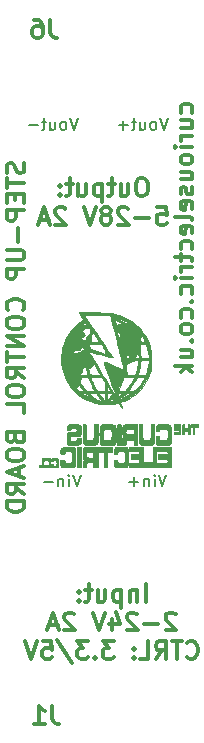
<source format=gbr>
%TF.GenerationSoftware,KiCad,Pcbnew,(6.0.6)*%
%TF.CreationDate,2023-06-07T09:40:16+01:00*%
%TF.ProjectId,DC_DC_Controller,44435f44-435f-4436-9f6e-74726f6c6c65,rev?*%
%TF.SameCoordinates,Original*%
%TF.FileFunction,Legend,Bot*%
%TF.FilePolarity,Positive*%
%FSLAX46Y46*%
G04 Gerber Fmt 4.6, Leading zero omitted, Abs format (unit mm)*
G04 Created by KiCad (PCBNEW (6.0.6)) date 2023-06-07 09:40:16*
%MOMM*%
%LPD*%
G01*
G04 APERTURE LIST*
%ADD10C,0.300000*%
%ADD11C,0.304800*%
%ADD12C,0.150000*%
%ADD13C,0.010000*%
G04 APERTURE END LIST*
D10*
X146403142Y-85326000D02*
X146474571Y-85540285D01*
X146474571Y-85897428D01*
X146403142Y-86040285D01*
X146331714Y-86111714D01*
X146188857Y-86183142D01*
X146046000Y-86183142D01*
X145903142Y-86111714D01*
X145831714Y-86040285D01*
X145760285Y-85897428D01*
X145688857Y-85611714D01*
X145617428Y-85468857D01*
X145546000Y-85397428D01*
X145403142Y-85326000D01*
X145260285Y-85326000D01*
X145117428Y-85397428D01*
X145046000Y-85468857D01*
X144974571Y-85611714D01*
X144974571Y-85968857D01*
X145046000Y-86183142D01*
X144974571Y-86611714D02*
X144974571Y-87468857D01*
X146474571Y-87040285D02*
X144974571Y-87040285D01*
X145688857Y-87968857D02*
X145688857Y-88468857D01*
X146474571Y-88683142D02*
X146474571Y-87968857D01*
X144974571Y-87968857D01*
X144974571Y-88683142D01*
X146474571Y-89326000D02*
X144974571Y-89326000D01*
X144974571Y-89897428D01*
X145046000Y-90040285D01*
X145117428Y-90111714D01*
X145260285Y-90183142D01*
X145474571Y-90183142D01*
X145617428Y-90111714D01*
X145688857Y-90040285D01*
X145760285Y-89897428D01*
X145760285Y-89326000D01*
X145903142Y-90826000D02*
X145903142Y-91968857D01*
X144974571Y-92683142D02*
X146188857Y-92683142D01*
X146331714Y-92754571D01*
X146403142Y-92826000D01*
X146474571Y-92968857D01*
X146474571Y-93254571D01*
X146403142Y-93397428D01*
X146331714Y-93468857D01*
X146188857Y-93540285D01*
X144974571Y-93540285D01*
X146474571Y-94254571D02*
X144974571Y-94254571D01*
X144974571Y-94826000D01*
X145046000Y-94968857D01*
X145117428Y-95040285D01*
X145260285Y-95111714D01*
X145474571Y-95111714D01*
X145617428Y-95040285D01*
X145688857Y-94968857D01*
X145760285Y-94826000D01*
X145760285Y-94254571D01*
X146331714Y-97754571D02*
X146403142Y-97683142D01*
X146474571Y-97468857D01*
X146474571Y-97326000D01*
X146403142Y-97111714D01*
X146260285Y-96968857D01*
X146117428Y-96897428D01*
X145831714Y-96826000D01*
X145617428Y-96826000D01*
X145331714Y-96897428D01*
X145188857Y-96968857D01*
X145046000Y-97111714D01*
X144974571Y-97326000D01*
X144974571Y-97468857D01*
X145046000Y-97683142D01*
X145117428Y-97754571D01*
X144974571Y-98683142D02*
X144974571Y-98968857D01*
X145046000Y-99111714D01*
X145188857Y-99254571D01*
X145474571Y-99326000D01*
X145974571Y-99326000D01*
X146260285Y-99254571D01*
X146403142Y-99111714D01*
X146474571Y-98968857D01*
X146474571Y-98683142D01*
X146403142Y-98540285D01*
X146260285Y-98397428D01*
X145974571Y-98326000D01*
X145474571Y-98326000D01*
X145188857Y-98397428D01*
X145046000Y-98540285D01*
X144974571Y-98683142D01*
X146474571Y-99968857D02*
X144974571Y-99968857D01*
X146474571Y-100826000D01*
X144974571Y-100826000D01*
X144974571Y-101326000D02*
X144974571Y-102183142D01*
X146474571Y-101754571D02*
X144974571Y-101754571D01*
X146474571Y-103540285D02*
X145760285Y-103040285D01*
X146474571Y-102683142D02*
X144974571Y-102683142D01*
X144974571Y-103254571D01*
X145046000Y-103397428D01*
X145117428Y-103468857D01*
X145260285Y-103540285D01*
X145474571Y-103540285D01*
X145617428Y-103468857D01*
X145688857Y-103397428D01*
X145760285Y-103254571D01*
X145760285Y-102683142D01*
X144974571Y-104468857D02*
X144974571Y-104754571D01*
X145046000Y-104897428D01*
X145188857Y-105040285D01*
X145474571Y-105111714D01*
X145974571Y-105111714D01*
X146260285Y-105040285D01*
X146403142Y-104897428D01*
X146474571Y-104754571D01*
X146474571Y-104468857D01*
X146403142Y-104326000D01*
X146260285Y-104183142D01*
X145974571Y-104111714D01*
X145474571Y-104111714D01*
X145188857Y-104183142D01*
X145046000Y-104326000D01*
X144974571Y-104468857D01*
X146474571Y-106468857D02*
X146474571Y-105754571D01*
X144974571Y-105754571D01*
X145688857Y-108611714D02*
X145760285Y-108826000D01*
X145831714Y-108897428D01*
X145974571Y-108968857D01*
X146188857Y-108968857D01*
X146331714Y-108897428D01*
X146403142Y-108826000D01*
X146474571Y-108683142D01*
X146474571Y-108111714D01*
X144974571Y-108111714D01*
X144974571Y-108611714D01*
X145046000Y-108754571D01*
X145117428Y-108826000D01*
X145260285Y-108897428D01*
X145403142Y-108897428D01*
X145546000Y-108826000D01*
X145617428Y-108754571D01*
X145688857Y-108611714D01*
X145688857Y-108111714D01*
X144974571Y-109897428D02*
X144974571Y-110183142D01*
X145046000Y-110326000D01*
X145188857Y-110468857D01*
X145474571Y-110540285D01*
X145974571Y-110540285D01*
X146260285Y-110468857D01*
X146403142Y-110326000D01*
X146474571Y-110183142D01*
X146474571Y-109897428D01*
X146403142Y-109754571D01*
X146260285Y-109611714D01*
X145974571Y-109540285D01*
X145474571Y-109540285D01*
X145188857Y-109611714D01*
X145046000Y-109754571D01*
X144974571Y-109897428D01*
X146046000Y-111111714D02*
X146046000Y-111826000D01*
X146474571Y-110968857D02*
X144974571Y-111468857D01*
X146474571Y-111968857D01*
X146474571Y-113326000D02*
X145760285Y-112826000D01*
X146474571Y-112468857D02*
X144974571Y-112468857D01*
X144974571Y-113040285D01*
X145046000Y-113183142D01*
X145117428Y-113254571D01*
X145260285Y-113326000D01*
X145474571Y-113326000D01*
X145617428Y-113254571D01*
X145688857Y-113183142D01*
X145760285Y-113040285D01*
X145760285Y-112468857D01*
X146474571Y-113968857D02*
X144974571Y-113968857D01*
X144974571Y-114326000D01*
X145046000Y-114540285D01*
X145188857Y-114683142D01*
X145331714Y-114754571D01*
X145617428Y-114826000D01*
X145831714Y-114826000D01*
X146117428Y-114754571D01*
X146260285Y-114683142D01*
X146403142Y-114540285D01*
X146474571Y-114326000D01*
X146474571Y-113968857D01*
X156554857Y-86617071D02*
X156269142Y-86617071D01*
X156126285Y-86688500D01*
X155983428Y-86831357D01*
X155912000Y-87117071D01*
X155912000Y-87617071D01*
X155983428Y-87902785D01*
X156126285Y-88045642D01*
X156269142Y-88117071D01*
X156554857Y-88117071D01*
X156697714Y-88045642D01*
X156840571Y-87902785D01*
X156912000Y-87617071D01*
X156912000Y-87117071D01*
X156840571Y-86831357D01*
X156697714Y-86688500D01*
X156554857Y-86617071D01*
X154626285Y-87117071D02*
X154626285Y-88117071D01*
X155269142Y-87117071D02*
X155269142Y-87902785D01*
X155197714Y-88045642D01*
X155054857Y-88117071D01*
X154840571Y-88117071D01*
X154697714Y-88045642D01*
X154626285Y-87974214D01*
X154126285Y-87117071D02*
X153554857Y-87117071D01*
X153912000Y-86617071D02*
X153912000Y-87902785D01*
X153840571Y-88045642D01*
X153697714Y-88117071D01*
X153554857Y-88117071D01*
X153054857Y-87117071D02*
X153054857Y-88617071D01*
X153054857Y-87188500D02*
X152912000Y-87117071D01*
X152626285Y-87117071D01*
X152483428Y-87188500D01*
X152412000Y-87259928D01*
X152340571Y-87402785D01*
X152340571Y-87831357D01*
X152412000Y-87974214D01*
X152483428Y-88045642D01*
X152626285Y-88117071D01*
X152912000Y-88117071D01*
X153054857Y-88045642D01*
X151054857Y-87117071D02*
X151054857Y-88117071D01*
X151697714Y-87117071D02*
X151697714Y-87902785D01*
X151626285Y-88045642D01*
X151483428Y-88117071D01*
X151269142Y-88117071D01*
X151126285Y-88045642D01*
X151054857Y-87974214D01*
X150554857Y-87117071D02*
X149983428Y-87117071D01*
X150340571Y-86617071D02*
X150340571Y-87902785D01*
X150269142Y-88045642D01*
X150126285Y-88117071D01*
X149983428Y-88117071D01*
X149483428Y-87974214D02*
X149412000Y-88045642D01*
X149483428Y-88117071D01*
X149554857Y-88045642D01*
X149483428Y-87974214D01*
X149483428Y-88117071D01*
X149483428Y-87188500D02*
X149412000Y-87259928D01*
X149483428Y-87331357D01*
X149554857Y-87259928D01*
X149483428Y-87188500D01*
X149483428Y-87331357D01*
X157733428Y-89032071D02*
X158447714Y-89032071D01*
X158519142Y-89746357D01*
X158447714Y-89674928D01*
X158304857Y-89603500D01*
X157947714Y-89603500D01*
X157804857Y-89674928D01*
X157733428Y-89746357D01*
X157662000Y-89889214D01*
X157662000Y-90246357D01*
X157733428Y-90389214D01*
X157804857Y-90460642D01*
X157947714Y-90532071D01*
X158304857Y-90532071D01*
X158447714Y-90460642D01*
X158519142Y-90389214D01*
X157019142Y-89960642D02*
X155876285Y-89960642D01*
X155233428Y-89174928D02*
X155162000Y-89103500D01*
X155019142Y-89032071D01*
X154662000Y-89032071D01*
X154519142Y-89103500D01*
X154447714Y-89174928D01*
X154376285Y-89317785D01*
X154376285Y-89460642D01*
X154447714Y-89674928D01*
X155304857Y-90532071D01*
X154376285Y-90532071D01*
X153519142Y-89674928D02*
X153662000Y-89603500D01*
X153733428Y-89532071D01*
X153804857Y-89389214D01*
X153804857Y-89317785D01*
X153733428Y-89174928D01*
X153662000Y-89103500D01*
X153519142Y-89032071D01*
X153233428Y-89032071D01*
X153090571Y-89103500D01*
X153019142Y-89174928D01*
X152947714Y-89317785D01*
X152947714Y-89389214D01*
X153019142Y-89532071D01*
X153090571Y-89603500D01*
X153233428Y-89674928D01*
X153519142Y-89674928D01*
X153662000Y-89746357D01*
X153733428Y-89817785D01*
X153804857Y-89960642D01*
X153804857Y-90246357D01*
X153733428Y-90389214D01*
X153662000Y-90460642D01*
X153519142Y-90532071D01*
X153233428Y-90532071D01*
X153090571Y-90460642D01*
X153019142Y-90389214D01*
X152947714Y-90246357D01*
X152947714Y-89960642D01*
X153019142Y-89817785D01*
X153090571Y-89746357D01*
X153233428Y-89674928D01*
X152519142Y-89032071D02*
X152019142Y-90532071D01*
X151519142Y-89032071D01*
X149947714Y-89174928D02*
X149876285Y-89103500D01*
X149733428Y-89032071D01*
X149376285Y-89032071D01*
X149233428Y-89103500D01*
X149162000Y-89174928D01*
X149090571Y-89317785D01*
X149090571Y-89460642D01*
X149162000Y-89674928D01*
X150019142Y-90532071D01*
X149090571Y-90532071D01*
X148519142Y-90103500D02*
X147804857Y-90103500D01*
X148662000Y-90532071D02*
X148162000Y-89032071D01*
X147662000Y-90532071D01*
X156745428Y-122469571D02*
X156745428Y-120969571D01*
X156031142Y-121469571D02*
X156031142Y-122469571D01*
X156031142Y-121612428D02*
X155959714Y-121541000D01*
X155816857Y-121469571D01*
X155602571Y-121469571D01*
X155459714Y-121541000D01*
X155388285Y-121683857D01*
X155388285Y-122469571D01*
X154674000Y-121469571D02*
X154674000Y-122969571D01*
X154674000Y-121541000D02*
X154531142Y-121469571D01*
X154245428Y-121469571D01*
X154102571Y-121541000D01*
X154031142Y-121612428D01*
X153959714Y-121755285D01*
X153959714Y-122183857D01*
X154031142Y-122326714D01*
X154102571Y-122398142D01*
X154245428Y-122469571D01*
X154531142Y-122469571D01*
X154674000Y-122398142D01*
X152674000Y-121469571D02*
X152674000Y-122469571D01*
X153316857Y-121469571D02*
X153316857Y-122255285D01*
X153245428Y-122398142D01*
X153102571Y-122469571D01*
X152888285Y-122469571D01*
X152745428Y-122398142D01*
X152674000Y-122326714D01*
X152174000Y-121469571D02*
X151602571Y-121469571D01*
X151959714Y-120969571D02*
X151959714Y-122255285D01*
X151888285Y-122398142D01*
X151745428Y-122469571D01*
X151602571Y-122469571D01*
X151102571Y-122326714D02*
X151031142Y-122398142D01*
X151102571Y-122469571D01*
X151174000Y-122398142D01*
X151102571Y-122326714D01*
X151102571Y-122469571D01*
X151102571Y-121541000D02*
X151031142Y-121612428D01*
X151102571Y-121683857D01*
X151174000Y-121612428D01*
X151102571Y-121541000D01*
X151102571Y-121683857D01*
X159281142Y-123527428D02*
X159209714Y-123456000D01*
X159066857Y-123384571D01*
X158709714Y-123384571D01*
X158566857Y-123456000D01*
X158495428Y-123527428D01*
X158424000Y-123670285D01*
X158424000Y-123813142D01*
X158495428Y-124027428D01*
X159352571Y-124884571D01*
X158424000Y-124884571D01*
X157781142Y-124313142D02*
X156638285Y-124313142D01*
X155995428Y-123527428D02*
X155924000Y-123456000D01*
X155781142Y-123384571D01*
X155424000Y-123384571D01*
X155281142Y-123456000D01*
X155209714Y-123527428D01*
X155138285Y-123670285D01*
X155138285Y-123813142D01*
X155209714Y-124027428D01*
X156066857Y-124884571D01*
X155138285Y-124884571D01*
X153852571Y-123884571D02*
X153852571Y-124884571D01*
X154209714Y-123313142D02*
X154566857Y-124384571D01*
X153638285Y-124384571D01*
X153281142Y-123384571D02*
X152781142Y-124884571D01*
X152281142Y-123384571D01*
X150709714Y-123527428D02*
X150638285Y-123456000D01*
X150495428Y-123384571D01*
X150138285Y-123384571D01*
X149995428Y-123456000D01*
X149924000Y-123527428D01*
X149852571Y-123670285D01*
X149852571Y-123813142D01*
X149924000Y-124027428D01*
X150781142Y-124884571D01*
X149852571Y-124884571D01*
X149281142Y-124456000D02*
X148566857Y-124456000D01*
X149424000Y-124884571D02*
X148924000Y-123384571D01*
X148424000Y-124884571D01*
X160245428Y-127156714D02*
X160316857Y-127228142D01*
X160531142Y-127299571D01*
X160674000Y-127299571D01*
X160888285Y-127228142D01*
X161031142Y-127085285D01*
X161102571Y-126942428D01*
X161174000Y-126656714D01*
X161174000Y-126442428D01*
X161102571Y-126156714D01*
X161031142Y-126013857D01*
X160888285Y-125871000D01*
X160674000Y-125799571D01*
X160531142Y-125799571D01*
X160316857Y-125871000D01*
X160245428Y-125942428D01*
X159816857Y-125799571D02*
X158959714Y-125799571D01*
X159388285Y-127299571D02*
X159388285Y-125799571D01*
X157602571Y-127299571D02*
X158102571Y-126585285D01*
X158459714Y-127299571D02*
X158459714Y-125799571D01*
X157888285Y-125799571D01*
X157745428Y-125871000D01*
X157674000Y-125942428D01*
X157602571Y-126085285D01*
X157602571Y-126299571D01*
X157674000Y-126442428D01*
X157745428Y-126513857D01*
X157888285Y-126585285D01*
X158459714Y-126585285D01*
X156245428Y-127299571D02*
X156959714Y-127299571D01*
X156959714Y-125799571D01*
X155745428Y-127156714D02*
X155674000Y-127228142D01*
X155745428Y-127299571D01*
X155816857Y-127228142D01*
X155745428Y-127156714D01*
X155745428Y-127299571D01*
X155745428Y-126371000D02*
X155674000Y-126442428D01*
X155745428Y-126513857D01*
X155816857Y-126442428D01*
X155745428Y-126371000D01*
X155745428Y-126513857D01*
X154031142Y-125799571D02*
X153102571Y-125799571D01*
X153602571Y-126371000D01*
X153388285Y-126371000D01*
X153245428Y-126442428D01*
X153174000Y-126513857D01*
X153102571Y-126656714D01*
X153102571Y-127013857D01*
X153174000Y-127156714D01*
X153245428Y-127228142D01*
X153388285Y-127299571D01*
X153816857Y-127299571D01*
X153959714Y-127228142D01*
X154031142Y-127156714D01*
X152459714Y-127156714D02*
X152388285Y-127228142D01*
X152459714Y-127299571D01*
X152531142Y-127228142D01*
X152459714Y-127156714D01*
X152459714Y-127299571D01*
X151888285Y-125799571D02*
X150959714Y-125799571D01*
X151459714Y-126371000D01*
X151245428Y-126371000D01*
X151102571Y-126442428D01*
X151031142Y-126513857D01*
X150959714Y-126656714D01*
X150959714Y-127013857D01*
X151031142Y-127156714D01*
X151102571Y-127228142D01*
X151245428Y-127299571D01*
X151674000Y-127299571D01*
X151816857Y-127228142D01*
X151888285Y-127156714D01*
X149245428Y-125728142D02*
X150531142Y-127656714D01*
X148031142Y-125799571D02*
X148745428Y-125799571D01*
X148816857Y-126513857D01*
X148745428Y-126442428D01*
X148602571Y-126371000D01*
X148245428Y-126371000D01*
X148102571Y-126442428D01*
X148031142Y-126513857D01*
X147959714Y-126656714D01*
X147959714Y-127013857D01*
X148031142Y-127156714D01*
X148102571Y-127228142D01*
X148245428Y-127299571D01*
X148602571Y-127299571D01*
X148745428Y-127228142D01*
X148816857Y-127156714D01*
X147531142Y-125799571D02*
X147031142Y-127299571D01*
X146531142Y-125799571D01*
X160627142Y-81051142D02*
X160698571Y-80908285D01*
X160698571Y-80622571D01*
X160627142Y-80479714D01*
X160555714Y-80408285D01*
X160412857Y-80336857D01*
X159984285Y-80336857D01*
X159841428Y-80408285D01*
X159770000Y-80479714D01*
X159698571Y-80622571D01*
X159698571Y-80908285D01*
X159770000Y-81051142D01*
X159698571Y-82336857D02*
X160698571Y-82336857D01*
X159698571Y-81694000D02*
X160484285Y-81694000D01*
X160627142Y-81765428D01*
X160698571Y-81908285D01*
X160698571Y-82122571D01*
X160627142Y-82265428D01*
X160555714Y-82336857D01*
X160698571Y-83051142D02*
X159698571Y-83051142D01*
X159984285Y-83051142D02*
X159841428Y-83122571D01*
X159770000Y-83194000D01*
X159698571Y-83336857D01*
X159698571Y-83479714D01*
X160698571Y-83979714D02*
X159698571Y-83979714D01*
X159198571Y-83979714D02*
X159270000Y-83908285D01*
X159341428Y-83979714D01*
X159270000Y-84051142D01*
X159198571Y-83979714D01*
X159341428Y-83979714D01*
X160698571Y-84908285D02*
X160627142Y-84765428D01*
X160555714Y-84694000D01*
X160412857Y-84622571D01*
X159984285Y-84622571D01*
X159841428Y-84694000D01*
X159770000Y-84765428D01*
X159698571Y-84908285D01*
X159698571Y-85122571D01*
X159770000Y-85265428D01*
X159841428Y-85336857D01*
X159984285Y-85408285D01*
X160412857Y-85408285D01*
X160555714Y-85336857D01*
X160627142Y-85265428D01*
X160698571Y-85122571D01*
X160698571Y-84908285D01*
X159698571Y-86694000D02*
X160698571Y-86694000D01*
X159698571Y-86051142D02*
X160484285Y-86051142D01*
X160627142Y-86122571D01*
X160698571Y-86265428D01*
X160698571Y-86479714D01*
X160627142Y-86622571D01*
X160555714Y-86694000D01*
X160627142Y-87336857D02*
X160698571Y-87479714D01*
X160698571Y-87765428D01*
X160627142Y-87908285D01*
X160484285Y-87979714D01*
X160412857Y-87979714D01*
X160270000Y-87908285D01*
X160198571Y-87765428D01*
X160198571Y-87551142D01*
X160127142Y-87408285D01*
X159984285Y-87336857D01*
X159912857Y-87336857D01*
X159770000Y-87408285D01*
X159698571Y-87551142D01*
X159698571Y-87765428D01*
X159770000Y-87908285D01*
X160627142Y-89194000D02*
X160698571Y-89051142D01*
X160698571Y-88765428D01*
X160627142Y-88622571D01*
X160484285Y-88551142D01*
X159912857Y-88551142D01*
X159770000Y-88622571D01*
X159698571Y-88765428D01*
X159698571Y-89051142D01*
X159770000Y-89194000D01*
X159912857Y-89265428D01*
X160055714Y-89265428D01*
X160198571Y-88551142D01*
X160698571Y-90122571D02*
X160627142Y-89979714D01*
X160484285Y-89908285D01*
X159198571Y-89908285D01*
X160627142Y-91265428D02*
X160698571Y-91122571D01*
X160698571Y-90836857D01*
X160627142Y-90694000D01*
X160484285Y-90622571D01*
X159912857Y-90622571D01*
X159770000Y-90694000D01*
X159698571Y-90836857D01*
X159698571Y-91122571D01*
X159770000Y-91265428D01*
X159912857Y-91336857D01*
X160055714Y-91336857D01*
X160198571Y-90622571D01*
X160627142Y-92622571D02*
X160698571Y-92479714D01*
X160698571Y-92194000D01*
X160627142Y-92051142D01*
X160555714Y-91979714D01*
X160412857Y-91908285D01*
X159984285Y-91908285D01*
X159841428Y-91979714D01*
X159770000Y-92051142D01*
X159698571Y-92194000D01*
X159698571Y-92479714D01*
X159770000Y-92622571D01*
X159698571Y-93051142D02*
X159698571Y-93622571D01*
X159198571Y-93265428D02*
X160484285Y-93265428D01*
X160627142Y-93336857D01*
X160698571Y-93479714D01*
X160698571Y-93622571D01*
X160698571Y-94122571D02*
X159698571Y-94122571D01*
X159984285Y-94122571D02*
X159841428Y-94194000D01*
X159770000Y-94265428D01*
X159698571Y-94408285D01*
X159698571Y-94551142D01*
X160698571Y-95051142D02*
X159698571Y-95051142D01*
X159198571Y-95051142D02*
X159270000Y-94979714D01*
X159341428Y-95051142D01*
X159270000Y-95122571D01*
X159198571Y-95051142D01*
X159341428Y-95051142D01*
X160627142Y-96408285D02*
X160698571Y-96265428D01*
X160698571Y-95979714D01*
X160627142Y-95836857D01*
X160555714Y-95765428D01*
X160412857Y-95694000D01*
X159984285Y-95694000D01*
X159841428Y-95765428D01*
X159770000Y-95836857D01*
X159698571Y-95979714D01*
X159698571Y-96265428D01*
X159770000Y-96408285D01*
X160555714Y-97051142D02*
X160627142Y-97122571D01*
X160698571Y-97051142D01*
X160627142Y-96979714D01*
X160555714Y-97051142D01*
X160698571Y-97051142D01*
X160627142Y-98408285D02*
X160698571Y-98265428D01*
X160698571Y-97979714D01*
X160627142Y-97836857D01*
X160555714Y-97765428D01*
X160412857Y-97694000D01*
X159984285Y-97694000D01*
X159841428Y-97765428D01*
X159770000Y-97836857D01*
X159698571Y-97979714D01*
X159698571Y-98265428D01*
X159770000Y-98408285D01*
X160698571Y-99265428D02*
X160627142Y-99122571D01*
X160555714Y-99051142D01*
X160412857Y-98979714D01*
X159984285Y-98979714D01*
X159841428Y-99051142D01*
X159770000Y-99122571D01*
X159698571Y-99265428D01*
X159698571Y-99479714D01*
X159770000Y-99622571D01*
X159841428Y-99694000D01*
X159984285Y-99765428D01*
X160412857Y-99765428D01*
X160555714Y-99694000D01*
X160627142Y-99622571D01*
X160698571Y-99479714D01*
X160698571Y-99265428D01*
X160555714Y-100408285D02*
X160627142Y-100479714D01*
X160698571Y-100408285D01*
X160627142Y-100336857D01*
X160555714Y-100408285D01*
X160698571Y-100408285D01*
X159698571Y-101765428D02*
X160698571Y-101765428D01*
X159698571Y-101122571D02*
X160484285Y-101122571D01*
X160627142Y-101194000D01*
X160698571Y-101336857D01*
X160698571Y-101551142D01*
X160627142Y-101694000D01*
X160555714Y-101765428D01*
X160698571Y-102479714D02*
X159198571Y-102479714D01*
X160127142Y-102622571D02*
X160698571Y-103051142D01*
X159698571Y-103051142D02*
X160270000Y-102479714D01*
D11*
%TO.C,J1*%
X148844000Y-131245428D02*
X148844000Y-132334000D01*
X148916571Y-132551714D01*
X149061714Y-132696857D01*
X149279428Y-132769428D01*
X149424571Y-132769428D01*
X147320000Y-132769428D02*
X148190857Y-132769428D01*
X147755428Y-132769428D02*
X147755428Y-131245428D01*
X147900571Y-131463142D01*
X148045714Y-131608285D01*
X148190857Y-131680857D01*
%TO.C,J6*%
X148678000Y-73165428D02*
X148678000Y-74254000D01*
X148750571Y-74471714D01*
X148895714Y-74616857D01*
X149113428Y-74689428D01*
X149258571Y-74689428D01*
X147299142Y-73165428D02*
X147589428Y-73165428D01*
X147734571Y-73238000D01*
X147807142Y-73310571D01*
X147952285Y-73528285D01*
X148024857Y-73818571D01*
X148024857Y-74399142D01*
X147952285Y-74544285D01*
X147879714Y-74616857D01*
X147734571Y-74689428D01*
X147444285Y-74689428D01*
X147299142Y-74616857D01*
X147226571Y-74544285D01*
X147154000Y-74399142D01*
X147154000Y-74036285D01*
X147226571Y-73891142D01*
X147299142Y-73818571D01*
X147444285Y-73746000D01*
X147734571Y-73746000D01*
X147879714Y-73818571D01*
X147952285Y-73891142D01*
X148024857Y-74036285D01*
D12*
%TO.C,DCDC1*%
X151247857Y-111702380D02*
X150914523Y-112702380D01*
X150581190Y-111702380D01*
X150247857Y-112702380D02*
X150247857Y-112035714D01*
X150247857Y-111702380D02*
X150295476Y-111750000D01*
X150247857Y-111797619D01*
X150200238Y-111750000D01*
X150247857Y-111702380D01*
X150247857Y-111797619D01*
X149771666Y-112035714D02*
X149771666Y-112702380D01*
X149771666Y-112130952D02*
X149724047Y-112083333D01*
X149628809Y-112035714D01*
X149485952Y-112035714D01*
X149390714Y-112083333D01*
X149343095Y-112178571D01*
X149343095Y-112702380D01*
X148866904Y-112321428D02*
X148105000Y-112321428D01*
X150986857Y-81494380D02*
X150653523Y-82494380D01*
X150320190Y-81494380D01*
X149844000Y-82494380D02*
X149939238Y-82446761D01*
X149986857Y-82399142D01*
X150034476Y-82303904D01*
X150034476Y-82018190D01*
X149986857Y-81922952D01*
X149939238Y-81875333D01*
X149844000Y-81827714D01*
X149701142Y-81827714D01*
X149605904Y-81875333D01*
X149558285Y-81922952D01*
X149510666Y-82018190D01*
X149510666Y-82303904D01*
X149558285Y-82399142D01*
X149605904Y-82446761D01*
X149701142Y-82494380D01*
X149844000Y-82494380D01*
X148653523Y-81827714D02*
X148653523Y-82494380D01*
X149082095Y-81827714D02*
X149082095Y-82351523D01*
X149034476Y-82446761D01*
X148939238Y-82494380D01*
X148796380Y-82494380D01*
X148701142Y-82446761D01*
X148653523Y-82399142D01*
X148320190Y-81827714D02*
X147939238Y-81827714D01*
X148177333Y-81494380D02*
X148177333Y-82351523D01*
X148129714Y-82446761D01*
X148034476Y-82494380D01*
X147939238Y-82494380D01*
X147605904Y-82113428D02*
X146844000Y-82113428D01*
X158606857Y-81494380D02*
X158273523Y-82494380D01*
X157940190Y-81494380D01*
X157464000Y-82494380D02*
X157559238Y-82446761D01*
X157606857Y-82399142D01*
X157654476Y-82303904D01*
X157654476Y-82018190D01*
X157606857Y-81922952D01*
X157559238Y-81875333D01*
X157464000Y-81827714D01*
X157321142Y-81827714D01*
X157225904Y-81875333D01*
X157178285Y-81922952D01*
X157130666Y-82018190D01*
X157130666Y-82303904D01*
X157178285Y-82399142D01*
X157225904Y-82446761D01*
X157321142Y-82494380D01*
X157464000Y-82494380D01*
X156273523Y-81827714D02*
X156273523Y-82494380D01*
X156702095Y-81827714D02*
X156702095Y-82351523D01*
X156654476Y-82446761D01*
X156559238Y-82494380D01*
X156416380Y-82494380D01*
X156321142Y-82446761D01*
X156273523Y-82399142D01*
X155940190Y-81827714D02*
X155559238Y-81827714D01*
X155797333Y-81494380D02*
X155797333Y-82351523D01*
X155749714Y-82446761D01*
X155654476Y-82494380D01*
X155559238Y-82494380D01*
X155225904Y-82113428D02*
X154464000Y-82113428D01*
X154844952Y-82494380D02*
X154844952Y-81732476D01*
X158497857Y-111702380D02*
X158164523Y-112702380D01*
X157831190Y-111702380D01*
X157497857Y-112702380D02*
X157497857Y-112035714D01*
X157497857Y-111702380D02*
X157545476Y-111750000D01*
X157497857Y-111797619D01*
X157450238Y-111750000D01*
X157497857Y-111702380D01*
X157497857Y-111797619D01*
X157021666Y-112035714D02*
X157021666Y-112702380D01*
X157021666Y-112130952D02*
X156974047Y-112083333D01*
X156878809Y-112035714D01*
X156735952Y-112035714D01*
X156640714Y-112083333D01*
X156593095Y-112178571D01*
X156593095Y-112702380D01*
X156116904Y-112321428D02*
X155355000Y-112321428D01*
X155735952Y-112702380D02*
X155735952Y-111940476D01*
%TO.C,J3*%
G36*
X150446547Y-104356356D02*
G01*
X150423083Y-104323292D01*
X150796051Y-104323292D01*
X150827535Y-104379608D01*
X150905757Y-104459178D01*
X151006366Y-104539263D01*
X151071218Y-104580263D01*
X151159761Y-104610744D01*
X151268841Y-104626069D01*
X151367803Y-104624986D01*
X151425989Y-104606240D01*
X151431051Y-104594977D01*
X151406252Y-104540090D01*
X151343610Y-104445235D01*
X151260757Y-104333408D01*
X151175325Y-104227604D01*
X151104946Y-104150816D01*
X151071218Y-104125706D01*
X151030325Y-104153912D01*
X151005375Y-104214417D01*
X150962947Y-104289225D01*
X150888958Y-104298921D01*
X150816355Y-104302783D01*
X150796051Y-104323292D01*
X150423083Y-104323292D01*
X150134018Y-103915977D01*
X150054726Y-103760102D01*
X151154003Y-103760102D01*
X151156834Y-103820642D01*
X151195784Y-103905293D01*
X151259376Y-104007779D01*
X151358038Y-104145126D01*
X151473759Y-104294521D01*
X151588524Y-104433152D01*
X151684322Y-104538206D01*
X151724908Y-104575402D01*
X151797824Y-104601936D01*
X151919463Y-104619544D01*
X152062173Y-104627472D01*
X152198298Y-104624971D01*
X152300186Y-104611287D01*
X152338283Y-104592080D01*
X152330975Y-104540388D01*
X152292871Y-104430556D01*
X152230656Y-104280362D01*
X152175131Y-104158163D01*
X152088448Y-103971825D01*
X152008361Y-103796120D01*
X151946461Y-103656642D01*
X151923727Y-103603082D01*
X151858704Y-103444332D01*
X152097801Y-103444332D01*
X152123947Y-103575063D01*
X152153557Y-103667081D01*
X152211404Y-103806518D01*
X152288284Y-103974791D01*
X152374991Y-104153322D01*
X152462321Y-104323527D01*
X152541069Y-104466828D01*
X152602029Y-104564642D01*
X152630050Y-104596674D01*
X152701542Y-104614922D01*
X152826503Y-104625582D01*
X152974043Y-104628276D01*
X153113273Y-104622625D01*
X153213303Y-104608252D01*
X153226755Y-104603969D01*
X153260052Y-104575191D01*
X153280539Y-104509430D01*
X153290875Y-104390817D01*
X153291688Y-104337425D01*
X153463051Y-104337425D01*
X153467756Y-104472084D01*
X153479876Y-104569845D01*
X153491273Y-104601443D01*
X153552425Y-104624947D01*
X153642548Y-104628656D01*
X153724061Y-104614780D01*
X153759384Y-104585662D01*
X153737205Y-104529641D01*
X153679497Y-104428016D01*
X153611218Y-104321644D01*
X153463051Y-104101629D01*
X153463051Y-104337425D01*
X153291688Y-104337425D01*
X153293718Y-104204301D01*
X153288944Y-104026161D01*
X153275989Y-103889252D01*
X153256897Y-103812188D01*
X153249601Y-103803063D01*
X153207235Y-103749179D01*
X153155096Y-103647764D01*
X153139171Y-103610065D01*
X153072858Y-103444332D01*
X152097801Y-103444332D01*
X151858704Y-103444332D01*
X151560211Y-103444332D01*
X151404295Y-103446298D01*
X151314785Y-103455940D01*
X151273442Y-103478874D01*
X151262032Y-103520715D01*
X151261718Y-103536248D01*
X151233836Y-103641739D01*
X151195140Y-103701733D01*
X151154003Y-103760102D01*
X150054726Y-103760102D01*
X149888549Y-103433427D01*
X149802261Y-103175824D01*
X151205964Y-103175824D01*
X151236573Y-103240358D01*
X151255680Y-103248977D01*
X151323324Y-103255200D01*
X151438655Y-103254562D01*
X151572440Y-103248611D01*
X151695445Y-103238899D01*
X151778439Y-103226974D01*
X151796175Y-103220319D01*
X151795981Y-103173356D01*
X151778160Y-103071397D01*
X151749036Y-102940654D01*
X151714935Y-102807337D01*
X151704633Y-102772840D01*
X151900065Y-102772840D01*
X151914018Y-102909383D01*
X151956389Y-103063332D01*
X152000304Y-103158534D01*
X152062413Y-103207868D01*
X152173608Y-103233653D01*
X152196585Y-103236890D01*
X152400552Y-103257603D01*
X152591773Y-103264728D01*
X152745876Y-103258135D01*
X152832916Y-103240273D01*
X152855318Y-103217065D01*
X152849911Y-103168936D01*
X152811590Y-103084436D01*
X152735246Y-102952114D01*
X152626511Y-102777463D01*
X152351742Y-102343428D01*
X152187608Y-102491713D01*
X152082358Y-102576458D01*
X151993693Y-102630131D01*
X151960096Y-102639999D01*
X151915482Y-102676488D01*
X151900065Y-102772840D01*
X151704633Y-102772840D01*
X151682179Y-102697660D01*
X151657093Y-102637833D01*
X151655054Y-102635401D01*
X151589743Y-102615650D01*
X151486949Y-102622469D01*
X151486403Y-102622578D01*
X151396524Y-102652400D01*
X151373181Y-102702415D01*
X151378360Y-102731962D01*
X151369604Y-102824370D01*
X151317014Y-102928770D01*
X151233542Y-103067973D01*
X151205964Y-103175824D01*
X149802261Y-103175824D01*
X149727188Y-102951704D01*
X149993165Y-102951704D01*
X150022217Y-103049286D01*
X150047668Y-103103873D01*
X150062112Y-103078672D01*
X150068520Y-103048252D01*
X150059751Y-102958913D01*
X150038021Y-102923369D01*
X149998771Y-102904861D01*
X149993165Y-102951704D01*
X149727188Y-102951704D01*
X149714618Y-102914180D01*
X149616701Y-102363708D01*
X149613360Y-102330007D01*
X149594054Y-101729439D01*
X149640060Y-101285332D01*
X150372718Y-101285332D01*
X150388207Y-101320177D01*
X150396208Y-101316015D01*
X150598930Y-101316015D01*
X150614388Y-101361208D01*
X150701578Y-101378740D01*
X150865409Y-101371444D01*
X150875861Y-101370463D01*
X151065052Y-101338887D01*
X151192469Y-101282903D01*
X151230747Y-101252209D01*
X151368572Y-101174095D01*
X151468412Y-101158332D01*
X151606149Y-101158332D01*
X151519851Y-101037137D01*
X151470357Y-100948940D01*
X151460897Y-100889742D01*
X151464052Y-100884866D01*
X151450172Y-100878716D01*
X151378342Y-100901241D01*
X151346384Y-100913699D01*
X151227099Y-100987717D01*
X151184690Y-101065970D01*
X151166741Y-101120297D01*
X151118827Y-101147966D01*
X151018860Y-101157592D01*
X150947834Y-101158332D01*
X150791245Y-101168726D01*
X150692046Y-101204545D01*
X150650298Y-101240331D01*
X150598930Y-101316015D01*
X150396208Y-101316015D01*
X150400940Y-101313554D01*
X150406006Y-101263314D01*
X150400940Y-101257110D01*
X150375773Y-101262921D01*
X150372718Y-101285332D01*
X149640060Y-101285332D01*
X149652915Y-101161248D01*
X149775317Y-100682482D01*
X151896718Y-100682482D01*
X151929737Y-100762021D01*
X151981384Y-100809841D01*
X152048957Y-100892783D01*
X152066051Y-100966784D01*
X152071594Y-101009380D01*
X152096349Y-101045895D01*
X152152502Y-101082443D01*
X152252239Y-101125142D01*
X152407747Y-101180107D01*
X152631212Y-101253456D01*
X152648134Y-101258926D01*
X152857470Y-101326140D01*
X153037921Y-101383281D01*
X153174265Y-101425590D01*
X153251281Y-101448308D01*
X153261968Y-101450833D01*
X153280797Y-101415385D01*
X153282996Y-101397185D01*
X153463051Y-101397185D01*
X153475607Y-101480928D01*
X153491273Y-101511110D01*
X153547544Y-101538206D01*
X153586740Y-101520148D01*
X153588704Y-101507582D01*
X153564600Y-101452457D01*
X153525204Y-101393657D01*
X153478717Y-101336999D01*
X153464182Y-101349306D01*
X153463051Y-101397185D01*
X153282996Y-101397185D01*
X153292179Y-101321191D01*
X153293718Y-101262358D01*
X153283555Y-101137919D01*
X153244637Y-101026309D01*
X153164319Y-100896165D01*
X153123049Y-100839024D01*
X152952380Y-100607999D01*
X152424549Y-100607999D01*
X152204149Y-100609055D01*
X152054856Y-100613498D01*
X151963123Y-100623240D01*
X151915405Y-100640192D01*
X151898154Y-100666265D01*
X151896718Y-100682482D01*
X149775317Y-100682482D01*
X149789825Y-100625738D01*
X149986505Y-100165690D01*
X151280279Y-100165690D01*
X151312966Y-100184606D01*
X151317167Y-100184665D01*
X151387474Y-100213731D01*
X151452082Y-100269182D01*
X151532931Y-100321189D01*
X151603711Y-100290583D01*
X151619163Y-100260869D01*
X152085659Y-100260869D01*
X152089475Y-100287643D01*
X152117807Y-100438665D01*
X152833816Y-100438665D01*
X152737791Y-100301082D01*
X152569541Y-100064261D01*
X152441124Y-99893688D01*
X152347812Y-99783619D01*
X152284875Y-99728311D01*
X152258618Y-99718999D01*
X152206575Y-99757116D01*
X152155921Y-99855027D01*
X152113993Y-99988066D01*
X152088127Y-100131568D01*
X152085659Y-100260869D01*
X151619163Y-100260869D01*
X151661686Y-100179100D01*
X151677139Y-100126425D01*
X151731474Y-100016776D01*
X151804437Y-99980576D01*
X151892976Y-99930265D01*
X151969694Y-99824429D01*
X152016812Y-99692000D01*
X152023718Y-99623734D01*
X152041992Y-99526099D01*
X152069526Y-99478456D01*
X152090898Y-99414907D01*
X152059343Y-99342990D01*
X151992276Y-99279204D01*
X151881207Y-99254682D01*
X151831339Y-99253332D01*
X151703095Y-99267406D01*
X151600651Y-99322084D01*
X151521626Y-99395403D01*
X151383925Y-99537474D01*
X151492155Y-99666097D01*
X151561880Y-99763045D01*
X151598679Y-99841681D01*
X151600384Y-99854226D01*
X151563557Y-99947113D01*
X151474999Y-100007071D01*
X151424074Y-100015332D01*
X151346198Y-100049267D01*
X151304051Y-100099999D01*
X151280279Y-100165690D01*
X149986505Y-100165690D01*
X150004664Y-100123216D01*
X150020702Y-100097500D01*
X151007718Y-100097500D01*
X151038448Y-100140609D01*
X151050051Y-100142332D01*
X151091284Y-100127888D01*
X151092384Y-100123664D01*
X151062720Y-100087521D01*
X151050051Y-100078832D01*
X151011041Y-100082188D01*
X151007718Y-100097500D01*
X150020702Y-100097500D01*
X150297315Y-99653985D01*
X150581812Y-99319330D01*
X151261718Y-99319330D01*
X151282240Y-99363148D01*
X151304051Y-99359165D01*
X151344769Y-99305044D01*
X151346384Y-99293167D01*
X151314095Y-99254472D01*
X151304051Y-99253332D01*
X151266899Y-99287790D01*
X151261718Y-99319330D01*
X150581812Y-99319330D01*
X150667658Y-99218350D01*
X150829422Y-99064866D01*
X151261718Y-99064866D01*
X151296677Y-99085642D01*
X151382236Y-99082039D01*
X151489412Y-99058580D01*
X151589225Y-99019788D01*
X151604436Y-99011371D01*
X151694228Y-98953015D01*
X151721731Y-98908451D01*
X151699427Y-98851745D01*
X151689193Y-98835252D01*
X151653615Y-98810564D01*
X151590933Y-98827943D01*
X151483923Y-98893038D01*
X151457008Y-98911369D01*
X151350384Y-98987853D01*
X151279451Y-99044721D01*
X151261718Y-99064866D01*
X150829422Y-99064866D01*
X150912439Y-98986099D01*
X151055271Y-98868149D01*
X151202346Y-98759168D01*
X151303696Y-98693696D01*
X151404483Y-98629750D01*
X151465137Y-98578943D01*
X151473058Y-98564748D01*
X151449920Y-98517250D01*
X151388412Y-98421100D01*
X151300898Y-98295431D01*
X151282884Y-98270528D01*
X151217610Y-98177373D01*
X151515718Y-98177373D01*
X151539146Y-98216208D01*
X151606408Y-98317898D01*
X151712968Y-98475810D01*
X151854288Y-98683310D01*
X152025835Y-98933763D01*
X152223070Y-99220535D01*
X152441459Y-99536993D01*
X152676466Y-99876501D01*
X152748013Y-99979670D01*
X152986420Y-100324352D01*
X153208766Y-100647851D01*
X153410609Y-100943559D01*
X153587507Y-101204873D01*
X153735018Y-101425186D01*
X153848701Y-101597894D01*
X153924114Y-101716390D01*
X153956815Y-101774071D01*
X153957630Y-101778531D01*
X153912288Y-101773954D01*
X153796793Y-101749103D01*
X153622454Y-101706793D01*
X153400576Y-101649835D01*
X153142465Y-101581044D01*
X152929373Y-101522676D01*
X152651900Y-101446447D01*
X152402737Y-101379194D01*
X152193054Y-101323836D01*
X152034022Y-101283290D01*
X151936814Y-101260471D01*
X151911146Y-101256792D01*
X151930125Y-101293881D01*
X151988489Y-101395105D01*
X152081358Y-101552430D01*
X152203848Y-101757818D01*
X152351078Y-102003236D01*
X152518164Y-102280646D01*
X152700225Y-102582013D01*
X152892377Y-102899301D01*
X153089739Y-103224475D01*
X153287429Y-103549499D01*
X153480563Y-103866337D01*
X153664260Y-104166954D01*
X153833637Y-104443313D01*
X153983812Y-104687379D01*
X154109902Y-104891116D01*
X154207025Y-105046489D01*
X154270298Y-105145461D01*
X154294822Y-105179999D01*
X154289834Y-105145265D01*
X154260192Y-105058354D01*
X154245809Y-105021249D01*
X154216795Y-104947745D01*
X154402802Y-104947745D01*
X154412403Y-104992028D01*
X154439553Y-105100201D01*
X154607468Y-104967209D01*
X154703821Y-104883830D01*
X154764556Y-104817683D01*
X154775384Y-104795441D01*
X154737800Y-104771235D01*
X154643831Y-104757699D01*
X154604722Y-104756665D01*
X154470197Y-104774522D01*
X154405647Y-104834841D01*
X154402802Y-104947745D01*
X154216795Y-104947745D01*
X154116444Y-104693519D01*
X154061288Y-104551598D01*
X154483207Y-104551598D01*
X154507273Y-104601443D01*
X154582674Y-104629020D01*
X154706610Y-104632765D01*
X154847391Y-104615905D01*
X154889499Y-104604458D01*
X155283384Y-104604458D01*
X155320430Y-104625183D01*
X155413745Y-104631082D01*
X155536602Y-104624042D01*
X155662268Y-104605951D01*
X155764014Y-104578695D01*
X155785938Y-104568981D01*
X155873877Y-104505479D01*
X155988230Y-104399266D01*
X156095486Y-104283231D01*
X156199587Y-104153941D01*
X156313508Y-104000763D01*
X156425664Y-103840846D01*
X156524471Y-103691340D01*
X156598344Y-103569393D01*
X156635697Y-103492153D01*
X156638051Y-103480102D01*
X156599173Y-103463029D01*
X156496306Y-103450388D01*
X156350102Y-103444497D01*
X156319509Y-103444332D01*
X156000966Y-103444332D01*
X155885592Y-103642066D01*
X155811057Y-103765057D01*
X155706525Y-103931461D01*
X155589052Y-104114303D01*
X155526801Y-104209525D01*
X155426194Y-104364604D01*
X155345836Y-104492786D01*
X155295520Y-104578182D01*
X155283384Y-104604458D01*
X154889499Y-104604458D01*
X154973327Y-104581670D01*
X155037908Y-104547380D01*
X155116129Y-104468278D01*
X155219430Y-104339678D01*
X155336796Y-104178314D01*
X155457211Y-104000918D01*
X155569657Y-103824226D01*
X155663119Y-103664969D01*
X155726579Y-103539883D01*
X155749051Y-103467185D01*
X155709632Y-103457812D01*
X155603023Y-103450301D01*
X155446696Y-103445548D01*
X155303643Y-103444332D01*
X155104423Y-103445403D01*
X154973421Y-103450772D01*
X154894195Y-103463670D01*
X154850305Y-103487327D01*
X154825308Y-103524975D01*
X154818994Y-103539582D01*
X154784884Y-103620889D01*
X154727663Y-103755820D01*
X154657598Y-103920189D01*
X154629401Y-103986132D01*
X154535325Y-104231791D01*
X154486234Y-104422091D01*
X154483207Y-104551598D01*
X154061288Y-104551598D01*
X153983700Y-104351962D01*
X153850876Y-104005550D01*
X153829112Y-103948066D01*
X154395671Y-103948066D01*
X154402403Y-104008954D01*
X154423026Y-104009101D01*
X154461323Y-103942959D01*
X154521073Y-103804981D01*
X154560757Y-103705843D01*
X154608402Y-103581444D01*
X154624757Y-103520363D01*
X154610444Y-103507494D01*
X154568131Y-103526636D01*
X154491278Y-103606728D01*
X154430201Y-103739853D01*
X154397826Y-103894425D01*
X154395671Y-103948066D01*
X153829112Y-103948066D01*
X153721275Y-103663257D01*
X153598196Y-103334058D01*
X153550401Y-103204443D01*
X154958829Y-103204443D01*
X154964640Y-103229610D01*
X154987051Y-103232665D01*
X155021896Y-103217176D01*
X155015273Y-103204443D01*
X154965033Y-103199376D01*
X154958829Y-103204443D01*
X153550401Y-103204443D01*
X153484941Y-103026925D01*
X153384810Y-102750834D01*
X153314605Y-102552833D01*
X153547718Y-102552833D01*
X153578448Y-102595942D01*
X153590051Y-102597665D01*
X153631284Y-102583222D01*
X153632384Y-102578997D01*
X153602720Y-102542854D01*
X153590051Y-102534165D01*
X153551041Y-102537522D01*
X153547718Y-102552833D01*
X153314605Y-102552833D01*
X153301104Y-102514757D01*
X153237124Y-102327669D01*
X153196171Y-102198543D01*
X153181546Y-102136354D01*
X153183085Y-102132050D01*
X153234789Y-102147676D01*
X153352207Y-102191296D01*
X153523014Y-102258069D01*
X153734882Y-102343154D01*
X153975485Y-102441711D01*
X154045492Y-102470716D01*
X154289557Y-102571790D01*
X154505939Y-102660834D01*
X154682894Y-102733061D01*
X154808676Y-102783686D01*
X154871540Y-102807922D01*
X154876357Y-102809332D01*
X154869274Y-102769496D01*
X154843320Y-102654867D01*
X154833619Y-102613827D01*
X155047667Y-102613827D01*
X155063251Y-102770840D01*
X155095217Y-102936187D01*
X155138059Y-103086528D01*
X155186270Y-103198523D01*
X155233278Y-103248540D01*
X155345883Y-103264052D01*
X155494251Y-103262636D01*
X155648518Y-103247297D01*
X155778817Y-103221042D01*
X155808119Y-103207949D01*
X156103260Y-103207949D01*
X156166210Y-103241973D01*
X156178938Y-103244594D01*
X156361671Y-103267435D01*
X156539299Y-103257834D01*
X156606789Y-103247748D01*
X156692006Y-103229478D01*
X156747152Y-103196388D01*
X156787828Y-103128763D01*
X156829638Y-103006890D01*
X156849355Y-102941297D01*
X156896993Y-102762823D01*
X156939896Y-102569410D01*
X156974689Y-102381081D01*
X156997997Y-102217859D01*
X157006445Y-102099766D01*
X156999563Y-102050049D01*
X156939856Y-102017610D01*
X156824427Y-101994285D01*
X156681987Y-101982941D01*
X156541252Y-101986444D01*
X156468718Y-101997051D01*
X156360893Y-102035477D01*
X156313717Y-102100550D01*
X156307107Y-102133566D01*
X156291593Y-102227920D01*
X156263107Y-102380292D01*
X156226645Y-102565963D01*
X156187203Y-102760212D01*
X156149775Y-102938320D01*
X156119357Y-103075566D01*
X156104951Y-103133943D01*
X156103260Y-103207949D01*
X155808119Y-103207949D01*
X155855282Y-103186876D01*
X155856350Y-103185842D01*
X155894533Y-103116337D01*
X155942432Y-102984987D01*
X155994401Y-102813206D01*
X156044792Y-102622411D01*
X156087960Y-102434016D01*
X156118259Y-102269437D01*
X156130042Y-102150091D01*
X156130051Y-102147737D01*
X156124500Y-102056056D01*
X156091524Y-102015507D01*
X156006635Y-102005272D01*
X155962154Y-102004999D01*
X155849239Y-102012483D01*
X155731713Y-102039779D01*
X155585569Y-102094149D01*
X155410384Y-102171932D01*
X155245097Y-102253503D01*
X155142351Y-102321538D01*
X155085045Y-102391226D01*
X155056075Y-102477757D01*
X155053971Y-102488487D01*
X155047667Y-102613827D01*
X154833619Y-102613827D01*
X154800272Y-102472758D01*
X154741913Y-102230486D01*
X154670020Y-101935366D01*
X154639278Y-101810165D01*
X154847929Y-101810165D01*
X154876184Y-101823495D01*
X154915273Y-101774461D01*
X154932559Y-101708665D01*
X155114051Y-101708665D01*
X155122641Y-101794737D01*
X155165695Y-101829469D01*
X155258540Y-101835665D01*
X155354367Y-101831413D01*
X155383113Y-101803240D01*
X155380148Y-101792491D01*
X155833718Y-101792491D01*
X155869622Y-101820621D01*
X155954061Y-101833845D01*
X156052124Y-101831585D01*
X156128901Y-101813261D01*
X156148510Y-101797713D01*
X156159663Y-101735439D01*
X156154332Y-101635557D01*
X156137337Y-101526524D01*
X156113502Y-101436794D01*
X156087648Y-101394825D01*
X156080382Y-101395699D01*
X156031624Y-101447944D01*
X155964404Y-101543738D01*
X155897020Y-101653644D01*
X155847771Y-101748227D01*
X155833718Y-101792491D01*
X155380148Y-101792491D01*
X155362362Y-101728017D01*
X155355093Y-101708665D01*
X155293908Y-101609824D01*
X155210603Y-101581665D01*
X155141079Y-101597498D01*
X155115885Y-101661297D01*
X155114051Y-101708665D01*
X154932559Y-101708665D01*
X154937381Y-101690312D01*
X154934045Y-101611770D01*
X154907293Y-101601337D01*
X154872554Y-101651892D01*
X154849489Y-101730884D01*
X154847929Y-101810165D01*
X154639278Y-101810165D01*
X154586375Y-101594713D01*
X154492756Y-101215841D01*
X154390943Y-100806068D01*
X154341513Y-100607999D01*
X156244171Y-100607999D01*
X156273168Y-101185790D01*
X156285331Y-101399718D01*
X156298456Y-101583314D01*
X156311154Y-101719957D01*
X156322039Y-101793026D01*
X156324439Y-101799624D01*
X156374635Y-101817001D01*
X156486755Y-101829784D01*
X156638087Y-101835554D01*
X156663045Y-101835665D01*
X156837534Y-101831272D01*
X156943018Y-101816202D01*
X156994794Y-101787614D01*
X157003627Y-101772465D01*
X157005462Y-101705246D01*
X156990916Y-101576770D01*
X156964009Y-101407950D01*
X156928760Y-101219702D01*
X156889189Y-101032941D01*
X156849315Y-100868580D01*
X156813158Y-100747534D01*
X156800516Y-100715663D01*
X156764810Y-100655217D01*
X156712081Y-100622864D01*
X156618175Y-100610012D01*
X156497816Y-100607999D01*
X156244171Y-100607999D01*
X154341513Y-100607999D01*
X154312459Y-100491582D01*
X154281519Y-100367831D01*
X156224332Y-100367831D01*
X156277141Y-100414737D01*
X156406709Y-100437001D01*
X156470308Y-100438665D01*
X156678569Y-100438665D01*
X156627727Y-100322249D01*
X156576862Y-100220011D01*
X156501217Y-100083311D01*
X156448718Y-99994165D01*
X156320551Y-99782499D01*
X156307433Y-100014049D01*
X156292525Y-100153131D01*
X156268411Y-100260461D01*
X156250872Y-100297944D01*
X156224332Y-100367831D01*
X154281519Y-100367831D01*
X154049108Y-99438270D01*
X154273856Y-99438270D01*
X154280953Y-99468962D01*
X154305841Y-99569320D01*
X154339257Y-99711461D01*
X154357858Y-99793082D01*
X154392249Y-99923679D01*
X154428468Y-99990543D01*
X154480249Y-100013762D01*
X154509807Y-100015332D01*
X154582466Y-100003154D01*
X154590550Y-99950389D01*
X154582254Y-99920082D01*
X154536436Y-99796800D01*
X154477573Y-99671259D01*
X154413844Y-99555704D01*
X154396232Y-99528499D01*
X154597108Y-99528499D01*
X154671903Y-99676665D01*
X154724738Y-99761437D01*
X154760051Y-99777614D01*
X154766039Y-99767505D01*
X154752082Y-99700406D01*
X154691381Y-99619471D01*
X154691244Y-99619339D01*
X154597108Y-99528499D01*
X154396232Y-99528499D01*
X154353429Y-99462382D01*
X154304506Y-99403538D01*
X154275256Y-99391419D01*
X154273856Y-99438270D01*
X154049108Y-99438270D01*
X153830858Y-98565349D01*
X154077028Y-98565349D01*
X154093219Y-98644842D01*
X154136752Y-98748813D01*
X154198350Y-98853924D01*
X154250908Y-98919561D01*
X154328870Y-98992255D01*
X154379480Y-99006878D01*
X154424099Y-98975665D01*
X154482730Y-98925700D01*
X154505344Y-98914665D01*
X154553066Y-98932191D01*
X154641883Y-98974828D01*
X154650486Y-98979252D01*
X154733835Y-99011988D01*
X154774579Y-99007646D01*
X154775384Y-99003481D01*
X154742639Y-98965469D01*
X154657085Y-98895820D01*
X154537745Y-98807717D01*
X154403641Y-98714343D01*
X154273794Y-98628881D01*
X154167228Y-98564514D01*
X154102964Y-98534424D01*
X154097459Y-98533665D01*
X154077028Y-98565349D01*
X153830858Y-98565349D01*
X153801768Y-98448999D01*
X154371329Y-98448999D01*
X154391048Y-98471636D01*
X154467075Y-98532808D01*
X154586421Y-98622399D01*
X154695160Y-98701167D01*
X154855448Y-98814096D01*
X154962787Y-98883016D01*
X155032213Y-98914387D01*
X155078758Y-98914666D01*
X155117458Y-98890311D01*
X155123347Y-98885086D01*
X155174623Y-98830160D01*
X155160991Y-98793274D01*
X155124657Y-98766800D01*
X155056338Y-98730293D01*
X154937577Y-98675198D01*
X154790698Y-98610934D01*
X154638022Y-98546916D01*
X154501874Y-98492564D01*
X154404576Y-98457293D01*
X154371329Y-98448999D01*
X153801768Y-98448999D01*
X153732970Y-98173832D01*
X152624344Y-98162546D01*
X152327968Y-98160482D01*
X152061478Y-98160456D01*
X151835947Y-98162319D01*
X151662449Y-98165924D01*
X151552055Y-98171122D01*
X151515718Y-98177373D01*
X151217610Y-98177373D01*
X151191722Y-98140429D01*
X151124334Y-98035086D01*
X151093182Y-97974188D01*
X151092384Y-97969500D01*
X151132687Y-97957710D01*
X151245677Y-97949794D01*
X151419481Y-97945440D01*
X151642223Y-97944336D01*
X151902029Y-97946168D01*
X152187023Y-97950624D01*
X152485331Y-97957391D01*
X152785077Y-97966156D01*
X153074388Y-97976608D01*
X153341387Y-97988432D01*
X153574201Y-98001317D01*
X153760954Y-98014950D01*
X153889771Y-98029018D01*
X153948777Y-98043209D01*
X153950489Y-98044755D01*
X154018984Y-98089617D01*
X154128662Y-98126268D01*
X154140989Y-98128904D01*
X154410257Y-98198186D01*
X154712165Y-98300354D01*
X155008553Y-98421863D01*
X155135218Y-98481862D01*
X155569875Y-98726613D01*
X155939132Y-98998807D01*
X156261508Y-99314664D01*
X156555523Y-99690404D01*
X156615145Y-99778057D01*
X156846635Y-100161943D01*
X157018652Y-100536113D01*
X157137067Y-100920965D01*
X157207752Y-101336895D01*
X157236578Y-101804301D01*
X157237946Y-101941499D01*
X157221036Y-102396627D01*
X157165569Y-102797742D01*
X157065530Y-103168992D01*
X156914902Y-103534528D01*
X156773990Y-103803756D01*
X156530615Y-104172235D01*
X156229574Y-104525600D01*
X155886768Y-104850145D01*
X155518097Y-105132163D01*
X155139464Y-105357946D01*
X154804732Y-105501260D01*
X154612584Y-105566731D01*
X154694654Y-105805272D01*
X154746227Y-105970213D01*
X154761673Y-106059203D01*
X154741402Y-106071894D01*
X154685823Y-106007941D01*
X154604234Y-105881733D01*
X154458094Y-105640603D01*
X154246322Y-105674884D01*
X154130699Y-105686531D01*
X153950604Y-105696181D01*
X153726221Y-105703125D01*
X153477737Y-105706652D01*
X153336051Y-105706872D01*
X153069347Y-105704991D01*
X152867975Y-105699891D01*
X152712604Y-105689377D01*
X152583906Y-105671256D01*
X152462551Y-105643333D01*
X152329210Y-105603414D01*
X152277718Y-105586722D01*
X151741721Y-105369749D01*
X151254876Y-105088715D01*
X150835202Y-104759710D01*
X151282884Y-104759710D01*
X151409884Y-104865635D01*
X151488877Y-104920537D01*
X151612703Y-104995085D01*
X151759921Y-105077729D01*
X151909093Y-105156918D01*
X152038780Y-105221101D01*
X152127542Y-105258727D01*
X152149206Y-105263959D01*
X152139905Y-105240880D01*
X152106872Y-105206178D01*
X151908441Y-105023810D01*
X151755119Y-104895887D01*
X151636876Y-104815681D01*
X151981384Y-104815681D01*
X152014072Y-104867851D01*
X152100889Y-104953018D01*
X152224968Y-105058053D01*
X152369441Y-105169825D01*
X152517440Y-105275203D01*
X152652098Y-105361058D01*
X152743384Y-105408840D01*
X152861765Y-105451999D01*
X152958613Y-105474036D01*
X152968707Y-105474675D01*
X153014661Y-105469278D01*
X153012859Y-105456086D01*
X153700917Y-105456086D01*
X153718392Y-105474009D01*
X153770199Y-105476332D01*
X153875529Y-105437973D01*
X153963090Y-105351046D01*
X153998071Y-105294130D01*
X154525255Y-105294130D01*
X154548749Y-105302759D01*
X154631682Y-105277528D01*
X154763672Y-105226948D01*
X154908782Y-105162933D01*
X155068687Y-105081785D01*
X155225321Y-104994122D01*
X155360622Y-104910565D01*
X155456523Y-104841735D01*
X155494961Y-104798251D01*
X155495051Y-104796971D01*
X155457315Y-104772474D01*
X155362294Y-104758177D01*
X155312978Y-104756665D01*
X155218704Y-104762703D01*
X155134727Y-104788006D01*
X155040731Y-104843360D01*
X154916399Y-104939550D01*
X154826145Y-105015108D01*
X154662479Y-105155302D01*
X154562674Y-105246644D01*
X154525255Y-105294130D01*
X153998071Y-105294130D01*
X154038760Y-105227930D01*
X154054540Y-105155302D01*
X154020533Y-105136020D01*
X153946847Y-105172937D01*
X153843585Y-105268910D01*
X153809910Y-105307762D01*
X153730134Y-105406142D01*
X153700917Y-105456086D01*
X153012859Y-105456086D01*
X153010338Y-105437641D01*
X152953031Y-105361115D01*
X152952064Y-105359915D01*
X152877638Y-105266694D01*
X152773888Y-105135704D01*
X152667032Y-105000082D01*
X152503365Y-104791754D01*
X152769028Y-104791754D01*
X152782041Y-104844769D01*
X152846237Y-104945990D01*
X152952993Y-105083695D01*
X153093683Y-105246161D01*
X153142201Y-105299033D01*
X153272551Y-105439235D01*
X153285127Y-105133430D01*
X153285295Y-105110444D01*
X153464787Y-105110444D01*
X153466523Y-105412832D01*
X153639458Y-105222332D01*
X153744390Y-105102577D01*
X153833445Y-104993736D01*
X153874204Y-104938443D01*
X153914119Y-104841049D01*
X153878898Y-104781094D01*
X153767541Y-104757231D01*
X153739181Y-104756665D01*
X153604241Y-104762317D01*
X153522378Y-104790443D01*
X153480599Y-104857797D01*
X153465908Y-104981135D01*
X153464787Y-105110444D01*
X153285295Y-105110444D01*
X153286474Y-104949135D01*
X153271238Y-104838089D01*
X153242794Y-104792793D01*
X153168114Y-104770763D01*
X153051742Y-104759648D01*
X152925291Y-104759516D01*
X152820376Y-104770438D01*
X152769028Y-104791754D01*
X152503365Y-104791754D01*
X152475798Y-104756665D01*
X152228591Y-104756665D01*
X152080011Y-104762583D01*
X152002097Y-104782455D01*
X151981384Y-104815681D01*
X151636876Y-104815681D01*
X151634912Y-104814349D01*
X151535821Y-104771132D01*
X151445851Y-104758176D01*
X151440221Y-104758188D01*
X151282884Y-104759710D01*
X150835202Y-104759710D01*
X150821659Y-104749093D01*
X150446547Y-104356356D01*
G37*
D13*
X150446547Y-104356356D02*
X150423083Y-104323292D01*
X150796051Y-104323292D01*
X150827535Y-104379608D01*
X150905757Y-104459178D01*
X151006366Y-104539263D01*
X151071218Y-104580263D01*
X151159761Y-104610744D01*
X151268841Y-104626069D01*
X151367803Y-104624986D01*
X151425989Y-104606240D01*
X151431051Y-104594977D01*
X151406252Y-104540090D01*
X151343610Y-104445235D01*
X151260757Y-104333408D01*
X151175325Y-104227604D01*
X151104946Y-104150816D01*
X151071218Y-104125706D01*
X151030325Y-104153912D01*
X151005375Y-104214417D01*
X150962947Y-104289225D01*
X150888958Y-104298921D01*
X150816355Y-104302783D01*
X150796051Y-104323292D01*
X150423083Y-104323292D01*
X150134018Y-103915977D01*
X150054726Y-103760102D01*
X151154003Y-103760102D01*
X151156834Y-103820642D01*
X151195784Y-103905293D01*
X151259376Y-104007779D01*
X151358038Y-104145126D01*
X151473759Y-104294521D01*
X151588524Y-104433152D01*
X151684322Y-104538206D01*
X151724908Y-104575402D01*
X151797824Y-104601936D01*
X151919463Y-104619544D01*
X152062173Y-104627472D01*
X152198298Y-104624971D01*
X152300186Y-104611287D01*
X152338283Y-104592080D01*
X152330975Y-104540388D01*
X152292871Y-104430556D01*
X152230656Y-104280362D01*
X152175131Y-104158163D01*
X152088448Y-103971825D01*
X152008361Y-103796120D01*
X151946461Y-103656642D01*
X151923727Y-103603082D01*
X151858704Y-103444332D01*
X152097801Y-103444332D01*
X152123947Y-103575063D01*
X152153557Y-103667081D01*
X152211404Y-103806518D01*
X152288284Y-103974791D01*
X152374991Y-104153322D01*
X152462321Y-104323527D01*
X152541069Y-104466828D01*
X152602029Y-104564642D01*
X152630050Y-104596674D01*
X152701542Y-104614922D01*
X152826503Y-104625582D01*
X152974043Y-104628276D01*
X153113273Y-104622625D01*
X153213303Y-104608252D01*
X153226755Y-104603969D01*
X153260052Y-104575191D01*
X153280539Y-104509430D01*
X153290875Y-104390817D01*
X153291688Y-104337425D01*
X153463051Y-104337425D01*
X153467756Y-104472084D01*
X153479876Y-104569845D01*
X153491273Y-104601443D01*
X153552425Y-104624947D01*
X153642548Y-104628656D01*
X153724061Y-104614780D01*
X153759384Y-104585662D01*
X153737205Y-104529641D01*
X153679497Y-104428016D01*
X153611218Y-104321644D01*
X153463051Y-104101629D01*
X153463051Y-104337425D01*
X153291688Y-104337425D01*
X153293718Y-104204301D01*
X153288944Y-104026161D01*
X153275989Y-103889252D01*
X153256897Y-103812188D01*
X153249601Y-103803063D01*
X153207235Y-103749179D01*
X153155096Y-103647764D01*
X153139171Y-103610065D01*
X153072858Y-103444332D01*
X152097801Y-103444332D01*
X151858704Y-103444332D01*
X151560211Y-103444332D01*
X151404295Y-103446298D01*
X151314785Y-103455940D01*
X151273442Y-103478874D01*
X151262032Y-103520715D01*
X151261718Y-103536248D01*
X151233836Y-103641739D01*
X151195140Y-103701733D01*
X151154003Y-103760102D01*
X150054726Y-103760102D01*
X149888549Y-103433427D01*
X149802261Y-103175824D01*
X151205964Y-103175824D01*
X151236573Y-103240358D01*
X151255680Y-103248977D01*
X151323324Y-103255200D01*
X151438655Y-103254562D01*
X151572440Y-103248611D01*
X151695445Y-103238899D01*
X151778439Y-103226974D01*
X151796175Y-103220319D01*
X151795981Y-103173356D01*
X151778160Y-103071397D01*
X151749036Y-102940654D01*
X151714935Y-102807337D01*
X151704633Y-102772840D01*
X151900065Y-102772840D01*
X151914018Y-102909383D01*
X151956389Y-103063332D01*
X152000304Y-103158534D01*
X152062413Y-103207868D01*
X152173608Y-103233653D01*
X152196585Y-103236890D01*
X152400552Y-103257603D01*
X152591773Y-103264728D01*
X152745876Y-103258135D01*
X152832916Y-103240273D01*
X152855318Y-103217065D01*
X152849911Y-103168936D01*
X152811590Y-103084436D01*
X152735246Y-102952114D01*
X152626511Y-102777463D01*
X152351742Y-102343428D01*
X152187608Y-102491713D01*
X152082358Y-102576458D01*
X151993693Y-102630131D01*
X151960096Y-102639999D01*
X151915482Y-102676488D01*
X151900065Y-102772840D01*
X151704633Y-102772840D01*
X151682179Y-102697660D01*
X151657093Y-102637833D01*
X151655054Y-102635401D01*
X151589743Y-102615650D01*
X151486949Y-102622469D01*
X151486403Y-102622578D01*
X151396524Y-102652400D01*
X151373181Y-102702415D01*
X151378360Y-102731962D01*
X151369604Y-102824370D01*
X151317014Y-102928770D01*
X151233542Y-103067973D01*
X151205964Y-103175824D01*
X149802261Y-103175824D01*
X149727188Y-102951704D01*
X149993165Y-102951704D01*
X150022217Y-103049286D01*
X150047668Y-103103873D01*
X150062112Y-103078672D01*
X150068520Y-103048252D01*
X150059751Y-102958913D01*
X150038021Y-102923369D01*
X149998771Y-102904861D01*
X149993165Y-102951704D01*
X149727188Y-102951704D01*
X149714618Y-102914180D01*
X149616701Y-102363708D01*
X149613360Y-102330007D01*
X149594054Y-101729439D01*
X149640060Y-101285332D01*
X150372718Y-101285332D01*
X150388207Y-101320177D01*
X150396208Y-101316015D01*
X150598930Y-101316015D01*
X150614388Y-101361208D01*
X150701578Y-101378740D01*
X150865409Y-101371444D01*
X150875861Y-101370463D01*
X151065052Y-101338887D01*
X151192469Y-101282903D01*
X151230747Y-101252209D01*
X151368572Y-101174095D01*
X151468412Y-101158332D01*
X151606149Y-101158332D01*
X151519851Y-101037137D01*
X151470357Y-100948940D01*
X151460897Y-100889742D01*
X151464052Y-100884866D01*
X151450172Y-100878716D01*
X151378342Y-100901241D01*
X151346384Y-100913699D01*
X151227099Y-100987717D01*
X151184690Y-101065970D01*
X151166741Y-101120297D01*
X151118827Y-101147966D01*
X151018860Y-101157592D01*
X150947834Y-101158332D01*
X150791245Y-101168726D01*
X150692046Y-101204545D01*
X150650298Y-101240331D01*
X150598930Y-101316015D01*
X150396208Y-101316015D01*
X150400940Y-101313554D01*
X150406006Y-101263314D01*
X150400940Y-101257110D01*
X150375773Y-101262921D01*
X150372718Y-101285332D01*
X149640060Y-101285332D01*
X149652915Y-101161248D01*
X149775317Y-100682482D01*
X151896718Y-100682482D01*
X151929737Y-100762021D01*
X151981384Y-100809841D01*
X152048957Y-100892783D01*
X152066051Y-100966784D01*
X152071594Y-101009380D01*
X152096349Y-101045895D01*
X152152502Y-101082443D01*
X152252239Y-101125142D01*
X152407747Y-101180107D01*
X152631212Y-101253456D01*
X152648134Y-101258926D01*
X152857470Y-101326140D01*
X153037921Y-101383281D01*
X153174265Y-101425590D01*
X153251281Y-101448308D01*
X153261968Y-101450833D01*
X153280797Y-101415385D01*
X153282996Y-101397185D01*
X153463051Y-101397185D01*
X153475607Y-101480928D01*
X153491273Y-101511110D01*
X153547544Y-101538206D01*
X153586740Y-101520148D01*
X153588704Y-101507582D01*
X153564600Y-101452457D01*
X153525204Y-101393657D01*
X153478717Y-101336999D01*
X153464182Y-101349306D01*
X153463051Y-101397185D01*
X153282996Y-101397185D01*
X153292179Y-101321191D01*
X153293718Y-101262358D01*
X153283555Y-101137919D01*
X153244637Y-101026309D01*
X153164319Y-100896165D01*
X153123049Y-100839024D01*
X152952380Y-100607999D01*
X152424549Y-100607999D01*
X152204149Y-100609055D01*
X152054856Y-100613498D01*
X151963123Y-100623240D01*
X151915405Y-100640192D01*
X151898154Y-100666265D01*
X151896718Y-100682482D01*
X149775317Y-100682482D01*
X149789825Y-100625738D01*
X149986505Y-100165690D01*
X151280279Y-100165690D01*
X151312966Y-100184606D01*
X151317167Y-100184665D01*
X151387474Y-100213731D01*
X151452082Y-100269182D01*
X151532931Y-100321189D01*
X151603711Y-100290583D01*
X151619163Y-100260869D01*
X152085659Y-100260869D01*
X152089475Y-100287643D01*
X152117807Y-100438665D01*
X152833816Y-100438665D01*
X152737791Y-100301082D01*
X152569541Y-100064261D01*
X152441124Y-99893688D01*
X152347812Y-99783619D01*
X152284875Y-99728311D01*
X152258618Y-99718999D01*
X152206575Y-99757116D01*
X152155921Y-99855027D01*
X152113993Y-99988066D01*
X152088127Y-100131568D01*
X152085659Y-100260869D01*
X151619163Y-100260869D01*
X151661686Y-100179100D01*
X151677139Y-100126425D01*
X151731474Y-100016776D01*
X151804437Y-99980576D01*
X151892976Y-99930265D01*
X151969694Y-99824429D01*
X152016812Y-99692000D01*
X152023718Y-99623734D01*
X152041992Y-99526099D01*
X152069526Y-99478456D01*
X152090898Y-99414907D01*
X152059343Y-99342990D01*
X151992276Y-99279204D01*
X151881207Y-99254682D01*
X151831339Y-99253332D01*
X151703095Y-99267406D01*
X151600651Y-99322084D01*
X151521626Y-99395403D01*
X151383925Y-99537474D01*
X151492155Y-99666097D01*
X151561880Y-99763045D01*
X151598679Y-99841681D01*
X151600384Y-99854226D01*
X151563557Y-99947113D01*
X151474999Y-100007071D01*
X151424074Y-100015332D01*
X151346198Y-100049267D01*
X151304051Y-100099999D01*
X151280279Y-100165690D01*
X149986505Y-100165690D01*
X150004664Y-100123216D01*
X150020702Y-100097500D01*
X151007718Y-100097500D01*
X151038448Y-100140609D01*
X151050051Y-100142332D01*
X151091284Y-100127888D01*
X151092384Y-100123664D01*
X151062720Y-100087521D01*
X151050051Y-100078832D01*
X151011041Y-100082188D01*
X151007718Y-100097500D01*
X150020702Y-100097500D01*
X150297315Y-99653985D01*
X150581812Y-99319330D01*
X151261718Y-99319330D01*
X151282240Y-99363148D01*
X151304051Y-99359165D01*
X151344769Y-99305044D01*
X151346384Y-99293167D01*
X151314095Y-99254472D01*
X151304051Y-99253332D01*
X151266899Y-99287790D01*
X151261718Y-99319330D01*
X150581812Y-99319330D01*
X150667658Y-99218350D01*
X150829422Y-99064866D01*
X151261718Y-99064866D01*
X151296677Y-99085642D01*
X151382236Y-99082039D01*
X151489412Y-99058580D01*
X151589225Y-99019788D01*
X151604436Y-99011371D01*
X151694228Y-98953015D01*
X151721731Y-98908451D01*
X151699427Y-98851745D01*
X151689193Y-98835252D01*
X151653615Y-98810564D01*
X151590933Y-98827943D01*
X151483923Y-98893038D01*
X151457008Y-98911369D01*
X151350384Y-98987853D01*
X151279451Y-99044721D01*
X151261718Y-99064866D01*
X150829422Y-99064866D01*
X150912439Y-98986099D01*
X151055271Y-98868149D01*
X151202346Y-98759168D01*
X151303696Y-98693696D01*
X151404483Y-98629750D01*
X151465137Y-98578943D01*
X151473058Y-98564748D01*
X151449920Y-98517250D01*
X151388412Y-98421100D01*
X151300898Y-98295431D01*
X151282884Y-98270528D01*
X151217610Y-98177373D01*
X151515718Y-98177373D01*
X151539146Y-98216208D01*
X151606408Y-98317898D01*
X151712968Y-98475810D01*
X151854288Y-98683310D01*
X152025835Y-98933763D01*
X152223070Y-99220535D01*
X152441459Y-99536993D01*
X152676466Y-99876501D01*
X152748013Y-99979670D01*
X152986420Y-100324352D01*
X153208766Y-100647851D01*
X153410609Y-100943559D01*
X153587507Y-101204873D01*
X153735018Y-101425186D01*
X153848701Y-101597894D01*
X153924114Y-101716390D01*
X153956815Y-101774071D01*
X153957630Y-101778531D01*
X153912288Y-101773954D01*
X153796793Y-101749103D01*
X153622454Y-101706793D01*
X153400576Y-101649835D01*
X153142465Y-101581044D01*
X152929373Y-101522676D01*
X152651900Y-101446447D01*
X152402737Y-101379194D01*
X152193054Y-101323836D01*
X152034022Y-101283290D01*
X151936814Y-101260471D01*
X151911146Y-101256792D01*
X151930125Y-101293881D01*
X151988489Y-101395105D01*
X152081358Y-101552430D01*
X152203848Y-101757818D01*
X152351078Y-102003236D01*
X152518164Y-102280646D01*
X152700225Y-102582013D01*
X152892377Y-102899301D01*
X153089739Y-103224475D01*
X153287429Y-103549499D01*
X153480563Y-103866337D01*
X153664260Y-104166954D01*
X153833637Y-104443313D01*
X153983812Y-104687379D01*
X154109902Y-104891116D01*
X154207025Y-105046489D01*
X154270298Y-105145461D01*
X154294822Y-105179999D01*
X154289834Y-105145265D01*
X154260192Y-105058354D01*
X154245809Y-105021249D01*
X154216795Y-104947745D01*
X154402802Y-104947745D01*
X154412403Y-104992028D01*
X154439553Y-105100201D01*
X154607468Y-104967209D01*
X154703821Y-104883830D01*
X154764556Y-104817683D01*
X154775384Y-104795441D01*
X154737800Y-104771235D01*
X154643831Y-104757699D01*
X154604722Y-104756665D01*
X154470197Y-104774522D01*
X154405647Y-104834841D01*
X154402802Y-104947745D01*
X154216795Y-104947745D01*
X154116444Y-104693519D01*
X154061288Y-104551598D01*
X154483207Y-104551598D01*
X154507273Y-104601443D01*
X154582674Y-104629020D01*
X154706610Y-104632765D01*
X154847391Y-104615905D01*
X154889499Y-104604458D01*
X155283384Y-104604458D01*
X155320430Y-104625183D01*
X155413745Y-104631082D01*
X155536602Y-104624042D01*
X155662268Y-104605951D01*
X155764014Y-104578695D01*
X155785938Y-104568981D01*
X155873877Y-104505479D01*
X155988230Y-104399266D01*
X156095486Y-104283231D01*
X156199587Y-104153941D01*
X156313508Y-104000763D01*
X156425664Y-103840846D01*
X156524471Y-103691340D01*
X156598344Y-103569393D01*
X156635697Y-103492153D01*
X156638051Y-103480102D01*
X156599173Y-103463029D01*
X156496306Y-103450388D01*
X156350102Y-103444497D01*
X156319509Y-103444332D01*
X156000966Y-103444332D01*
X155885592Y-103642066D01*
X155811057Y-103765057D01*
X155706525Y-103931461D01*
X155589052Y-104114303D01*
X155526801Y-104209525D01*
X155426194Y-104364604D01*
X155345836Y-104492786D01*
X155295520Y-104578182D01*
X155283384Y-104604458D01*
X154889499Y-104604458D01*
X154973327Y-104581670D01*
X155037908Y-104547380D01*
X155116129Y-104468278D01*
X155219430Y-104339678D01*
X155336796Y-104178314D01*
X155457211Y-104000918D01*
X155569657Y-103824226D01*
X155663119Y-103664969D01*
X155726579Y-103539883D01*
X155749051Y-103467185D01*
X155709632Y-103457812D01*
X155603023Y-103450301D01*
X155446696Y-103445548D01*
X155303643Y-103444332D01*
X155104423Y-103445403D01*
X154973421Y-103450772D01*
X154894195Y-103463670D01*
X154850305Y-103487327D01*
X154825308Y-103524975D01*
X154818994Y-103539582D01*
X154784884Y-103620889D01*
X154727663Y-103755820D01*
X154657598Y-103920189D01*
X154629401Y-103986132D01*
X154535325Y-104231791D01*
X154486234Y-104422091D01*
X154483207Y-104551598D01*
X154061288Y-104551598D01*
X153983700Y-104351962D01*
X153850876Y-104005550D01*
X153829112Y-103948066D01*
X154395671Y-103948066D01*
X154402403Y-104008954D01*
X154423026Y-104009101D01*
X154461323Y-103942959D01*
X154521073Y-103804981D01*
X154560757Y-103705843D01*
X154608402Y-103581444D01*
X154624757Y-103520363D01*
X154610444Y-103507494D01*
X154568131Y-103526636D01*
X154491278Y-103606728D01*
X154430201Y-103739853D01*
X154397826Y-103894425D01*
X154395671Y-103948066D01*
X153829112Y-103948066D01*
X153721275Y-103663257D01*
X153598196Y-103334058D01*
X153550401Y-103204443D01*
X154958829Y-103204443D01*
X154964640Y-103229610D01*
X154987051Y-103232665D01*
X155021896Y-103217176D01*
X155015273Y-103204443D01*
X154965033Y-103199376D01*
X154958829Y-103204443D01*
X153550401Y-103204443D01*
X153484941Y-103026925D01*
X153384810Y-102750834D01*
X153314605Y-102552833D01*
X153547718Y-102552833D01*
X153578448Y-102595942D01*
X153590051Y-102597665D01*
X153631284Y-102583222D01*
X153632384Y-102578997D01*
X153602720Y-102542854D01*
X153590051Y-102534165D01*
X153551041Y-102537522D01*
X153547718Y-102552833D01*
X153314605Y-102552833D01*
X153301104Y-102514757D01*
X153237124Y-102327669D01*
X153196171Y-102198543D01*
X153181546Y-102136354D01*
X153183085Y-102132050D01*
X153234789Y-102147676D01*
X153352207Y-102191296D01*
X153523014Y-102258069D01*
X153734882Y-102343154D01*
X153975485Y-102441711D01*
X154045492Y-102470716D01*
X154289557Y-102571790D01*
X154505939Y-102660834D01*
X154682894Y-102733061D01*
X154808676Y-102783686D01*
X154871540Y-102807922D01*
X154876357Y-102809332D01*
X154869274Y-102769496D01*
X154843320Y-102654867D01*
X154833619Y-102613827D01*
X155047667Y-102613827D01*
X155063251Y-102770840D01*
X155095217Y-102936187D01*
X155138059Y-103086528D01*
X155186270Y-103198523D01*
X155233278Y-103248540D01*
X155345883Y-103264052D01*
X155494251Y-103262636D01*
X155648518Y-103247297D01*
X155778817Y-103221042D01*
X155808119Y-103207949D01*
X156103260Y-103207949D01*
X156166210Y-103241973D01*
X156178938Y-103244594D01*
X156361671Y-103267435D01*
X156539299Y-103257834D01*
X156606789Y-103247748D01*
X156692006Y-103229478D01*
X156747152Y-103196388D01*
X156787828Y-103128763D01*
X156829638Y-103006890D01*
X156849355Y-102941297D01*
X156896993Y-102762823D01*
X156939896Y-102569410D01*
X156974689Y-102381081D01*
X156997997Y-102217859D01*
X157006445Y-102099766D01*
X156999563Y-102050049D01*
X156939856Y-102017610D01*
X156824427Y-101994285D01*
X156681987Y-101982941D01*
X156541252Y-101986444D01*
X156468718Y-101997051D01*
X156360893Y-102035477D01*
X156313717Y-102100550D01*
X156307107Y-102133566D01*
X156291593Y-102227920D01*
X156263107Y-102380292D01*
X156226645Y-102565963D01*
X156187203Y-102760212D01*
X156149775Y-102938320D01*
X156119357Y-103075566D01*
X156104951Y-103133943D01*
X156103260Y-103207949D01*
X155808119Y-103207949D01*
X155855282Y-103186876D01*
X155856350Y-103185842D01*
X155894533Y-103116337D01*
X155942432Y-102984987D01*
X155994401Y-102813206D01*
X156044792Y-102622411D01*
X156087960Y-102434016D01*
X156118259Y-102269437D01*
X156130042Y-102150091D01*
X156130051Y-102147737D01*
X156124500Y-102056056D01*
X156091524Y-102015507D01*
X156006635Y-102005272D01*
X155962154Y-102004999D01*
X155849239Y-102012483D01*
X155731713Y-102039779D01*
X155585569Y-102094149D01*
X155410384Y-102171932D01*
X155245097Y-102253503D01*
X155142351Y-102321538D01*
X155085045Y-102391226D01*
X155056075Y-102477757D01*
X155053971Y-102488487D01*
X155047667Y-102613827D01*
X154833619Y-102613827D01*
X154800272Y-102472758D01*
X154741913Y-102230486D01*
X154670020Y-101935366D01*
X154639278Y-101810165D01*
X154847929Y-101810165D01*
X154876184Y-101823495D01*
X154915273Y-101774461D01*
X154932559Y-101708665D01*
X155114051Y-101708665D01*
X155122641Y-101794737D01*
X155165695Y-101829469D01*
X155258540Y-101835665D01*
X155354367Y-101831413D01*
X155383113Y-101803240D01*
X155380148Y-101792491D01*
X155833718Y-101792491D01*
X155869622Y-101820621D01*
X155954061Y-101833845D01*
X156052124Y-101831585D01*
X156128901Y-101813261D01*
X156148510Y-101797713D01*
X156159663Y-101735439D01*
X156154332Y-101635557D01*
X156137337Y-101526524D01*
X156113502Y-101436794D01*
X156087648Y-101394825D01*
X156080382Y-101395699D01*
X156031624Y-101447944D01*
X155964404Y-101543738D01*
X155897020Y-101653644D01*
X155847771Y-101748227D01*
X155833718Y-101792491D01*
X155380148Y-101792491D01*
X155362362Y-101728017D01*
X155355093Y-101708665D01*
X155293908Y-101609824D01*
X155210603Y-101581665D01*
X155141079Y-101597498D01*
X155115885Y-101661297D01*
X155114051Y-101708665D01*
X154932559Y-101708665D01*
X154937381Y-101690312D01*
X154934045Y-101611770D01*
X154907293Y-101601337D01*
X154872554Y-101651892D01*
X154849489Y-101730884D01*
X154847929Y-101810165D01*
X154639278Y-101810165D01*
X154586375Y-101594713D01*
X154492756Y-101215841D01*
X154390943Y-100806068D01*
X154341513Y-100607999D01*
X156244171Y-100607999D01*
X156273168Y-101185790D01*
X156285331Y-101399718D01*
X156298456Y-101583314D01*
X156311154Y-101719957D01*
X156322039Y-101793026D01*
X156324439Y-101799624D01*
X156374635Y-101817001D01*
X156486755Y-101829784D01*
X156638087Y-101835554D01*
X156663045Y-101835665D01*
X156837534Y-101831272D01*
X156943018Y-101816202D01*
X156994794Y-101787614D01*
X157003627Y-101772465D01*
X157005462Y-101705246D01*
X156990916Y-101576770D01*
X156964009Y-101407950D01*
X156928760Y-101219702D01*
X156889189Y-101032941D01*
X156849315Y-100868580D01*
X156813158Y-100747534D01*
X156800516Y-100715663D01*
X156764810Y-100655217D01*
X156712081Y-100622864D01*
X156618175Y-100610012D01*
X156497816Y-100607999D01*
X156244171Y-100607999D01*
X154341513Y-100607999D01*
X154312459Y-100491582D01*
X154281519Y-100367831D01*
X156224332Y-100367831D01*
X156277141Y-100414737D01*
X156406709Y-100437001D01*
X156470308Y-100438665D01*
X156678569Y-100438665D01*
X156627727Y-100322249D01*
X156576862Y-100220011D01*
X156501217Y-100083311D01*
X156448718Y-99994165D01*
X156320551Y-99782499D01*
X156307433Y-100014049D01*
X156292525Y-100153131D01*
X156268411Y-100260461D01*
X156250872Y-100297944D01*
X156224332Y-100367831D01*
X154281519Y-100367831D01*
X154049108Y-99438270D01*
X154273856Y-99438270D01*
X154280953Y-99468962D01*
X154305841Y-99569320D01*
X154339257Y-99711461D01*
X154357858Y-99793082D01*
X154392249Y-99923679D01*
X154428468Y-99990543D01*
X154480249Y-100013762D01*
X154509807Y-100015332D01*
X154582466Y-100003154D01*
X154590550Y-99950389D01*
X154582254Y-99920082D01*
X154536436Y-99796800D01*
X154477573Y-99671259D01*
X154413844Y-99555704D01*
X154396232Y-99528499D01*
X154597108Y-99528499D01*
X154671903Y-99676665D01*
X154724738Y-99761437D01*
X154760051Y-99777614D01*
X154766039Y-99767505D01*
X154752082Y-99700406D01*
X154691381Y-99619471D01*
X154691244Y-99619339D01*
X154597108Y-99528499D01*
X154396232Y-99528499D01*
X154353429Y-99462382D01*
X154304506Y-99403538D01*
X154275256Y-99391419D01*
X154273856Y-99438270D01*
X154049108Y-99438270D01*
X153830858Y-98565349D01*
X154077028Y-98565349D01*
X154093219Y-98644842D01*
X154136752Y-98748813D01*
X154198350Y-98853924D01*
X154250908Y-98919561D01*
X154328870Y-98992255D01*
X154379480Y-99006878D01*
X154424099Y-98975665D01*
X154482730Y-98925700D01*
X154505344Y-98914665D01*
X154553066Y-98932191D01*
X154641883Y-98974828D01*
X154650486Y-98979252D01*
X154733835Y-99011988D01*
X154774579Y-99007646D01*
X154775384Y-99003481D01*
X154742639Y-98965469D01*
X154657085Y-98895820D01*
X154537745Y-98807717D01*
X154403641Y-98714343D01*
X154273794Y-98628881D01*
X154167228Y-98564514D01*
X154102964Y-98534424D01*
X154097459Y-98533665D01*
X154077028Y-98565349D01*
X153830858Y-98565349D01*
X153801768Y-98448999D01*
X154371329Y-98448999D01*
X154391048Y-98471636D01*
X154467075Y-98532808D01*
X154586421Y-98622399D01*
X154695160Y-98701167D01*
X154855448Y-98814096D01*
X154962787Y-98883016D01*
X155032213Y-98914387D01*
X155078758Y-98914666D01*
X155117458Y-98890311D01*
X155123347Y-98885086D01*
X155174623Y-98830160D01*
X155160991Y-98793274D01*
X155124657Y-98766800D01*
X155056338Y-98730293D01*
X154937577Y-98675198D01*
X154790698Y-98610934D01*
X154638022Y-98546916D01*
X154501874Y-98492564D01*
X154404576Y-98457293D01*
X154371329Y-98448999D01*
X153801768Y-98448999D01*
X153732970Y-98173832D01*
X152624344Y-98162546D01*
X152327968Y-98160482D01*
X152061478Y-98160456D01*
X151835947Y-98162319D01*
X151662449Y-98165924D01*
X151552055Y-98171122D01*
X151515718Y-98177373D01*
X151217610Y-98177373D01*
X151191722Y-98140429D01*
X151124334Y-98035086D01*
X151093182Y-97974188D01*
X151092384Y-97969500D01*
X151132687Y-97957710D01*
X151245677Y-97949794D01*
X151419481Y-97945440D01*
X151642223Y-97944336D01*
X151902029Y-97946168D01*
X152187023Y-97950624D01*
X152485331Y-97957391D01*
X152785077Y-97966156D01*
X153074388Y-97976608D01*
X153341387Y-97988432D01*
X153574201Y-98001317D01*
X153760954Y-98014950D01*
X153889771Y-98029018D01*
X153948777Y-98043209D01*
X153950489Y-98044755D01*
X154018984Y-98089617D01*
X154128662Y-98126268D01*
X154140989Y-98128904D01*
X154410257Y-98198186D01*
X154712165Y-98300354D01*
X155008553Y-98421863D01*
X155135218Y-98481862D01*
X155569875Y-98726613D01*
X155939132Y-98998807D01*
X156261508Y-99314664D01*
X156555523Y-99690404D01*
X156615145Y-99778057D01*
X156846635Y-100161943D01*
X157018652Y-100536113D01*
X157137067Y-100920965D01*
X157207752Y-101336895D01*
X157236578Y-101804301D01*
X157237946Y-101941499D01*
X157221036Y-102396627D01*
X157165569Y-102797742D01*
X157065530Y-103168992D01*
X156914902Y-103534528D01*
X156773990Y-103803756D01*
X156530615Y-104172235D01*
X156229574Y-104525600D01*
X155886768Y-104850145D01*
X155518097Y-105132163D01*
X155139464Y-105357946D01*
X154804732Y-105501260D01*
X154612584Y-105566731D01*
X154694654Y-105805272D01*
X154746227Y-105970213D01*
X154761673Y-106059203D01*
X154741402Y-106071894D01*
X154685823Y-106007941D01*
X154604234Y-105881733D01*
X154458094Y-105640603D01*
X154246322Y-105674884D01*
X154130699Y-105686531D01*
X153950604Y-105696181D01*
X153726221Y-105703125D01*
X153477737Y-105706652D01*
X153336051Y-105706872D01*
X153069347Y-105704991D01*
X152867975Y-105699891D01*
X152712604Y-105689377D01*
X152583906Y-105671256D01*
X152462551Y-105643333D01*
X152329210Y-105603414D01*
X152277718Y-105586722D01*
X151741721Y-105369749D01*
X151254876Y-105088715D01*
X150835202Y-104759710D01*
X151282884Y-104759710D01*
X151409884Y-104865635D01*
X151488877Y-104920537D01*
X151612703Y-104995085D01*
X151759921Y-105077729D01*
X151909093Y-105156918D01*
X152038780Y-105221101D01*
X152127542Y-105258727D01*
X152149206Y-105263959D01*
X152139905Y-105240880D01*
X152106872Y-105206178D01*
X151908441Y-105023810D01*
X151755119Y-104895887D01*
X151636876Y-104815681D01*
X151981384Y-104815681D01*
X152014072Y-104867851D01*
X152100889Y-104953018D01*
X152224968Y-105058053D01*
X152369441Y-105169825D01*
X152517440Y-105275203D01*
X152652098Y-105361058D01*
X152743384Y-105408840D01*
X152861765Y-105451999D01*
X152958613Y-105474036D01*
X152968707Y-105474675D01*
X153014661Y-105469278D01*
X153012859Y-105456086D01*
X153700917Y-105456086D01*
X153718392Y-105474009D01*
X153770199Y-105476332D01*
X153875529Y-105437973D01*
X153963090Y-105351046D01*
X153998071Y-105294130D01*
X154525255Y-105294130D01*
X154548749Y-105302759D01*
X154631682Y-105277528D01*
X154763672Y-105226948D01*
X154908782Y-105162933D01*
X155068687Y-105081785D01*
X155225321Y-104994122D01*
X155360622Y-104910565D01*
X155456523Y-104841735D01*
X155494961Y-104798251D01*
X155495051Y-104796971D01*
X155457315Y-104772474D01*
X155362294Y-104758177D01*
X155312978Y-104756665D01*
X155218704Y-104762703D01*
X155134727Y-104788006D01*
X155040731Y-104843360D01*
X154916399Y-104939550D01*
X154826145Y-105015108D01*
X154662479Y-105155302D01*
X154562674Y-105246644D01*
X154525255Y-105294130D01*
X153998071Y-105294130D01*
X154038760Y-105227930D01*
X154054540Y-105155302D01*
X154020533Y-105136020D01*
X153946847Y-105172937D01*
X153843585Y-105268910D01*
X153809910Y-105307762D01*
X153730134Y-105406142D01*
X153700917Y-105456086D01*
X153012859Y-105456086D01*
X153010338Y-105437641D01*
X152953031Y-105361115D01*
X152952064Y-105359915D01*
X152877638Y-105266694D01*
X152773888Y-105135704D01*
X152667032Y-105000082D01*
X152503365Y-104791754D01*
X152769028Y-104791754D01*
X152782041Y-104844769D01*
X152846237Y-104945990D01*
X152952993Y-105083695D01*
X153093683Y-105246161D01*
X153142201Y-105299033D01*
X153272551Y-105439235D01*
X153285127Y-105133430D01*
X153285295Y-105110444D01*
X153464787Y-105110444D01*
X153466523Y-105412832D01*
X153639458Y-105222332D01*
X153744390Y-105102577D01*
X153833445Y-104993736D01*
X153874204Y-104938443D01*
X153914119Y-104841049D01*
X153878898Y-104781094D01*
X153767541Y-104757231D01*
X153739181Y-104756665D01*
X153604241Y-104762317D01*
X153522378Y-104790443D01*
X153480599Y-104857797D01*
X153465908Y-104981135D01*
X153464787Y-105110444D01*
X153285295Y-105110444D01*
X153286474Y-104949135D01*
X153271238Y-104838089D01*
X153242794Y-104792793D01*
X153168114Y-104770763D01*
X153051742Y-104759648D01*
X152925291Y-104759516D01*
X152820376Y-104770438D01*
X152769028Y-104791754D01*
X152503365Y-104791754D01*
X152475798Y-104756665D01*
X152228591Y-104756665D01*
X152080011Y-104762583D01*
X152002097Y-104782455D01*
X151981384Y-104815681D01*
X151636876Y-104815681D01*
X151634912Y-104814349D01*
X151535821Y-104771132D01*
X151445851Y-104758176D01*
X151440221Y-104758188D01*
X151282884Y-104759710D01*
X150835202Y-104759710D01*
X150821659Y-104749093D01*
X150446547Y-104356356D01*
%TO.C,J4*%
G36*
X152223500Y-110348500D02*
G01*
X152133500Y-110348500D01*
X152133500Y-110258500D01*
X152223500Y-110258500D01*
X152223500Y-110348500D01*
G37*
X152223500Y-110348500D02*
X152133500Y-110348500D01*
X152133500Y-110258500D01*
X152223500Y-110258500D01*
X152223500Y-110348500D01*
G36*
X150963500Y-107828500D02*
G01*
X150873500Y-107828500D01*
X150873500Y-107738500D01*
X150963500Y-107738500D01*
X150963500Y-107828500D01*
G37*
X150963500Y-107828500D02*
X150873500Y-107828500D01*
X150873500Y-107738500D01*
X150963500Y-107738500D01*
X150963500Y-107828500D01*
G36*
X153123500Y-108188500D02*
G01*
X153033500Y-108188500D01*
X153033500Y-108098500D01*
X153123500Y-108098500D01*
X153123500Y-108188500D01*
G37*
X153123500Y-108188500D02*
X153033500Y-108188500D01*
X153033500Y-108098500D01*
X153123500Y-108098500D01*
X153123500Y-108188500D01*
G36*
X152943500Y-108818500D02*
G01*
X152853500Y-108818500D01*
X152853500Y-108728500D01*
X152943500Y-108728500D01*
X152943500Y-108818500D01*
G37*
X152943500Y-108818500D02*
X152853500Y-108818500D01*
X152853500Y-108728500D01*
X152943500Y-108728500D01*
X152943500Y-108818500D01*
G36*
X151143500Y-110978500D02*
G01*
X151053500Y-110978500D01*
X151053500Y-110888500D01*
X151143500Y-110888500D01*
X151143500Y-110978500D01*
G37*
X151143500Y-110978500D02*
X151053500Y-110978500D01*
X151053500Y-110888500D01*
X151143500Y-110888500D01*
X151143500Y-110978500D01*
G36*
X157623500Y-110348500D02*
G01*
X157533500Y-110348500D01*
X157533500Y-110258500D01*
X157623500Y-110258500D01*
X157623500Y-110348500D01*
G37*
X157623500Y-110348500D02*
X157533500Y-110348500D01*
X157533500Y-110258500D01*
X157623500Y-110258500D01*
X157623500Y-110348500D01*
G36*
X158343500Y-109178500D02*
G01*
X158253500Y-109178500D01*
X158253500Y-109088500D01*
X158343500Y-109088500D01*
X158343500Y-109178500D01*
G37*
X158343500Y-109178500D02*
X158253500Y-109178500D01*
X158253500Y-109088500D01*
X158343500Y-109088500D01*
X158343500Y-109178500D01*
G36*
X157893500Y-110078500D02*
G01*
X157803500Y-110078500D01*
X157803500Y-109988500D01*
X157893500Y-109988500D01*
X157893500Y-110078500D01*
G37*
X157893500Y-110078500D02*
X157803500Y-110078500D01*
X157803500Y-109988500D01*
X157893500Y-109988500D01*
X157893500Y-110078500D01*
G36*
X156363500Y-108908500D02*
G01*
X156273500Y-108908500D01*
X156273500Y-108818500D01*
X156363500Y-108818500D01*
X156363500Y-108908500D01*
G37*
X156363500Y-108908500D02*
X156273500Y-108908500D01*
X156273500Y-108818500D01*
X156363500Y-108818500D01*
X156363500Y-108908500D01*
G36*
X155013500Y-109178500D02*
G01*
X154923500Y-109178500D01*
X154923500Y-109088500D01*
X155013500Y-109088500D01*
X155013500Y-109178500D01*
G37*
X155013500Y-109178500D02*
X154923500Y-109178500D01*
X154923500Y-109088500D01*
X155013500Y-109088500D01*
X155013500Y-109178500D01*
G36*
X154653500Y-108008500D02*
G01*
X154563500Y-108008500D01*
X154563500Y-107918500D01*
X154653500Y-107918500D01*
X154653500Y-108008500D01*
G37*
X154653500Y-108008500D02*
X154563500Y-108008500D01*
X154563500Y-107918500D01*
X154653500Y-107918500D01*
X154653500Y-108008500D01*
G36*
X159603500Y-107828500D02*
G01*
X159513500Y-107828500D01*
X159513500Y-107738500D01*
X159603500Y-107738500D01*
X159603500Y-107828500D01*
G37*
X159603500Y-107828500D02*
X159513500Y-107828500D01*
X159513500Y-107738500D01*
X159603500Y-107738500D01*
X159603500Y-107828500D01*
G36*
X152943500Y-109718500D02*
G01*
X152853500Y-109718500D01*
X152853500Y-109628500D01*
X152943500Y-109628500D01*
X152943500Y-109718500D01*
G37*
X152943500Y-109718500D02*
X152853500Y-109718500D01*
X152853500Y-109628500D01*
X152943500Y-109628500D01*
X152943500Y-109718500D01*
G36*
X157713500Y-108908500D02*
G01*
X157623500Y-108908500D01*
X157623500Y-108818500D01*
X157713500Y-108818500D01*
X157713500Y-108908500D01*
G37*
X157713500Y-108908500D02*
X157623500Y-108908500D01*
X157623500Y-108818500D01*
X157713500Y-108818500D01*
X157713500Y-108908500D01*
G36*
X151503500Y-108098500D02*
G01*
X151413500Y-108098500D01*
X151413500Y-108008500D01*
X151503500Y-108008500D01*
X151503500Y-108098500D01*
G37*
X151503500Y-108098500D02*
X151413500Y-108098500D01*
X151413500Y-108008500D01*
X151503500Y-108008500D01*
X151503500Y-108098500D01*
G36*
X153753500Y-107828500D02*
G01*
X153663500Y-107828500D01*
X153663500Y-107738500D01*
X153753500Y-107738500D01*
X153753500Y-107828500D01*
G37*
X153753500Y-107828500D02*
X153663500Y-107828500D01*
X153663500Y-107738500D01*
X153753500Y-107738500D01*
X153753500Y-107828500D01*
G36*
X155103500Y-110528500D02*
G01*
X155013500Y-110528500D01*
X155013500Y-110438500D01*
X155103500Y-110438500D01*
X155103500Y-110528500D01*
G37*
X155103500Y-110528500D02*
X155013500Y-110528500D01*
X155013500Y-110438500D01*
X155103500Y-110438500D01*
X155103500Y-110528500D01*
G36*
X152493500Y-108638500D02*
G01*
X152403500Y-108638500D01*
X152403500Y-108548500D01*
X152493500Y-108548500D01*
X152493500Y-108638500D01*
G37*
X152493500Y-108638500D02*
X152403500Y-108638500D01*
X152403500Y-108548500D01*
X152493500Y-108548500D01*
X152493500Y-108638500D01*
G36*
X155103500Y-109088500D02*
G01*
X155013500Y-109088500D01*
X155013500Y-108998500D01*
X155103500Y-108998500D01*
X155103500Y-109088500D01*
G37*
X155103500Y-109088500D02*
X155013500Y-109088500D01*
X155013500Y-108998500D01*
X155103500Y-108998500D01*
X155103500Y-109088500D01*
G36*
X151683500Y-109628500D02*
G01*
X151593500Y-109628500D01*
X151593500Y-109538500D01*
X151683500Y-109538500D01*
X151683500Y-109628500D01*
G37*
X151683500Y-109628500D02*
X151593500Y-109628500D01*
X151593500Y-109538500D01*
X151683500Y-109538500D01*
X151683500Y-109628500D01*
G36*
X156003500Y-110258500D02*
G01*
X155913500Y-110258500D01*
X155913500Y-110168500D01*
X156003500Y-110168500D01*
X156003500Y-110258500D01*
G37*
X156003500Y-110258500D02*
X155913500Y-110258500D01*
X155913500Y-110168500D01*
X156003500Y-110168500D01*
X156003500Y-110258500D01*
G36*
X159963500Y-107738500D02*
G01*
X159873500Y-107738500D01*
X159873500Y-107648500D01*
X159963500Y-107648500D01*
X159963500Y-107738500D01*
G37*
X159963500Y-107738500D02*
X159873500Y-107738500D01*
X159873500Y-107648500D01*
X159963500Y-107648500D01*
X159963500Y-107738500D01*
G36*
X150603500Y-109628500D02*
G01*
X150513500Y-109628500D01*
X150513500Y-109538500D01*
X150603500Y-109538500D01*
X150603500Y-109628500D01*
G37*
X150603500Y-109628500D02*
X150513500Y-109628500D01*
X150513500Y-109538500D01*
X150603500Y-109538500D01*
X150603500Y-109628500D01*
G36*
X152493500Y-108998500D02*
G01*
X152403500Y-108998500D01*
X152403500Y-108908500D01*
X152493500Y-108908500D01*
X152493500Y-108998500D01*
G37*
X152493500Y-108998500D02*
X152403500Y-108998500D01*
X152403500Y-108908500D01*
X152493500Y-108908500D01*
X152493500Y-108998500D01*
G36*
X152583500Y-109448500D02*
G01*
X152493500Y-109448500D01*
X152493500Y-109358500D01*
X152583500Y-109358500D01*
X152583500Y-109448500D01*
G37*
X152583500Y-109448500D02*
X152493500Y-109448500D01*
X152493500Y-109358500D01*
X152583500Y-109358500D01*
X152583500Y-109448500D01*
G36*
X160413500Y-108098500D02*
G01*
X160323500Y-108098500D01*
X160323500Y-108008500D01*
X160413500Y-108008500D01*
X160413500Y-108098500D01*
G37*
X160413500Y-108098500D02*
X160323500Y-108098500D01*
X160323500Y-108008500D01*
X160413500Y-108008500D01*
X160413500Y-108098500D01*
G36*
X151143500Y-108368500D02*
G01*
X151053500Y-108368500D01*
X151053500Y-108278500D01*
X151143500Y-108278500D01*
X151143500Y-108368500D01*
G37*
X151143500Y-108368500D02*
X151053500Y-108368500D01*
X151053500Y-108278500D01*
X151143500Y-108278500D01*
X151143500Y-108368500D01*
G36*
X156003500Y-107738500D02*
G01*
X155913500Y-107738500D01*
X155913500Y-107648500D01*
X156003500Y-107648500D01*
X156003500Y-107738500D01*
G37*
X156003500Y-107738500D02*
X155913500Y-107738500D01*
X155913500Y-107648500D01*
X156003500Y-107648500D01*
X156003500Y-107738500D01*
G36*
X150243500Y-107558500D02*
G01*
X150153500Y-107558500D01*
X150153500Y-107468500D01*
X150243500Y-107468500D01*
X150243500Y-107558500D01*
G37*
X150243500Y-107558500D02*
X150153500Y-107558500D01*
X150153500Y-107468500D01*
X150243500Y-107468500D01*
X150243500Y-107558500D01*
G36*
X155103500Y-111068500D02*
G01*
X155013500Y-111068500D01*
X155013500Y-110978500D01*
X155103500Y-110978500D01*
X155103500Y-111068500D01*
G37*
X155103500Y-111068500D02*
X155013500Y-111068500D01*
X155013500Y-110978500D01*
X155103500Y-110978500D01*
X155103500Y-111068500D01*
G36*
X150513500Y-108998500D02*
G01*
X150423500Y-108998500D01*
X150423500Y-108908500D01*
X150513500Y-108908500D01*
X150513500Y-108998500D01*
G37*
X150513500Y-108998500D02*
X150423500Y-108998500D01*
X150423500Y-108908500D01*
X150513500Y-108908500D01*
X150513500Y-108998500D01*
G36*
X152673500Y-108278500D02*
G01*
X152583500Y-108278500D01*
X152583500Y-108188500D01*
X152673500Y-108188500D01*
X152673500Y-108278500D01*
G37*
X152673500Y-108278500D02*
X152583500Y-108278500D01*
X152583500Y-108188500D01*
X152673500Y-108188500D01*
X152673500Y-108278500D01*
G36*
X150513500Y-109538500D02*
G01*
X150423500Y-109538500D01*
X150423500Y-109448500D01*
X150513500Y-109448500D01*
X150513500Y-109538500D01*
G37*
X150513500Y-109538500D02*
X150423500Y-109538500D01*
X150423500Y-109448500D01*
X150513500Y-109448500D01*
X150513500Y-109538500D01*
G36*
X153123500Y-108998500D02*
G01*
X153033500Y-108998500D01*
X153033500Y-108908500D01*
X153123500Y-108908500D01*
X153123500Y-108998500D01*
G37*
X153123500Y-108998500D02*
X153033500Y-108998500D01*
X153033500Y-108908500D01*
X153123500Y-108908500D01*
X153123500Y-108998500D01*
G36*
X152673500Y-108728500D02*
G01*
X152583500Y-108728500D01*
X152583500Y-108638500D01*
X152673500Y-108638500D01*
X152673500Y-108728500D01*
G37*
X152673500Y-108728500D02*
X152583500Y-108728500D01*
X152583500Y-108638500D01*
X152673500Y-108638500D01*
X152673500Y-108728500D01*
G36*
X153033500Y-107738500D02*
G01*
X152943500Y-107738500D01*
X152943500Y-107648500D01*
X153033500Y-107648500D01*
X153033500Y-107738500D01*
G37*
X153033500Y-107738500D02*
X152943500Y-107738500D01*
X152943500Y-107648500D01*
X153033500Y-107648500D01*
X153033500Y-107738500D01*
G36*
X155823500Y-108278500D02*
G01*
X155733500Y-108278500D01*
X155733500Y-108188500D01*
X155823500Y-108188500D01*
X155823500Y-108278500D01*
G37*
X155823500Y-108278500D02*
X155733500Y-108278500D01*
X155733500Y-108188500D01*
X155823500Y-108188500D01*
X155823500Y-108278500D01*
G36*
X153393500Y-110348500D02*
G01*
X153303500Y-110348500D01*
X153303500Y-110258500D01*
X153393500Y-110258500D01*
X153393500Y-110348500D01*
G37*
X153393500Y-110348500D02*
X153303500Y-110348500D01*
X153303500Y-110258500D01*
X153393500Y-110258500D01*
X153393500Y-110348500D01*
G36*
X151233500Y-108998500D02*
G01*
X151143500Y-108998500D01*
X151143500Y-108908500D01*
X151233500Y-108908500D01*
X151233500Y-108998500D01*
G37*
X151233500Y-108998500D02*
X151143500Y-108998500D01*
X151143500Y-108908500D01*
X151233500Y-108908500D01*
X151233500Y-108998500D01*
G36*
X156453500Y-108728500D02*
G01*
X156363500Y-108728500D01*
X156363500Y-108638500D01*
X156453500Y-108638500D01*
X156453500Y-108728500D01*
G37*
X156453500Y-108728500D02*
X156363500Y-108728500D01*
X156363500Y-108638500D01*
X156453500Y-108638500D01*
X156453500Y-108728500D01*
G36*
X150513500Y-110798500D02*
G01*
X150423500Y-110798500D01*
X150423500Y-110708500D01*
X150513500Y-110708500D01*
X150513500Y-110798500D01*
G37*
X150513500Y-110798500D02*
X150423500Y-110798500D01*
X150423500Y-110708500D01*
X150513500Y-110708500D01*
X150513500Y-110798500D01*
G36*
X156363500Y-107468500D02*
G01*
X156273500Y-107468500D01*
X156273500Y-107378500D01*
X156363500Y-107378500D01*
X156363500Y-107468500D01*
G37*
X156363500Y-107468500D02*
X156273500Y-107468500D01*
X156273500Y-107378500D01*
X156363500Y-107378500D01*
X156363500Y-107468500D01*
G36*
X156453500Y-107738500D02*
G01*
X156363500Y-107738500D01*
X156363500Y-107648500D01*
X156453500Y-107648500D01*
X156453500Y-107738500D01*
G37*
X156453500Y-107738500D02*
X156363500Y-107738500D01*
X156363500Y-107648500D01*
X156453500Y-107648500D01*
X156453500Y-107738500D01*
G36*
X156363500Y-108998500D02*
G01*
X156273500Y-108998500D01*
X156273500Y-108908500D01*
X156363500Y-108908500D01*
X156363500Y-108998500D01*
G37*
X156363500Y-108998500D02*
X156273500Y-108998500D01*
X156273500Y-108908500D01*
X156363500Y-108908500D01*
X156363500Y-108998500D01*
G36*
X160413500Y-107918500D02*
G01*
X160323500Y-107918500D01*
X160323500Y-107828500D01*
X160413500Y-107828500D01*
X160413500Y-107918500D01*
G37*
X160413500Y-107918500D02*
X160323500Y-107918500D01*
X160323500Y-107828500D01*
X160413500Y-107828500D01*
X160413500Y-107918500D01*
G36*
X154653500Y-111068500D02*
G01*
X154563500Y-111068500D01*
X154563500Y-110978500D01*
X154653500Y-110978500D01*
X154653500Y-111068500D01*
G37*
X154653500Y-111068500D02*
X154563500Y-111068500D01*
X154563500Y-110978500D01*
X154653500Y-110978500D01*
X154653500Y-111068500D01*
G36*
X154473500Y-107468500D02*
G01*
X154383500Y-107468500D01*
X154383500Y-107378500D01*
X154473500Y-107378500D01*
X154473500Y-107468500D01*
G37*
X154473500Y-107468500D02*
X154383500Y-107468500D01*
X154383500Y-107378500D01*
X154473500Y-107378500D01*
X154473500Y-107468500D01*
G36*
X151593500Y-109448500D02*
G01*
X151503500Y-109448500D01*
X151503500Y-109358500D01*
X151593500Y-109358500D01*
X151593500Y-109448500D01*
G37*
X151593500Y-109448500D02*
X151503500Y-109448500D01*
X151503500Y-109358500D01*
X151593500Y-109358500D01*
X151593500Y-109448500D01*
G36*
X157533500Y-109718500D02*
G01*
X157443500Y-109718500D01*
X157443500Y-109628500D01*
X157533500Y-109628500D01*
X157533500Y-109718500D01*
G37*
X157533500Y-109718500D02*
X157443500Y-109718500D01*
X157443500Y-109628500D01*
X157533500Y-109628500D01*
X157533500Y-109718500D01*
G36*
X156453500Y-109088500D02*
G01*
X156363500Y-109088500D01*
X156363500Y-108998500D01*
X156453500Y-108998500D01*
X156453500Y-109088500D01*
G37*
X156453500Y-109088500D02*
X156363500Y-109088500D01*
X156363500Y-108998500D01*
X156453500Y-108998500D01*
X156453500Y-109088500D01*
G36*
X153753500Y-109808500D02*
G01*
X153663500Y-109808500D01*
X153663500Y-109718500D01*
X153753500Y-109718500D01*
X153753500Y-109808500D01*
G37*
X153753500Y-109808500D02*
X153663500Y-109808500D01*
X153663500Y-109718500D01*
X153753500Y-109718500D01*
X153753500Y-109808500D01*
G36*
X158703500Y-108728500D02*
G01*
X158613500Y-108728500D01*
X158613500Y-108638500D01*
X158703500Y-108638500D01*
X158703500Y-108728500D01*
G37*
X158703500Y-108728500D02*
X158613500Y-108728500D01*
X158613500Y-108638500D01*
X158703500Y-108638500D01*
X158703500Y-108728500D01*
G36*
X149793500Y-110978500D02*
G01*
X149703500Y-110978500D01*
X149703500Y-110888500D01*
X149793500Y-110888500D01*
X149793500Y-110978500D01*
G37*
X149793500Y-110978500D02*
X149703500Y-110978500D01*
X149703500Y-110888500D01*
X149793500Y-110888500D01*
X149793500Y-110978500D01*
G36*
X155193500Y-110168500D02*
G01*
X155103500Y-110168500D01*
X155103500Y-110078500D01*
X155193500Y-110078500D01*
X155193500Y-110168500D01*
G37*
X155193500Y-110168500D02*
X155103500Y-110168500D01*
X155103500Y-110078500D01*
X155193500Y-110078500D01*
X155193500Y-110168500D01*
G36*
X153123500Y-108098500D02*
G01*
X153033500Y-108098500D01*
X153033500Y-108008500D01*
X153123500Y-108008500D01*
X153123500Y-108098500D01*
G37*
X153123500Y-108098500D02*
X153033500Y-108098500D01*
X153033500Y-108008500D01*
X153123500Y-108008500D01*
X153123500Y-108098500D01*
G36*
X158163500Y-111068500D02*
G01*
X158073500Y-111068500D01*
X158073500Y-110978500D01*
X158163500Y-110978500D01*
X158163500Y-111068500D01*
G37*
X158163500Y-111068500D02*
X158073500Y-111068500D01*
X158073500Y-110978500D01*
X158163500Y-110978500D01*
X158163500Y-111068500D01*
G36*
X157263500Y-108728500D02*
G01*
X157173500Y-108728500D01*
X157173500Y-108638500D01*
X157263500Y-108638500D01*
X157263500Y-108728500D01*
G37*
X157263500Y-108728500D02*
X157173500Y-108728500D01*
X157173500Y-108638500D01*
X157263500Y-108638500D01*
X157263500Y-108728500D01*
G36*
X155283500Y-108548500D02*
G01*
X155193500Y-108548500D01*
X155193500Y-108458500D01*
X155283500Y-108458500D01*
X155283500Y-108548500D01*
G37*
X155283500Y-108548500D02*
X155193500Y-108548500D01*
X155193500Y-108458500D01*
X155283500Y-108458500D01*
X155283500Y-108548500D01*
G36*
X156363500Y-109538500D02*
G01*
X156273500Y-109538500D01*
X156273500Y-109448500D01*
X156363500Y-109448500D01*
X156363500Y-109538500D01*
G37*
X156363500Y-109538500D02*
X156273500Y-109538500D01*
X156273500Y-109448500D01*
X156363500Y-109448500D01*
X156363500Y-109538500D01*
G36*
X155553500Y-111068500D02*
G01*
X155463500Y-111068500D01*
X155463500Y-110978500D01*
X155553500Y-110978500D01*
X155553500Y-111068500D01*
G37*
X155553500Y-111068500D02*
X155463500Y-111068500D01*
X155463500Y-110978500D01*
X155553500Y-110978500D01*
X155553500Y-111068500D01*
G36*
X154743500Y-110798500D02*
G01*
X154653500Y-110798500D01*
X154653500Y-110708500D01*
X154743500Y-110708500D01*
X154743500Y-110798500D01*
G37*
X154743500Y-110798500D02*
X154653500Y-110798500D01*
X154653500Y-110708500D01*
X154743500Y-110708500D01*
X154743500Y-110798500D01*
G36*
X151593500Y-110078500D02*
G01*
X151503500Y-110078500D01*
X151503500Y-109988500D01*
X151593500Y-109988500D01*
X151593500Y-110078500D01*
G37*
X151593500Y-110078500D02*
X151503500Y-110078500D01*
X151503500Y-109988500D01*
X151593500Y-109988500D01*
X151593500Y-110078500D01*
G36*
X149073500Y-111068500D02*
G01*
X148983500Y-111068500D01*
X148983500Y-110978500D01*
X149073500Y-110978500D01*
X149073500Y-111068500D01*
G37*
X149073500Y-111068500D02*
X148983500Y-111068500D01*
X148983500Y-110978500D01*
X149073500Y-110978500D01*
X149073500Y-111068500D01*
G36*
X153213500Y-109448500D02*
G01*
X153123500Y-109448500D01*
X153123500Y-109358500D01*
X153213500Y-109358500D01*
X153213500Y-109448500D01*
G37*
X153213500Y-109448500D02*
X153123500Y-109448500D01*
X153123500Y-109358500D01*
X153213500Y-109358500D01*
X153213500Y-109448500D01*
G36*
X157623500Y-109718500D02*
G01*
X157533500Y-109718500D01*
X157533500Y-109628500D01*
X157623500Y-109628500D01*
X157623500Y-109718500D01*
G37*
X157623500Y-109718500D02*
X157533500Y-109718500D01*
X157533500Y-109628500D01*
X157623500Y-109628500D01*
X157623500Y-109718500D01*
G36*
X150333500Y-109538500D02*
G01*
X150243500Y-109538500D01*
X150243500Y-109448500D01*
X150333500Y-109448500D01*
X150333500Y-109538500D01*
G37*
X150333500Y-109538500D02*
X150243500Y-109538500D01*
X150243500Y-109448500D01*
X150333500Y-109448500D01*
X150333500Y-109538500D01*
G36*
X152673500Y-107558500D02*
G01*
X152583500Y-107558500D01*
X152583500Y-107468500D01*
X152673500Y-107468500D01*
X152673500Y-107558500D01*
G37*
X152673500Y-107558500D02*
X152583500Y-107558500D01*
X152583500Y-107468500D01*
X152673500Y-107468500D01*
X152673500Y-107558500D01*
G36*
X153123500Y-108638500D02*
G01*
X153033500Y-108638500D01*
X153033500Y-108548500D01*
X153123500Y-108548500D01*
X153123500Y-108638500D01*
G37*
X153123500Y-108638500D02*
X153033500Y-108638500D01*
X153033500Y-108548500D01*
X153123500Y-108548500D01*
X153123500Y-108638500D01*
G36*
X151503500Y-109718500D02*
G01*
X151413500Y-109718500D01*
X151413500Y-109628500D01*
X151503500Y-109628500D01*
X151503500Y-109718500D01*
G37*
X151503500Y-109718500D02*
X151413500Y-109718500D01*
X151413500Y-109628500D01*
X151503500Y-109628500D01*
X151503500Y-109718500D01*
G36*
X156363500Y-107738500D02*
G01*
X156273500Y-107738500D01*
X156273500Y-107648500D01*
X156363500Y-107648500D01*
X156363500Y-107738500D01*
G37*
X156363500Y-107738500D02*
X156273500Y-107738500D01*
X156273500Y-107648500D01*
X156363500Y-107648500D01*
X156363500Y-107738500D01*
G36*
X158433500Y-110888500D02*
G01*
X158343500Y-110888500D01*
X158343500Y-110798500D01*
X158433500Y-110798500D01*
X158433500Y-110888500D01*
G37*
X158433500Y-110888500D02*
X158343500Y-110888500D01*
X158343500Y-110798500D01*
X158433500Y-110798500D01*
X158433500Y-110888500D01*
G36*
X157623500Y-111068500D02*
G01*
X157533500Y-111068500D01*
X157533500Y-110978500D01*
X157623500Y-110978500D01*
X157623500Y-111068500D01*
G37*
X157623500Y-111068500D02*
X157533500Y-111068500D01*
X157533500Y-110978500D01*
X157623500Y-110978500D01*
X157623500Y-111068500D01*
G36*
X158883500Y-108998500D02*
G01*
X158793500Y-108998500D01*
X158793500Y-108908500D01*
X158883500Y-108908500D01*
X158883500Y-108998500D01*
G37*
X158883500Y-108998500D02*
X158793500Y-108998500D01*
X158793500Y-108908500D01*
X158883500Y-108908500D01*
X158883500Y-108998500D01*
G36*
X151863500Y-109718500D02*
G01*
X151773500Y-109718500D01*
X151773500Y-109628500D01*
X151863500Y-109628500D01*
X151863500Y-109718500D01*
G37*
X151863500Y-109718500D02*
X151773500Y-109718500D01*
X151773500Y-109628500D01*
X151863500Y-109628500D01*
X151863500Y-109718500D01*
G36*
X153303500Y-109088500D02*
G01*
X153213500Y-109088500D01*
X153213500Y-108998500D01*
X153303500Y-108998500D01*
X153303500Y-109088500D01*
G37*
X153303500Y-109088500D02*
X153213500Y-109088500D01*
X153213500Y-108998500D01*
X153303500Y-108998500D01*
X153303500Y-109088500D01*
G36*
X159513500Y-107468500D02*
G01*
X159423500Y-107468500D01*
X159423500Y-107378500D01*
X159513500Y-107378500D01*
X159513500Y-107468500D01*
G37*
X159513500Y-107468500D02*
X159423500Y-107468500D01*
X159423500Y-107378500D01*
X159513500Y-107378500D01*
X159513500Y-107468500D01*
G36*
X158703500Y-109718500D02*
G01*
X158613500Y-109718500D01*
X158613500Y-109628500D01*
X158703500Y-109628500D01*
X158703500Y-109718500D01*
G37*
X158703500Y-109718500D02*
X158613500Y-109718500D01*
X158613500Y-109628500D01*
X158703500Y-109628500D01*
X158703500Y-109718500D01*
G36*
X156363500Y-108818500D02*
G01*
X156273500Y-108818500D01*
X156273500Y-108728500D01*
X156363500Y-108728500D01*
X156363500Y-108818500D01*
G37*
X156363500Y-108818500D02*
X156273500Y-108818500D01*
X156273500Y-108728500D01*
X156363500Y-108728500D01*
X156363500Y-108818500D01*
G36*
X153753500Y-107738500D02*
G01*
X153663500Y-107738500D01*
X153663500Y-107648500D01*
X153753500Y-107648500D01*
X153753500Y-107738500D01*
G37*
X153753500Y-107738500D02*
X153663500Y-107738500D01*
X153663500Y-107648500D01*
X153753500Y-107648500D01*
X153753500Y-107738500D01*
G36*
X156723500Y-109178500D02*
G01*
X156633500Y-109178500D01*
X156633500Y-109088500D01*
X156723500Y-109088500D01*
X156723500Y-109178500D01*
G37*
X156723500Y-109178500D02*
X156633500Y-109178500D01*
X156633500Y-109088500D01*
X156723500Y-109088500D01*
X156723500Y-109178500D01*
G36*
X153303500Y-109988500D02*
G01*
X153213500Y-109988500D01*
X153213500Y-109898500D01*
X153303500Y-109898500D01*
X153303500Y-109988500D01*
G37*
X153303500Y-109988500D02*
X153213500Y-109988500D01*
X153213500Y-109898500D01*
X153303500Y-109898500D01*
X153303500Y-109988500D01*
G36*
X159873500Y-107738500D02*
G01*
X159783500Y-107738500D01*
X159783500Y-107648500D01*
X159873500Y-107648500D01*
X159873500Y-107738500D01*
G37*
X159873500Y-107738500D02*
X159783500Y-107738500D01*
X159783500Y-107648500D01*
X159873500Y-107648500D01*
X159873500Y-107738500D01*
G36*
X154923500Y-107558500D02*
G01*
X154833500Y-107558500D01*
X154833500Y-107468500D01*
X154923500Y-107468500D01*
X154923500Y-107558500D01*
G37*
X154923500Y-107558500D02*
X154833500Y-107558500D01*
X154833500Y-107468500D01*
X154923500Y-107468500D01*
X154923500Y-107558500D01*
G36*
X158073500Y-110888500D02*
G01*
X157983500Y-110888500D01*
X157983500Y-110798500D01*
X158073500Y-110798500D01*
X158073500Y-110888500D01*
G37*
X158073500Y-110888500D02*
X157983500Y-110888500D01*
X157983500Y-110798500D01*
X158073500Y-110798500D01*
X158073500Y-110888500D01*
G36*
X150603500Y-111068500D02*
G01*
X150513500Y-111068500D01*
X150513500Y-110978500D01*
X150603500Y-110978500D01*
X150603500Y-111068500D01*
G37*
X150603500Y-111068500D02*
X150513500Y-111068500D01*
X150513500Y-110978500D01*
X150603500Y-110978500D01*
X150603500Y-111068500D01*
G36*
X154653500Y-108818500D02*
G01*
X154563500Y-108818500D01*
X154563500Y-108728500D01*
X154653500Y-108728500D01*
X154653500Y-108818500D01*
G37*
X154653500Y-108818500D02*
X154563500Y-108818500D01*
X154563500Y-108728500D01*
X154653500Y-108728500D01*
X154653500Y-108818500D01*
G36*
X150423500Y-107648500D02*
G01*
X150333500Y-107648500D01*
X150333500Y-107558500D01*
X150423500Y-107558500D01*
X150423500Y-107648500D01*
G37*
X150423500Y-107648500D02*
X150333500Y-107648500D01*
X150333500Y-107558500D01*
X150423500Y-107558500D01*
X150423500Y-107648500D01*
G36*
X154383500Y-108638500D02*
G01*
X154293500Y-108638500D01*
X154293500Y-108548500D01*
X154383500Y-108548500D01*
X154383500Y-108638500D01*
G37*
X154383500Y-108638500D02*
X154293500Y-108638500D01*
X154293500Y-108548500D01*
X154383500Y-108548500D01*
X154383500Y-108638500D01*
G36*
X150783500Y-110528500D02*
G01*
X150693500Y-110528500D01*
X150693500Y-110438500D01*
X150783500Y-110438500D01*
X150783500Y-110528500D01*
G37*
X150783500Y-110528500D02*
X150693500Y-110528500D01*
X150693500Y-110438500D01*
X150783500Y-110438500D01*
X150783500Y-110528500D01*
G36*
X156093500Y-110258500D02*
G01*
X156003500Y-110258500D01*
X156003500Y-110168500D01*
X156093500Y-110168500D01*
X156093500Y-110258500D01*
G37*
X156093500Y-110258500D02*
X156003500Y-110258500D01*
X156003500Y-110168500D01*
X156093500Y-110168500D01*
X156093500Y-110258500D01*
G36*
X151053500Y-107468500D02*
G01*
X150963500Y-107468500D01*
X150963500Y-107378500D01*
X151053500Y-107378500D01*
X151053500Y-107468500D01*
G37*
X151053500Y-107468500D02*
X150963500Y-107468500D01*
X150963500Y-107378500D01*
X151053500Y-107378500D01*
X151053500Y-107468500D01*
G36*
X157443500Y-110438500D02*
G01*
X157353500Y-110438500D01*
X157353500Y-110348500D01*
X157443500Y-110348500D01*
X157443500Y-110438500D01*
G37*
X157443500Y-110438500D02*
X157353500Y-110438500D01*
X157353500Y-110348500D01*
X157443500Y-110348500D01*
X157443500Y-110438500D01*
G36*
X151233500Y-108278500D02*
G01*
X151143500Y-108278500D01*
X151143500Y-108188500D01*
X151233500Y-108188500D01*
X151233500Y-108278500D01*
G37*
X151233500Y-108278500D02*
X151143500Y-108278500D01*
X151143500Y-108188500D01*
X151233500Y-108188500D01*
X151233500Y-108278500D01*
G36*
X151863500Y-110348500D02*
G01*
X151773500Y-110348500D01*
X151773500Y-110258500D01*
X151863500Y-110258500D01*
X151863500Y-110348500D01*
G37*
X151863500Y-110348500D02*
X151773500Y-110348500D01*
X151773500Y-110258500D01*
X151863500Y-110258500D01*
X151863500Y-110348500D01*
G36*
X158163500Y-110798500D02*
G01*
X158073500Y-110798500D01*
X158073500Y-110708500D01*
X158163500Y-110708500D01*
X158163500Y-110798500D01*
G37*
X158163500Y-110798500D02*
X158073500Y-110798500D01*
X158073500Y-110708500D01*
X158163500Y-110708500D01*
X158163500Y-110798500D01*
G36*
X152943500Y-108008500D02*
G01*
X152853500Y-108008500D01*
X152853500Y-107918500D01*
X152943500Y-107918500D01*
X152943500Y-108008500D01*
G37*
X152943500Y-108008500D02*
X152853500Y-108008500D01*
X152853500Y-107918500D01*
X152943500Y-107918500D01*
X152943500Y-108008500D01*
G36*
X151233500Y-108188500D02*
G01*
X151143500Y-108188500D01*
X151143500Y-108098500D01*
X151233500Y-108098500D01*
X151233500Y-108188500D01*
G37*
X151233500Y-108188500D02*
X151143500Y-108188500D01*
X151143500Y-108098500D01*
X151233500Y-108098500D01*
X151233500Y-108188500D01*
G36*
X154833500Y-107738500D02*
G01*
X154743500Y-107738500D01*
X154743500Y-107648500D01*
X154833500Y-107648500D01*
X154833500Y-107738500D01*
G37*
X154833500Y-107738500D02*
X154743500Y-107738500D01*
X154743500Y-107648500D01*
X154833500Y-107648500D01*
X154833500Y-107738500D01*
G36*
X151683500Y-110438500D02*
G01*
X151593500Y-110438500D01*
X151593500Y-110348500D01*
X151683500Y-110348500D01*
X151683500Y-110438500D01*
G37*
X151683500Y-110438500D02*
X151593500Y-110438500D01*
X151593500Y-110348500D01*
X151683500Y-110348500D01*
X151683500Y-110438500D01*
G36*
X154653500Y-108998500D02*
G01*
X154563500Y-108998500D01*
X154563500Y-108908500D01*
X154653500Y-108908500D01*
X154653500Y-108998500D01*
G37*
X154653500Y-108998500D02*
X154563500Y-108998500D01*
X154563500Y-108908500D01*
X154653500Y-108908500D01*
X154653500Y-108998500D01*
G36*
X149973500Y-110888500D02*
G01*
X149883500Y-110888500D01*
X149883500Y-110798500D01*
X149973500Y-110798500D01*
X149973500Y-110888500D01*
G37*
X149973500Y-110888500D02*
X149883500Y-110888500D01*
X149883500Y-110798500D01*
X149973500Y-110798500D01*
X149973500Y-110888500D01*
G36*
X150423500Y-107738500D02*
G01*
X150333500Y-107738500D01*
X150333500Y-107648500D01*
X150423500Y-107648500D01*
X150423500Y-107738500D01*
G37*
X150423500Y-107738500D02*
X150333500Y-107738500D01*
X150333500Y-107648500D01*
X150423500Y-107648500D01*
X150423500Y-107738500D01*
G36*
X155643500Y-107558500D02*
G01*
X155553500Y-107558500D01*
X155553500Y-107468500D01*
X155643500Y-107468500D01*
X155643500Y-107558500D01*
G37*
X155643500Y-107558500D02*
X155553500Y-107558500D01*
X155553500Y-107468500D01*
X155643500Y-107468500D01*
X155643500Y-107558500D01*
G36*
X148983500Y-110348500D02*
G01*
X148893500Y-110348500D01*
X148893500Y-110258500D01*
X148983500Y-110258500D01*
X148983500Y-110348500D01*
G37*
X148983500Y-110348500D02*
X148893500Y-110348500D01*
X148893500Y-110258500D01*
X148983500Y-110258500D01*
X148983500Y-110348500D01*
G36*
X153933500Y-109448500D02*
G01*
X153843500Y-109448500D01*
X153843500Y-109358500D01*
X153933500Y-109358500D01*
X153933500Y-109448500D01*
G37*
X153933500Y-109448500D02*
X153843500Y-109448500D01*
X153843500Y-109358500D01*
X153933500Y-109358500D01*
X153933500Y-109448500D01*
G36*
X153033500Y-109628500D02*
G01*
X152943500Y-109628500D01*
X152943500Y-109538500D01*
X153033500Y-109538500D01*
X153033500Y-109628500D01*
G37*
X153033500Y-109628500D02*
X152943500Y-109628500D01*
X152943500Y-109538500D01*
X153033500Y-109538500D01*
X153033500Y-109628500D01*
G36*
X154473500Y-109538500D02*
G01*
X154383500Y-109538500D01*
X154383500Y-109448500D01*
X154473500Y-109448500D01*
X154473500Y-109538500D01*
G37*
X154473500Y-109538500D02*
X154383500Y-109538500D01*
X154383500Y-109448500D01*
X154473500Y-109448500D01*
X154473500Y-109538500D01*
G36*
X155283500Y-108368500D02*
G01*
X155193500Y-108368500D01*
X155193500Y-108278500D01*
X155283500Y-108278500D01*
X155283500Y-108368500D01*
G37*
X155283500Y-108368500D02*
X155193500Y-108368500D01*
X155193500Y-108278500D01*
X155283500Y-108278500D01*
X155283500Y-108368500D01*
G36*
X156453500Y-108908500D02*
G01*
X156363500Y-108908500D01*
X156363500Y-108818500D01*
X156453500Y-108818500D01*
X156453500Y-108908500D01*
G37*
X156453500Y-108908500D02*
X156363500Y-108908500D01*
X156363500Y-108818500D01*
X156453500Y-108818500D01*
X156453500Y-108908500D01*
G36*
X154293500Y-109988500D02*
G01*
X154203500Y-109988500D01*
X154203500Y-109898500D01*
X154293500Y-109898500D01*
X154293500Y-109988500D01*
G37*
X154293500Y-109988500D02*
X154203500Y-109988500D01*
X154203500Y-109898500D01*
X154293500Y-109898500D01*
X154293500Y-109988500D01*
G36*
X158433500Y-110258500D02*
G01*
X158343500Y-110258500D01*
X158343500Y-110168500D01*
X158433500Y-110168500D01*
X158433500Y-110258500D01*
G37*
X158433500Y-110258500D02*
X158343500Y-110258500D01*
X158343500Y-110168500D01*
X158433500Y-110168500D01*
X158433500Y-110258500D01*
G36*
X155643500Y-108458500D02*
G01*
X155553500Y-108458500D01*
X155553500Y-108368500D01*
X155643500Y-108368500D01*
X155643500Y-108458500D01*
G37*
X155643500Y-108458500D02*
X155553500Y-108458500D01*
X155553500Y-108368500D01*
X155643500Y-108368500D01*
X155643500Y-108458500D01*
G36*
X155283500Y-109718500D02*
G01*
X155193500Y-109718500D01*
X155193500Y-109628500D01*
X155283500Y-109628500D01*
X155283500Y-109718500D01*
G37*
X155283500Y-109718500D02*
X155193500Y-109718500D01*
X155193500Y-109628500D01*
X155283500Y-109628500D01*
X155283500Y-109718500D01*
G36*
X158703500Y-110348500D02*
G01*
X158613500Y-110348500D01*
X158613500Y-110258500D01*
X158703500Y-110258500D01*
X158703500Y-110348500D01*
G37*
X158703500Y-110348500D02*
X158613500Y-110348500D01*
X158613500Y-110258500D01*
X158703500Y-110258500D01*
X158703500Y-110348500D01*
G36*
X158163500Y-110348500D02*
G01*
X158073500Y-110348500D01*
X158073500Y-110258500D01*
X158163500Y-110258500D01*
X158163500Y-110348500D01*
G37*
X158163500Y-110348500D02*
X158073500Y-110348500D01*
X158073500Y-110258500D01*
X158163500Y-110258500D01*
X158163500Y-110348500D01*
G36*
X153933500Y-107738500D02*
G01*
X153843500Y-107738500D01*
X153843500Y-107648500D01*
X153933500Y-107648500D01*
X153933500Y-107738500D01*
G37*
X153933500Y-107738500D02*
X153843500Y-107738500D01*
X153843500Y-107648500D01*
X153933500Y-107648500D01*
X153933500Y-107738500D01*
G36*
X150693500Y-110078500D02*
G01*
X150603500Y-110078500D01*
X150603500Y-109988500D01*
X150693500Y-109988500D01*
X150693500Y-110078500D01*
G37*
X150693500Y-110078500D02*
X150603500Y-110078500D01*
X150603500Y-109988500D01*
X150693500Y-109988500D01*
X150693500Y-110078500D01*
G36*
X156273500Y-110438500D02*
G01*
X156183500Y-110438500D01*
X156183500Y-110348500D01*
X156273500Y-110348500D01*
X156273500Y-110438500D01*
G37*
X156273500Y-110438500D02*
X156183500Y-110438500D01*
X156183500Y-110348500D01*
X156273500Y-110348500D01*
X156273500Y-110438500D01*
G36*
X154113500Y-110618500D02*
G01*
X154023500Y-110618500D01*
X154023500Y-110528500D01*
X154113500Y-110528500D01*
X154113500Y-110618500D01*
G37*
X154113500Y-110618500D02*
X154023500Y-110618500D01*
X154023500Y-110528500D01*
X154113500Y-110528500D01*
X154113500Y-110618500D01*
G36*
X151593500Y-107738500D02*
G01*
X151503500Y-107738500D01*
X151503500Y-107648500D01*
X151593500Y-107648500D01*
X151593500Y-107738500D01*
G37*
X151593500Y-107738500D02*
X151503500Y-107738500D01*
X151503500Y-107648500D01*
X151593500Y-107648500D01*
X151593500Y-107738500D01*
G36*
X154113500Y-108728500D02*
G01*
X154023500Y-108728500D01*
X154023500Y-108638500D01*
X154113500Y-108638500D01*
X154113500Y-108728500D01*
G37*
X154113500Y-108728500D02*
X154023500Y-108728500D01*
X154023500Y-108638500D01*
X154113500Y-108638500D01*
X154113500Y-108728500D01*
G36*
X153033500Y-108908500D02*
G01*
X152943500Y-108908500D01*
X152943500Y-108818500D01*
X153033500Y-108818500D01*
X153033500Y-108908500D01*
G37*
X153033500Y-108908500D02*
X152943500Y-108908500D01*
X152943500Y-108818500D01*
X153033500Y-108818500D01*
X153033500Y-108908500D01*
G36*
X158073500Y-109538500D02*
G01*
X157983500Y-109538500D01*
X157983500Y-109448500D01*
X158073500Y-109448500D01*
X158073500Y-109538500D01*
G37*
X158073500Y-109538500D02*
X157983500Y-109538500D01*
X157983500Y-109448500D01*
X158073500Y-109448500D01*
X158073500Y-109538500D01*
G36*
X152403500Y-111068500D02*
G01*
X152313500Y-111068500D01*
X152313500Y-110978500D01*
X152403500Y-110978500D01*
X152403500Y-111068500D01*
G37*
X152403500Y-111068500D02*
X152313500Y-111068500D01*
X152313500Y-110978500D01*
X152403500Y-110978500D01*
X152403500Y-111068500D01*
G36*
X156453500Y-109718500D02*
G01*
X156363500Y-109718500D01*
X156363500Y-109628500D01*
X156453500Y-109628500D01*
X156453500Y-109718500D01*
G37*
X156453500Y-109718500D02*
X156363500Y-109718500D01*
X156363500Y-109628500D01*
X156453500Y-109628500D01*
X156453500Y-109718500D01*
G36*
X151233500Y-109988500D02*
G01*
X151143500Y-109988500D01*
X151143500Y-109898500D01*
X151233500Y-109898500D01*
X151233500Y-109988500D01*
G37*
X151233500Y-109988500D02*
X151143500Y-109988500D01*
X151143500Y-109898500D01*
X151233500Y-109898500D01*
X151233500Y-109988500D01*
G36*
X155013500Y-108638500D02*
G01*
X154923500Y-108638500D01*
X154923500Y-108548500D01*
X155013500Y-108548500D01*
X155013500Y-108638500D01*
G37*
X155013500Y-108638500D02*
X154923500Y-108638500D01*
X154923500Y-108548500D01*
X155013500Y-108548500D01*
X155013500Y-108638500D01*
G36*
X153123500Y-109088500D02*
G01*
X153033500Y-109088500D01*
X153033500Y-108998500D01*
X153123500Y-108998500D01*
X153123500Y-109088500D01*
G37*
X153123500Y-109088500D02*
X153033500Y-109088500D01*
X153033500Y-108998500D01*
X153123500Y-108998500D01*
X153123500Y-109088500D01*
G36*
X152403500Y-108908500D02*
G01*
X152313500Y-108908500D01*
X152313500Y-108818500D01*
X152403500Y-108818500D01*
X152403500Y-108908500D01*
G37*
X152403500Y-108908500D02*
X152313500Y-108908500D01*
X152313500Y-108818500D01*
X152403500Y-108818500D01*
X152403500Y-108908500D01*
G36*
X156723500Y-111068500D02*
G01*
X156633500Y-111068500D01*
X156633500Y-110978500D01*
X156723500Y-110978500D01*
X156723500Y-111068500D01*
G37*
X156723500Y-111068500D02*
X156633500Y-111068500D01*
X156633500Y-110978500D01*
X156723500Y-110978500D01*
X156723500Y-111068500D01*
G36*
X153033500Y-109178500D02*
G01*
X152943500Y-109178500D01*
X152943500Y-109088500D01*
X153033500Y-109088500D01*
X153033500Y-109178500D01*
G37*
X153033500Y-109178500D02*
X152943500Y-109178500D01*
X152943500Y-109088500D01*
X153033500Y-109088500D01*
X153033500Y-109178500D01*
G36*
X153303500Y-109538500D02*
G01*
X153213500Y-109538500D01*
X153213500Y-109448500D01*
X153303500Y-109448500D01*
X153303500Y-109538500D01*
G37*
X153303500Y-109538500D02*
X153213500Y-109538500D01*
X153213500Y-109448500D01*
X153303500Y-109448500D01*
X153303500Y-109538500D01*
G36*
X158343500Y-110168500D02*
G01*
X158253500Y-110168500D01*
X158253500Y-110078500D01*
X158343500Y-110078500D01*
X158343500Y-110168500D01*
G37*
X158343500Y-110168500D02*
X158253500Y-110168500D01*
X158253500Y-110078500D01*
X158343500Y-110078500D01*
X158343500Y-110168500D01*
G36*
X157083500Y-109178500D02*
G01*
X156993500Y-109178500D01*
X156993500Y-109088500D01*
X157083500Y-109088500D01*
X157083500Y-109178500D01*
G37*
X157083500Y-109178500D02*
X156993500Y-109178500D01*
X156993500Y-109088500D01*
X157083500Y-109088500D01*
X157083500Y-109178500D01*
G36*
X149343500Y-110978500D02*
G01*
X149253500Y-110978500D01*
X149253500Y-110888500D01*
X149343500Y-110888500D01*
X149343500Y-110978500D01*
G37*
X149343500Y-110978500D02*
X149253500Y-110978500D01*
X149253500Y-110888500D01*
X149343500Y-110888500D01*
X149343500Y-110978500D01*
G36*
X158613500Y-108818500D02*
G01*
X158523500Y-108818500D01*
X158523500Y-108728500D01*
X158613500Y-108728500D01*
X158613500Y-108818500D01*
G37*
X158613500Y-108818500D02*
X158523500Y-108818500D01*
X158523500Y-108728500D01*
X158613500Y-108728500D01*
X158613500Y-108818500D01*
G36*
X155643500Y-108728500D02*
G01*
X155553500Y-108728500D01*
X155553500Y-108638500D01*
X155643500Y-108638500D01*
X155643500Y-108728500D01*
G37*
X155643500Y-108728500D02*
X155553500Y-108728500D01*
X155553500Y-108638500D01*
X155643500Y-108638500D01*
X155643500Y-108728500D01*
G36*
X150333500Y-108368500D02*
G01*
X150243500Y-108368500D01*
X150243500Y-108278500D01*
X150333500Y-108278500D01*
X150333500Y-108368500D01*
G37*
X150333500Y-108368500D02*
X150243500Y-108368500D01*
X150243500Y-108278500D01*
X150333500Y-108278500D01*
X150333500Y-108368500D01*
G36*
X150333500Y-108278500D02*
G01*
X150243500Y-108278500D01*
X150243500Y-108188500D01*
X150333500Y-108188500D01*
X150333500Y-108278500D01*
G37*
X150333500Y-108278500D02*
X150243500Y-108278500D01*
X150243500Y-108188500D01*
X150333500Y-108188500D01*
X150333500Y-108278500D01*
G36*
X153933500Y-107648500D02*
G01*
X153843500Y-107648500D01*
X153843500Y-107558500D01*
X153933500Y-107558500D01*
X153933500Y-107648500D01*
G37*
X153933500Y-107648500D02*
X153843500Y-107648500D01*
X153843500Y-107558500D01*
X153933500Y-107558500D01*
X153933500Y-107648500D01*
G36*
X149343500Y-110438500D02*
G01*
X149253500Y-110438500D01*
X149253500Y-110348500D01*
X149343500Y-110348500D01*
X149343500Y-110438500D01*
G37*
X149343500Y-110438500D02*
X149253500Y-110438500D01*
X149253500Y-110348500D01*
X149343500Y-110348500D01*
X149343500Y-110438500D01*
G36*
X158343500Y-110348500D02*
G01*
X158253500Y-110348500D01*
X158253500Y-110258500D01*
X158343500Y-110258500D01*
X158343500Y-110348500D01*
G37*
X158343500Y-110348500D02*
X158253500Y-110348500D01*
X158253500Y-110258500D01*
X158343500Y-110258500D01*
X158343500Y-110348500D01*
G36*
X151773500Y-108998500D02*
G01*
X151683500Y-108998500D01*
X151683500Y-108908500D01*
X151773500Y-108908500D01*
X151773500Y-108998500D01*
G37*
X151773500Y-108998500D02*
X151683500Y-108998500D01*
X151683500Y-108908500D01*
X151773500Y-108908500D01*
X151773500Y-108998500D01*
G36*
X149073500Y-110348500D02*
G01*
X148983500Y-110348500D01*
X148983500Y-110258500D01*
X149073500Y-110258500D01*
X149073500Y-110348500D01*
G37*
X149073500Y-110348500D02*
X148983500Y-110348500D01*
X148983500Y-110258500D01*
X149073500Y-110258500D01*
X149073500Y-110348500D01*
G36*
X156543500Y-110348500D02*
G01*
X156453500Y-110348500D01*
X156453500Y-110258500D01*
X156543500Y-110258500D01*
X156543500Y-110348500D01*
G37*
X156543500Y-110348500D02*
X156453500Y-110348500D01*
X156453500Y-110258500D01*
X156543500Y-110258500D01*
X156543500Y-110348500D01*
G36*
X154923500Y-108908500D02*
G01*
X154833500Y-108908500D01*
X154833500Y-108818500D01*
X154923500Y-108818500D01*
X154923500Y-108908500D01*
G37*
X154923500Y-108908500D02*
X154833500Y-108908500D01*
X154833500Y-108818500D01*
X154923500Y-108818500D01*
X154923500Y-108908500D01*
G36*
X158613500Y-110258500D02*
G01*
X158523500Y-110258500D01*
X158523500Y-110168500D01*
X158613500Y-110168500D01*
X158613500Y-110258500D01*
G37*
X158613500Y-110258500D02*
X158523500Y-110258500D01*
X158523500Y-110168500D01*
X158613500Y-110168500D01*
X158613500Y-110258500D01*
G36*
X157443500Y-110348500D02*
G01*
X157353500Y-110348500D01*
X157353500Y-110258500D01*
X157443500Y-110258500D01*
X157443500Y-110348500D01*
G37*
X157443500Y-110348500D02*
X157353500Y-110348500D01*
X157353500Y-110258500D01*
X157443500Y-110258500D01*
X157443500Y-110348500D01*
G36*
X150423500Y-110798500D02*
G01*
X150333500Y-110798500D01*
X150333500Y-110708500D01*
X150423500Y-110708500D01*
X150423500Y-110798500D01*
G37*
X150423500Y-110798500D02*
X150333500Y-110798500D01*
X150333500Y-110708500D01*
X150423500Y-110708500D01*
X150423500Y-110798500D01*
G36*
X155733500Y-110798500D02*
G01*
X155643500Y-110798500D01*
X155643500Y-110708500D01*
X155733500Y-110708500D01*
X155733500Y-110798500D01*
G37*
X155733500Y-110798500D02*
X155643500Y-110798500D01*
X155643500Y-110708500D01*
X155733500Y-110708500D01*
X155733500Y-110798500D01*
G36*
X155733500Y-110978500D02*
G01*
X155643500Y-110978500D01*
X155643500Y-110888500D01*
X155733500Y-110888500D01*
X155733500Y-110978500D01*
G37*
X155733500Y-110978500D02*
X155643500Y-110978500D01*
X155643500Y-110888500D01*
X155733500Y-110888500D01*
X155733500Y-110978500D01*
G36*
X151863500Y-109538500D02*
G01*
X151773500Y-109538500D01*
X151773500Y-109448500D01*
X151863500Y-109448500D01*
X151863500Y-109538500D01*
G37*
X151863500Y-109538500D02*
X151773500Y-109538500D01*
X151773500Y-109448500D01*
X151863500Y-109448500D01*
X151863500Y-109538500D01*
G36*
X153123500Y-109628500D02*
G01*
X153033500Y-109628500D01*
X153033500Y-109538500D01*
X153123500Y-109538500D01*
X153123500Y-109628500D01*
G37*
X153123500Y-109628500D02*
X153033500Y-109628500D01*
X153033500Y-109538500D01*
X153123500Y-109538500D01*
X153123500Y-109628500D01*
G36*
X153933500Y-109538500D02*
G01*
X153843500Y-109538500D01*
X153843500Y-109448500D01*
X153933500Y-109448500D01*
X153933500Y-109538500D01*
G37*
X153933500Y-109538500D02*
X153843500Y-109538500D01*
X153843500Y-109448500D01*
X153933500Y-109448500D01*
X153933500Y-109538500D01*
G36*
X155283500Y-109628500D02*
G01*
X155193500Y-109628500D01*
X155193500Y-109538500D01*
X155283500Y-109538500D01*
X155283500Y-109628500D01*
G37*
X155283500Y-109628500D02*
X155193500Y-109628500D01*
X155193500Y-109538500D01*
X155283500Y-109538500D01*
X155283500Y-109628500D01*
G36*
X154833500Y-110888500D02*
G01*
X154743500Y-110888500D01*
X154743500Y-110798500D01*
X154833500Y-110798500D01*
X154833500Y-110888500D01*
G37*
X154833500Y-110888500D02*
X154743500Y-110888500D01*
X154743500Y-110798500D01*
X154833500Y-110798500D01*
X154833500Y-110888500D01*
G36*
X155193500Y-108458500D02*
G01*
X155103500Y-108458500D01*
X155103500Y-108368500D01*
X155193500Y-108368500D01*
X155193500Y-108458500D01*
G37*
X155193500Y-108458500D02*
X155103500Y-108458500D01*
X155103500Y-108368500D01*
X155193500Y-108368500D01*
X155193500Y-108458500D01*
G36*
X150513500Y-109808500D02*
G01*
X150423500Y-109808500D01*
X150423500Y-109718500D01*
X150513500Y-109718500D01*
X150513500Y-109808500D01*
G37*
X150513500Y-109808500D02*
X150423500Y-109808500D01*
X150423500Y-109718500D01*
X150513500Y-109718500D01*
X150513500Y-109808500D01*
G36*
X154653500Y-107738500D02*
G01*
X154563500Y-107738500D01*
X154563500Y-107648500D01*
X154653500Y-107648500D01*
X154653500Y-107738500D01*
G37*
X154653500Y-107738500D02*
X154563500Y-107738500D01*
X154563500Y-107648500D01*
X154653500Y-107648500D01*
X154653500Y-107738500D01*
G36*
X150153500Y-109538500D02*
G01*
X150063500Y-109538500D01*
X150063500Y-109448500D01*
X150153500Y-109448500D01*
X150153500Y-109538500D01*
G37*
X150153500Y-109538500D02*
X150063500Y-109538500D01*
X150063500Y-109448500D01*
X150153500Y-109448500D01*
X150153500Y-109538500D01*
G36*
X151593500Y-110618500D02*
G01*
X151503500Y-110618500D01*
X151503500Y-110528500D01*
X151593500Y-110528500D01*
X151593500Y-110618500D01*
G37*
X151593500Y-110618500D02*
X151503500Y-110618500D01*
X151503500Y-110528500D01*
X151593500Y-110528500D01*
X151593500Y-110618500D01*
G36*
X154203500Y-110888500D02*
G01*
X154113500Y-110888500D01*
X154113500Y-110798500D01*
X154203500Y-110798500D01*
X154203500Y-110888500D01*
G37*
X154203500Y-110888500D02*
X154113500Y-110888500D01*
X154113500Y-110798500D01*
X154203500Y-110798500D01*
X154203500Y-110888500D01*
G36*
X156003500Y-110078500D02*
G01*
X155913500Y-110078500D01*
X155913500Y-109988500D01*
X156003500Y-109988500D01*
X156003500Y-110078500D01*
G37*
X156003500Y-110078500D02*
X155913500Y-110078500D01*
X155913500Y-109988500D01*
X156003500Y-109988500D01*
X156003500Y-110078500D01*
G36*
X152493500Y-109448500D02*
G01*
X152403500Y-109448500D01*
X152403500Y-109358500D01*
X152493500Y-109358500D01*
X152493500Y-109448500D01*
G37*
X152493500Y-109448500D02*
X152403500Y-109448500D01*
X152403500Y-109358500D01*
X152493500Y-109358500D01*
X152493500Y-109448500D01*
G36*
X154563500Y-108908500D02*
G01*
X154473500Y-108908500D01*
X154473500Y-108818500D01*
X154563500Y-108818500D01*
X154563500Y-108908500D01*
G37*
X154563500Y-108908500D02*
X154473500Y-108908500D01*
X154473500Y-108818500D01*
X154563500Y-108818500D01*
X154563500Y-108908500D01*
G36*
X157803500Y-107918500D02*
G01*
X157713500Y-107918500D01*
X157713500Y-107828500D01*
X157803500Y-107828500D01*
X157803500Y-107918500D01*
G37*
X157803500Y-107918500D02*
X157713500Y-107918500D01*
X157713500Y-107828500D01*
X157803500Y-107828500D01*
X157803500Y-107918500D01*
G36*
X153393500Y-110618500D02*
G01*
X153303500Y-110618500D01*
X153303500Y-110528500D01*
X153393500Y-110528500D01*
X153393500Y-110618500D01*
G37*
X153393500Y-110618500D02*
X153303500Y-110618500D01*
X153303500Y-110528500D01*
X153393500Y-110528500D01*
X153393500Y-110618500D01*
G36*
X157443500Y-110618500D02*
G01*
X157353500Y-110618500D01*
X157353500Y-110528500D01*
X157443500Y-110528500D01*
X157443500Y-110618500D01*
G37*
X157443500Y-110618500D02*
X157353500Y-110618500D01*
X157353500Y-110528500D01*
X157443500Y-110528500D01*
X157443500Y-110618500D01*
G36*
X158703500Y-110618500D02*
G01*
X158613500Y-110618500D01*
X158613500Y-110528500D01*
X158703500Y-110528500D01*
X158703500Y-110618500D01*
G37*
X158703500Y-110618500D02*
X158613500Y-110618500D01*
X158613500Y-110528500D01*
X158703500Y-110528500D01*
X158703500Y-110618500D01*
G36*
X158523500Y-109178500D02*
G01*
X158433500Y-109178500D01*
X158433500Y-109088500D01*
X158523500Y-109088500D01*
X158523500Y-109178500D01*
G37*
X158523500Y-109178500D02*
X158433500Y-109178500D01*
X158433500Y-109088500D01*
X158523500Y-109088500D01*
X158523500Y-109178500D01*
G36*
X154473500Y-108818500D02*
G01*
X154383500Y-108818500D01*
X154383500Y-108728500D01*
X154473500Y-108728500D01*
X154473500Y-108818500D01*
G37*
X154473500Y-108818500D02*
X154383500Y-108818500D01*
X154383500Y-108728500D01*
X154473500Y-108728500D01*
X154473500Y-108818500D01*
G36*
X158073500Y-110078500D02*
G01*
X157983500Y-110078500D01*
X157983500Y-109988500D01*
X158073500Y-109988500D01*
X158073500Y-110078500D01*
G37*
X158073500Y-110078500D02*
X157983500Y-110078500D01*
X157983500Y-109988500D01*
X158073500Y-109988500D01*
X158073500Y-110078500D01*
G36*
X151143500Y-107918500D02*
G01*
X151053500Y-107918500D01*
X151053500Y-107828500D01*
X151143500Y-107828500D01*
X151143500Y-107918500D01*
G37*
X151143500Y-107918500D02*
X151053500Y-107918500D01*
X151053500Y-107828500D01*
X151143500Y-107828500D01*
X151143500Y-107918500D01*
G36*
X158883500Y-110348500D02*
G01*
X158793500Y-110348500D01*
X158793500Y-110258500D01*
X158883500Y-110258500D01*
X158883500Y-110348500D01*
G37*
X158883500Y-110348500D02*
X158793500Y-110348500D01*
X158793500Y-110258500D01*
X158883500Y-110258500D01*
X158883500Y-110348500D01*
G36*
X150783500Y-109628500D02*
G01*
X150693500Y-109628500D01*
X150693500Y-109538500D01*
X150783500Y-109538500D01*
X150783500Y-109628500D01*
G37*
X150783500Y-109628500D02*
X150693500Y-109628500D01*
X150693500Y-109538500D01*
X150783500Y-109538500D01*
X150783500Y-109628500D01*
G36*
X153573500Y-109088500D02*
G01*
X153483500Y-109088500D01*
X153483500Y-108998500D01*
X153573500Y-108998500D01*
X153573500Y-109088500D01*
G37*
X153573500Y-109088500D02*
X153483500Y-109088500D01*
X153483500Y-108998500D01*
X153573500Y-108998500D01*
X153573500Y-109088500D01*
G36*
X152943500Y-107648500D02*
G01*
X152853500Y-107648500D01*
X152853500Y-107558500D01*
X152943500Y-107558500D01*
X152943500Y-107648500D01*
G37*
X152943500Y-107648500D02*
X152853500Y-107648500D01*
X152853500Y-107558500D01*
X152943500Y-107558500D01*
X152943500Y-107648500D01*
G36*
X153393500Y-107828500D02*
G01*
X153303500Y-107828500D01*
X153303500Y-107738500D01*
X153393500Y-107738500D01*
X153393500Y-107828500D01*
G37*
X153393500Y-107828500D02*
X153303500Y-107828500D01*
X153303500Y-107738500D01*
X153393500Y-107738500D01*
X153393500Y-107828500D01*
G36*
X155283500Y-110258500D02*
G01*
X155193500Y-110258500D01*
X155193500Y-110168500D01*
X155283500Y-110168500D01*
X155283500Y-110258500D01*
G37*
X155283500Y-110258500D02*
X155193500Y-110258500D01*
X155193500Y-110168500D01*
X155283500Y-110168500D01*
X155283500Y-110258500D01*
G36*
X152943500Y-108728500D02*
G01*
X152853500Y-108728500D01*
X152853500Y-108638500D01*
X152943500Y-108638500D01*
X152943500Y-108728500D01*
G37*
X152943500Y-108728500D02*
X152853500Y-108728500D01*
X152853500Y-108638500D01*
X152943500Y-108638500D01*
X152943500Y-108728500D01*
G36*
X151863500Y-109448500D02*
G01*
X151773500Y-109448500D01*
X151773500Y-109358500D01*
X151863500Y-109358500D01*
X151863500Y-109448500D01*
G37*
X151863500Y-109448500D02*
X151773500Y-109448500D01*
X151773500Y-109358500D01*
X151863500Y-109358500D01*
X151863500Y-109448500D01*
G36*
X151773500Y-109088500D02*
G01*
X151683500Y-109088500D01*
X151683500Y-108998500D01*
X151773500Y-108998500D01*
X151773500Y-109088500D01*
G37*
X151773500Y-109088500D02*
X151683500Y-109088500D01*
X151683500Y-108998500D01*
X151773500Y-108998500D01*
X151773500Y-109088500D01*
G36*
X154563500Y-110978500D02*
G01*
X154473500Y-110978500D01*
X154473500Y-110888500D01*
X154563500Y-110888500D01*
X154563500Y-110978500D01*
G37*
X154563500Y-110978500D02*
X154473500Y-110978500D01*
X154473500Y-110888500D01*
X154563500Y-110888500D01*
X154563500Y-110978500D01*
G36*
X155283500Y-108638500D02*
G01*
X155193500Y-108638500D01*
X155193500Y-108548500D01*
X155283500Y-108548500D01*
X155283500Y-108638500D01*
G37*
X155283500Y-108638500D02*
X155193500Y-108638500D01*
X155193500Y-108548500D01*
X155283500Y-108548500D01*
X155283500Y-108638500D01*
G36*
X155553500Y-108638500D02*
G01*
X155463500Y-108638500D01*
X155463500Y-108548500D01*
X155553500Y-108548500D01*
X155553500Y-108638500D01*
G37*
X155553500Y-108638500D02*
X155463500Y-108638500D01*
X155463500Y-108548500D01*
X155553500Y-108548500D01*
X155553500Y-108638500D01*
G36*
X160053500Y-108008500D02*
G01*
X159963500Y-108008500D01*
X159963500Y-107918500D01*
X160053500Y-107918500D01*
X160053500Y-108008500D01*
G37*
X160053500Y-108008500D02*
X159963500Y-108008500D01*
X159963500Y-107918500D01*
X160053500Y-107918500D01*
X160053500Y-108008500D01*
G36*
X157263500Y-108188500D02*
G01*
X157173500Y-108188500D01*
X157173500Y-108098500D01*
X157263500Y-108098500D01*
X157263500Y-108188500D01*
G37*
X157263500Y-108188500D02*
X157173500Y-108188500D01*
X157173500Y-108098500D01*
X157263500Y-108098500D01*
X157263500Y-108188500D01*
G36*
X155193500Y-111068500D02*
G01*
X155103500Y-111068500D01*
X155103500Y-110978500D01*
X155193500Y-110978500D01*
X155193500Y-111068500D01*
G37*
X155193500Y-111068500D02*
X155103500Y-111068500D01*
X155103500Y-110978500D01*
X155193500Y-110978500D01*
X155193500Y-111068500D01*
G36*
X153573500Y-108818500D02*
G01*
X153483500Y-108818500D01*
X153483500Y-108728500D01*
X153573500Y-108728500D01*
X153573500Y-108818500D01*
G37*
X153573500Y-108818500D02*
X153483500Y-108818500D01*
X153483500Y-108728500D01*
X153573500Y-108728500D01*
X153573500Y-108818500D01*
G36*
X153843500Y-108818500D02*
G01*
X153753500Y-108818500D01*
X153753500Y-108728500D01*
X153843500Y-108728500D01*
X153843500Y-108818500D01*
G37*
X153843500Y-108818500D02*
X153753500Y-108818500D01*
X153753500Y-108728500D01*
X153843500Y-108728500D01*
X153843500Y-108818500D01*
G36*
X159513500Y-108188500D02*
G01*
X159423500Y-108188500D01*
X159423500Y-108098500D01*
X159513500Y-108098500D01*
X159513500Y-108188500D01*
G37*
X159513500Y-108188500D02*
X159423500Y-108188500D01*
X159423500Y-108098500D01*
X159513500Y-108098500D01*
X159513500Y-108188500D01*
G36*
X153303500Y-110348500D02*
G01*
X153213500Y-110348500D01*
X153213500Y-110258500D01*
X153303500Y-110258500D01*
X153303500Y-110348500D01*
G37*
X153303500Y-110348500D02*
X153213500Y-110348500D01*
X153213500Y-110258500D01*
X153303500Y-110258500D01*
X153303500Y-110348500D01*
G36*
X148263500Y-110348500D02*
G01*
X148173500Y-110348500D01*
X148173500Y-110258500D01*
X148263500Y-110258500D01*
X148263500Y-110348500D01*
G37*
X148263500Y-110348500D02*
X148173500Y-110348500D01*
X148173500Y-110258500D01*
X148263500Y-110258500D01*
X148263500Y-110348500D01*
G36*
X154833500Y-109628500D02*
G01*
X154743500Y-109628500D01*
X154743500Y-109538500D01*
X154833500Y-109538500D01*
X154833500Y-109628500D01*
G37*
X154833500Y-109628500D02*
X154743500Y-109628500D01*
X154743500Y-109538500D01*
X154833500Y-109538500D01*
X154833500Y-109628500D01*
G36*
X152403500Y-109538500D02*
G01*
X152313500Y-109538500D01*
X152313500Y-109448500D01*
X152403500Y-109448500D01*
X152403500Y-109538500D01*
G37*
X152403500Y-109538500D02*
X152313500Y-109538500D01*
X152313500Y-109448500D01*
X152403500Y-109448500D01*
X152403500Y-109538500D01*
G36*
X160953500Y-107648500D02*
G01*
X160863500Y-107648500D01*
X160863500Y-107558500D01*
X160953500Y-107558500D01*
X160953500Y-107648500D01*
G37*
X160953500Y-107648500D02*
X160863500Y-107648500D01*
X160863500Y-107558500D01*
X160953500Y-107558500D01*
X160953500Y-107648500D01*
G36*
X149343500Y-110528500D02*
G01*
X149253500Y-110528500D01*
X149253500Y-110438500D01*
X149343500Y-110438500D01*
X149343500Y-110528500D01*
G37*
X149343500Y-110528500D02*
X149253500Y-110528500D01*
X149253500Y-110438500D01*
X149343500Y-110438500D01*
X149343500Y-110528500D01*
G36*
X152493500Y-109898500D02*
G01*
X152403500Y-109898500D01*
X152403500Y-109808500D01*
X152493500Y-109808500D01*
X152493500Y-109898500D01*
G37*
X152493500Y-109898500D02*
X152403500Y-109898500D01*
X152403500Y-109808500D01*
X152493500Y-109808500D01*
X152493500Y-109898500D01*
G36*
X153033500Y-108098500D02*
G01*
X152943500Y-108098500D01*
X152943500Y-108008500D01*
X153033500Y-108008500D01*
X153033500Y-108098500D01*
G37*
X153033500Y-108098500D02*
X152943500Y-108098500D01*
X152943500Y-108008500D01*
X153033500Y-108008500D01*
X153033500Y-108098500D01*
G36*
X153033500Y-108008500D02*
G01*
X152943500Y-108008500D01*
X152943500Y-107918500D01*
X153033500Y-107918500D01*
X153033500Y-108008500D01*
G37*
X153033500Y-108008500D02*
X152943500Y-108008500D01*
X152943500Y-107918500D01*
X153033500Y-107918500D01*
X153033500Y-108008500D01*
G36*
X151593500Y-108368500D02*
G01*
X151503500Y-108368500D01*
X151503500Y-108278500D01*
X151593500Y-108278500D01*
X151593500Y-108368500D01*
G37*
X151593500Y-108368500D02*
X151503500Y-108368500D01*
X151503500Y-108278500D01*
X151593500Y-108278500D01*
X151593500Y-108368500D01*
G36*
X156813500Y-110888500D02*
G01*
X156723500Y-110888500D01*
X156723500Y-110798500D01*
X156813500Y-110798500D01*
X156813500Y-110888500D01*
G37*
X156813500Y-110888500D02*
X156723500Y-110888500D01*
X156723500Y-110798500D01*
X156813500Y-110798500D01*
X156813500Y-110888500D01*
G36*
X154563500Y-107828500D02*
G01*
X154473500Y-107828500D01*
X154473500Y-107738500D01*
X154563500Y-107738500D01*
X154563500Y-107828500D01*
G37*
X154563500Y-107828500D02*
X154473500Y-107828500D01*
X154473500Y-107738500D01*
X154563500Y-107738500D01*
X154563500Y-107828500D01*
G36*
X149703500Y-111068500D02*
G01*
X149613500Y-111068500D01*
X149613500Y-110978500D01*
X149703500Y-110978500D01*
X149703500Y-111068500D01*
G37*
X149703500Y-111068500D02*
X149613500Y-111068500D01*
X149613500Y-110978500D01*
X149703500Y-110978500D01*
X149703500Y-111068500D01*
G36*
X150603500Y-107558500D02*
G01*
X150513500Y-107558500D01*
X150513500Y-107468500D01*
X150603500Y-107468500D01*
X150603500Y-107558500D01*
G37*
X150603500Y-107558500D02*
X150513500Y-107558500D01*
X150513500Y-107468500D01*
X150603500Y-107468500D01*
X150603500Y-107558500D01*
G36*
X156363500Y-110798500D02*
G01*
X156273500Y-110798500D01*
X156273500Y-110708500D01*
X156363500Y-110708500D01*
X156363500Y-110798500D01*
G37*
X156363500Y-110798500D02*
X156273500Y-110798500D01*
X156273500Y-110708500D01*
X156363500Y-110708500D01*
X156363500Y-110798500D01*
G36*
X150243500Y-108908500D02*
G01*
X150153500Y-108908500D01*
X150153500Y-108818500D01*
X150243500Y-108818500D01*
X150243500Y-108908500D01*
G37*
X150243500Y-108908500D02*
X150153500Y-108908500D01*
X150153500Y-108818500D01*
X150243500Y-108818500D01*
X150243500Y-108908500D01*
G36*
X154383500Y-109808500D02*
G01*
X154293500Y-109808500D01*
X154293500Y-109718500D01*
X154383500Y-109718500D01*
X154383500Y-109808500D01*
G37*
X154383500Y-109808500D02*
X154293500Y-109808500D01*
X154293500Y-109718500D01*
X154383500Y-109718500D01*
X154383500Y-109808500D01*
G36*
X157263500Y-110798500D02*
G01*
X157173500Y-110798500D01*
X157173500Y-110708500D01*
X157263500Y-110708500D01*
X157263500Y-110798500D01*
G37*
X157263500Y-110798500D02*
X157173500Y-110798500D01*
X157173500Y-110708500D01*
X157263500Y-110708500D01*
X157263500Y-110798500D01*
G36*
X153573500Y-109448500D02*
G01*
X153483500Y-109448500D01*
X153483500Y-109358500D01*
X153573500Y-109358500D01*
X153573500Y-109448500D01*
G37*
X153573500Y-109448500D02*
X153483500Y-109448500D01*
X153483500Y-109358500D01*
X153573500Y-109358500D01*
X153573500Y-109448500D01*
G36*
X156003500Y-110978500D02*
G01*
X155913500Y-110978500D01*
X155913500Y-110888500D01*
X156003500Y-110888500D01*
X156003500Y-110978500D01*
G37*
X156003500Y-110978500D02*
X155913500Y-110978500D01*
X155913500Y-110888500D01*
X156003500Y-110888500D01*
X156003500Y-110978500D01*
G36*
X154653500Y-108458500D02*
G01*
X154563500Y-108458500D01*
X154563500Y-108368500D01*
X154653500Y-108368500D01*
X154653500Y-108458500D01*
G37*
X154653500Y-108458500D02*
X154563500Y-108458500D01*
X154563500Y-108368500D01*
X154653500Y-108368500D01*
X154653500Y-108458500D01*
G36*
X156723500Y-108998500D02*
G01*
X156633500Y-108998500D01*
X156633500Y-108908500D01*
X156723500Y-108908500D01*
X156723500Y-108998500D01*
G37*
X156723500Y-108998500D02*
X156633500Y-108998500D01*
X156633500Y-108908500D01*
X156723500Y-108908500D01*
X156723500Y-108998500D01*
G36*
X153123500Y-108278500D02*
G01*
X153033500Y-108278500D01*
X153033500Y-108188500D01*
X153123500Y-108188500D01*
X153123500Y-108278500D01*
G37*
X153123500Y-108278500D02*
X153033500Y-108278500D01*
X153033500Y-108188500D01*
X153123500Y-108188500D01*
X153123500Y-108278500D01*
G36*
X151143500Y-110618500D02*
G01*
X151053500Y-110618500D01*
X151053500Y-110528500D01*
X151143500Y-110528500D01*
X151143500Y-110618500D01*
G37*
X151143500Y-110618500D02*
X151053500Y-110618500D01*
X151053500Y-110528500D01*
X151143500Y-110528500D01*
X151143500Y-110618500D01*
G36*
X154383500Y-108188500D02*
G01*
X154293500Y-108188500D01*
X154293500Y-108098500D01*
X154383500Y-108098500D01*
X154383500Y-108188500D01*
G37*
X154383500Y-108188500D02*
X154293500Y-108188500D01*
X154293500Y-108098500D01*
X154383500Y-108098500D01*
X154383500Y-108188500D01*
G36*
X156003500Y-109448500D02*
G01*
X155913500Y-109448500D01*
X155913500Y-109358500D01*
X156003500Y-109358500D01*
X156003500Y-109448500D01*
G37*
X156003500Y-109448500D02*
X155913500Y-109448500D01*
X155913500Y-109358500D01*
X156003500Y-109358500D01*
X156003500Y-109448500D01*
G36*
X156453500Y-109988500D02*
G01*
X156363500Y-109988500D01*
X156363500Y-109898500D01*
X156453500Y-109898500D01*
X156453500Y-109988500D01*
G37*
X156453500Y-109988500D02*
X156363500Y-109988500D01*
X156363500Y-109898500D01*
X156453500Y-109898500D01*
X156453500Y-109988500D01*
G36*
X155553500Y-110348500D02*
G01*
X155463500Y-110348500D01*
X155463500Y-110258500D01*
X155553500Y-110258500D01*
X155553500Y-110348500D01*
G37*
X155553500Y-110348500D02*
X155463500Y-110348500D01*
X155463500Y-110258500D01*
X155553500Y-110258500D01*
X155553500Y-110348500D01*
G36*
X156273500Y-110618500D02*
G01*
X156183500Y-110618500D01*
X156183500Y-110528500D01*
X156273500Y-110528500D01*
X156273500Y-110618500D01*
G37*
X156273500Y-110618500D02*
X156183500Y-110618500D01*
X156183500Y-110528500D01*
X156273500Y-110528500D01*
X156273500Y-110618500D01*
G36*
X158883500Y-110798500D02*
G01*
X158793500Y-110798500D01*
X158793500Y-110708500D01*
X158883500Y-110708500D01*
X158883500Y-110798500D01*
G37*
X158883500Y-110798500D02*
X158793500Y-110798500D01*
X158793500Y-110708500D01*
X158883500Y-110708500D01*
X158883500Y-110798500D01*
G36*
X151593500Y-110888500D02*
G01*
X151503500Y-110888500D01*
X151503500Y-110798500D01*
X151593500Y-110798500D01*
X151593500Y-110888500D01*
G37*
X151593500Y-110888500D02*
X151503500Y-110888500D01*
X151503500Y-110798500D01*
X151593500Y-110798500D01*
X151593500Y-110888500D01*
G36*
X152583500Y-110798500D02*
G01*
X152493500Y-110798500D01*
X152493500Y-110708500D01*
X152583500Y-110708500D01*
X152583500Y-110798500D01*
G37*
X152583500Y-110798500D02*
X152493500Y-110798500D01*
X152493500Y-110708500D01*
X152583500Y-110708500D01*
X152583500Y-110798500D01*
G36*
X158523500Y-110978500D02*
G01*
X158433500Y-110978500D01*
X158433500Y-110888500D01*
X158523500Y-110888500D01*
X158523500Y-110978500D01*
G37*
X158523500Y-110978500D02*
X158433500Y-110978500D01*
X158433500Y-110888500D01*
X158523500Y-110888500D01*
X158523500Y-110978500D01*
G36*
X152133500Y-110348500D02*
G01*
X152043500Y-110348500D01*
X152043500Y-110258500D01*
X152133500Y-110258500D01*
X152133500Y-110348500D01*
G37*
X152133500Y-110348500D02*
X152043500Y-110348500D01*
X152043500Y-110258500D01*
X152133500Y-110258500D01*
X152133500Y-110348500D01*
G36*
X157263500Y-111068500D02*
G01*
X157173500Y-111068500D01*
X157173500Y-110978500D01*
X157263500Y-110978500D01*
X157263500Y-111068500D01*
G37*
X157263500Y-111068500D02*
X157173500Y-111068500D01*
X157173500Y-110978500D01*
X157263500Y-110978500D01*
X157263500Y-111068500D01*
G36*
X157173500Y-109088500D02*
G01*
X157083500Y-109088500D01*
X157083500Y-108998500D01*
X157173500Y-108998500D01*
X157173500Y-109088500D01*
G37*
X157173500Y-109088500D02*
X157083500Y-109088500D01*
X157083500Y-108998500D01*
X157173500Y-108998500D01*
X157173500Y-109088500D01*
G36*
X156003500Y-107828500D02*
G01*
X155913500Y-107828500D01*
X155913500Y-107738500D01*
X156003500Y-107738500D01*
X156003500Y-107828500D01*
G37*
X156003500Y-107828500D02*
X155913500Y-107828500D01*
X155913500Y-107738500D01*
X156003500Y-107738500D01*
X156003500Y-107828500D01*
G36*
X153033500Y-108458500D02*
G01*
X152943500Y-108458500D01*
X152943500Y-108368500D01*
X153033500Y-108368500D01*
X153033500Y-108458500D01*
G37*
X153033500Y-108458500D02*
X152943500Y-108458500D01*
X152943500Y-108368500D01*
X153033500Y-108368500D01*
X153033500Y-108458500D01*
G36*
X158883500Y-109628500D02*
G01*
X158793500Y-109628500D01*
X158793500Y-109538500D01*
X158883500Y-109538500D01*
X158883500Y-109628500D01*
G37*
X158883500Y-109628500D02*
X158793500Y-109628500D01*
X158793500Y-109538500D01*
X158883500Y-109538500D01*
X158883500Y-109628500D01*
G36*
X158793500Y-107648500D02*
G01*
X158703500Y-107648500D01*
X158703500Y-107558500D01*
X158793500Y-107558500D01*
X158793500Y-107648500D01*
G37*
X158793500Y-107648500D02*
X158703500Y-107648500D01*
X158703500Y-107558500D01*
X158793500Y-107558500D01*
X158793500Y-107648500D01*
G36*
X152583500Y-109988500D02*
G01*
X152493500Y-109988500D01*
X152493500Y-109898500D01*
X152583500Y-109898500D01*
X152583500Y-109988500D01*
G37*
X152583500Y-109988500D02*
X152493500Y-109988500D01*
X152493500Y-109898500D01*
X152583500Y-109898500D01*
X152583500Y-109988500D01*
G36*
X150693500Y-109808500D02*
G01*
X150603500Y-109808500D01*
X150603500Y-109718500D01*
X150693500Y-109718500D01*
X150693500Y-109808500D01*
G37*
X150693500Y-109808500D02*
X150603500Y-109808500D01*
X150603500Y-109718500D01*
X150693500Y-109718500D01*
X150693500Y-109808500D01*
G36*
X151683500Y-109448500D02*
G01*
X151593500Y-109448500D01*
X151593500Y-109358500D01*
X151683500Y-109358500D01*
X151683500Y-109448500D01*
G37*
X151683500Y-109448500D02*
X151593500Y-109448500D01*
X151593500Y-109358500D01*
X151683500Y-109358500D01*
X151683500Y-109448500D01*
G36*
X148443500Y-110978500D02*
G01*
X148353500Y-110978500D01*
X148353500Y-110888500D01*
X148443500Y-110888500D01*
X148443500Y-110978500D01*
G37*
X148443500Y-110978500D02*
X148353500Y-110978500D01*
X148353500Y-110888500D01*
X148443500Y-110888500D01*
X148443500Y-110978500D01*
G36*
X155013500Y-110978500D02*
G01*
X154923500Y-110978500D01*
X154923500Y-110888500D01*
X155013500Y-110888500D01*
X155013500Y-110978500D01*
G37*
X155013500Y-110978500D02*
X154923500Y-110978500D01*
X154923500Y-110888500D01*
X155013500Y-110888500D01*
X155013500Y-110978500D01*
G36*
X154923500Y-111068500D02*
G01*
X154833500Y-111068500D01*
X154833500Y-110978500D01*
X154923500Y-110978500D01*
X154923500Y-111068500D01*
G37*
X154923500Y-111068500D02*
X154833500Y-111068500D01*
X154833500Y-110978500D01*
X154923500Y-110978500D01*
X154923500Y-111068500D01*
G36*
X151503500Y-108818500D02*
G01*
X151413500Y-108818500D01*
X151413500Y-108728500D01*
X151503500Y-108728500D01*
X151503500Y-108818500D01*
G37*
X151503500Y-108818500D02*
X151413500Y-108818500D01*
X151413500Y-108728500D01*
X151503500Y-108728500D01*
X151503500Y-108818500D01*
G36*
X154383500Y-111068500D02*
G01*
X154293500Y-111068500D01*
X154293500Y-110978500D01*
X154383500Y-110978500D01*
X154383500Y-111068500D01*
G37*
X154383500Y-111068500D02*
X154293500Y-111068500D01*
X154293500Y-110978500D01*
X154383500Y-110978500D01*
X154383500Y-111068500D01*
G36*
X155913500Y-109178500D02*
G01*
X155823500Y-109178500D01*
X155823500Y-109088500D01*
X155913500Y-109088500D01*
X155913500Y-109178500D01*
G37*
X155913500Y-109178500D02*
X155823500Y-109178500D01*
X155823500Y-109088500D01*
X155913500Y-109088500D01*
X155913500Y-109178500D01*
G36*
X160593500Y-107648500D02*
G01*
X160503500Y-107648500D01*
X160503500Y-107558500D01*
X160593500Y-107558500D01*
X160593500Y-107648500D01*
G37*
X160593500Y-107648500D02*
X160503500Y-107648500D01*
X160503500Y-107558500D01*
X160593500Y-107558500D01*
X160593500Y-107648500D01*
G36*
X153393500Y-110798500D02*
G01*
X153303500Y-110798500D01*
X153303500Y-110708500D01*
X153393500Y-110708500D01*
X153393500Y-110798500D01*
G37*
X153393500Y-110798500D02*
X153303500Y-110798500D01*
X153303500Y-110708500D01*
X153393500Y-110708500D01*
X153393500Y-110798500D01*
G36*
X155823500Y-108998500D02*
G01*
X155733500Y-108998500D01*
X155733500Y-108908500D01*
X155823500Y-108908500D01*
X155823500Y-108998500D01*
G37*
X155823500Y-108998500D02*
X155733500Y-108998500D01*
X155733500Y-108908500D01*
X155823500Y-108908500D01*
X155823500Y-108998500D01*
G36*
X158343500Y-108998500D02*
G01*
X158253500Y-108998500D01*
X158253500Y-108908500D01*
X158343500Y-108908500D01*
X158343500Y-108998500D01*
G37*
X158343500Y-108998500D02*
X158253500Y-108998500D01*
X158253500Y-108908500D01*
X158343500Y-108908500D01*
X158343500Y-108998500D01*
G36*
X153933500Y-109718500D02*
G01*
X153843500Y-109718500D01*
X153843500Y-109628500D01*
X153933500Y-109628500D01*
X153933500Y-109718500D01*
G37*
X153933500Y-109718500D02*
X153843500Y-109718500D01*
X153843500Y-109628500D01*
X153933500Y-109628500D01*
X153933500Y-109718500D01*
G36*
X156453500Y-109178500D02*
G01*
X156363500Y-109178500D01*
X156363500Y-109088500D01*
X156453500Y-109088500D01*
X156453500Y-109178500D01*
G37*
X156453500Y-109178500D02*
X156363500Y-109178500D01*
X156363500Y-109088500D01*
X156453500Y-109088500D01*
X156453500Y-109178500D01*
G36*
X158253500Y-107648500D02*
G01*
X158163500Y-107648500D01*
X158163500Y-107558500D01*
X158253500Y-107558500D01*
X158253500Y-107648500D01*
G37*
X158253500Y-107648500D02*
X158163500Y-107648500D01*
X158163500Y-107558500D01*
X158253500Y-107558500D01*
X158253500Y-107648500D01*
G36*
X155193500Y-110888500D02*
G01*
X155103500Y-110888500D01*
X155103500Y-110798500D01*
X155193500Y-110798500D01*
X155193500Y-110888500D01*
G37*
X155193500Y-110888500D02*
X155103500Y-110888500D01*
X155103500Y-110798500D01*
X155193500Y-110798500D01*
X155193500Y-110888500D01*
G36*
X152673500Y-108368500D02*
G01*
X152583500Y-108368500D01*
X152583500Y-108278500D01*
X152673500Y-108278500D01*
X152673500Y-108368500D01*
G37*
X152673500Y-108368500D02*
X152583500Y-108368500D01*
X152583500Y-108278500D01*
X152673500Y-108278500D01*
X152673500Y-108368500D01*
G36*
X150423500Y-109088500D02*
G01*
X150333500Y-109088500D01*
X150333500Y-108998500D01*
X150423500Y-108998500D01*
X150423500Y-109088500D01*
G37*
X150423500Y-109088500D02*
X150333500Y-109088500D01*
X150333500Y-108998500D01*
X150423500Y-108998500D01*
X150423500Y-109088500D01*
G36*
X150693500Y-109898500D02*
G01*
X150603500Y-109898500D01*
X150603500Y-109808500D01*
X150693500Y-109808500D01*
X150693500Y-109898500D01*
G37*
X150693500Y-109898500D02*
X150603500Y-109898500D01*
X150603500Y-109808500D01*
X150693500Y-109808500D01*
X150693500Y-109898500D01*
G36*
X156273500Y-109718500D02*
G01*
X156183500Y-109718500D01*
X156183500Y-109628500D01*
X156273500Y-109628500D01*
X156273500Y-109718500D01*
G37*
X156273500Y-109718500D02*
X156183500Y-109718500D01*
X156183500Y-109628500D01*
X156273500Y-109628500D01*
X156273500Y-109718500D01*
G36*
X152493500Y-107558500D02*
G01*
X152403500Y-107558500D01*
X152403500Y-107468500D01*
X152493500Y-107468500D01*
X152493500Y-107558500D01*
G37*
X152493500Y-107558500D02*
X152403500Y-107558500D01*
X152403500Y-107468500D01*
X152493500Y-107468500D01*
X152493500Y-107558500D01*
G36*
X158703500Y-110798500D02*
G01*
X158613500Y-110798500D01*
X158613500Y-110708500D01*
X158703500Y-110708500D01*
X158703500Y-110798500D01*
G37*
X158703500Y-110798500D02*
X158613500Y-110798500D01*
X158613500Y-110708500D01*
X158703500Y-110708500D01*
X158703500Y-110798500D01*
G36*
X153843500Y-109178500D02*
G01*
X153753500Y-109178500D01*
X153753500Y-109088500D01*
X153843500Y-109088500D01*
X153843500Y-109178500D01*
G37*
X153843500Y-109178500D02*
X153753500Y-109178500D01*
X153753500Y-109088500D01*
X153843500Y-109088500D01*
X153843500Y-109178500D01*
G36*
X157083500Y-110978500D02*
G01*
X156993500Y-110978500D01*
X156993500Y-110888500D01*
X157083500Y-110888500D01*
X157083500Y-110978500D01*
G37*
X157083500Y-110978500D02*
X156993500Y-110978500D01*
X156993500Y-110888500D01*
X157083500Y-110888500D01*
X157083500Y-110978500D01*
G36*
X152493500Y-109628500D02*
G01*
X152403500Y-109628500D01*
X152403500Y-109538500D01*
X152493500Y-109538500D01*
X152493500Y-109628500D01*
G37*
X152493500Y-109628500D02*
X152403500Y-109628500D01*
X152403500Y-109538500D01*
X152493500Y-109538500D01*
X152493500Y-109628500D01*
G36*
X156003500Y-108548500D02*
G01*
X155913500Y-108548500D01*
X155913500Y-108458500D01*
X156003500Y-108458500D01*
X156003500Y-108548500D01*
G37*
X156003500Y-108548500D02*
X155913500Y-108548500D01*
X155913500Y-108458500D01*
X156003500Y-108458500D01*
X156003500Y-108548500D01*
G36*
X153303500Y-108908500D02*
G01*
X153213500Y-108908500D01*
X153213500Y-108818500D01*
X153303500Y-108818500D01*
X153303500Y-108908500D01*
G37*
X153303500Y-108908500D02*
X153213500Y-108908500D01*
X153213500Y-108818500D01*
X153303500Y-108818500D01*
X153303500Y-108908500D01*
G36*
X155553500Y-108548500D02*
G01*
X155463500Y-108548500D01*
X155463500Y-108458500D01*
X155553500Y-108458500D01*
X155553500Y-108548500D01*
G37*
X155553500Y-108548500D02*
X155463500Y-108548500D01*
X155463500Y-108458500D01*
X155553500Y-108458500D01*
X155553500Y-108548500D01*
G36*
X159513500Y-107558500D02*
G01*
X159423500Y-107558500D01*
X159423500Y-107468500D01*
X159513500Y-107468500D01*
X159513500Y-107558500D01*
G37*
X159513500Y-107558500D02*
X159423500Y-107558500D01*
X159423500Y-107468500D01*
X159513500Y-107468500D01*
X159513500Y-107558500D01*
G36*
X160413500Y-108278500D02*
G01*
X160323500Y-108278500D01*
X160323500Y-108188500D01*
X160413500Y-108188500D01*
X160413500Y-108278500D01*
G37*
X160413500Y-108278500D02*
X160323500Y-108278500D01*
X160323500Y-108188500D01*
X160413500Y-108188500D01*
X160413500Y-108278500D01*
G36*
X152493500Y-108278500D02*
G01*
X152403500Y-108278500D01*
X152403500Y-108188500D01*
X152493500Y-108188500D01*
X152493500Y-108278500D01*
G37*
X152493500Y-108278500D02*
X152403500Y-108278500D01*
X152403500Y-108188500D01*
X152493500Y-108188500D01*
X152493500Y-108278500D01*
G36*
X153033500Y-109088500D02*
G01*
X152943500Y-109088500D01*
X152943500Y-108998500D01*
X153033500Y-108998500D01*
X153033500Y-109088500D01*
G37*
X153033500Y-109088500D02*
X152943500Y-109088500D01*
X152943500Y-108998500D01*
X153033500Y-108998500D01*
X153033500Y-109088500D01*
G36*
X156543500Y-108818500D02*
G01*
X156453500Y-108818500D01*
X156453500Y-108728500D01*
X156543500Y-108728500D01*
X156543500Y-108818500D01*
G37*
X156543500Y-108818500D02*
X156453500Y-108818500D01*
X156453500Y-108728500D01*
X156543500Y-108728500D01*
X156543500Y-108818500D01*
G36*
X150243500Y-108458500D02*
G01*
X150153500Y-108458500D01*
X150153500Y-108368500D01*
X150243500Y-108368500D01*
X150243500Y-108458500D01*
G37*
X150243500Y-108458500D02*
X150153500Y-108458500D01*
X150153500Y-108368500D01*
X150243500Y-108368500D01*
X150243500Y-108458500D01*
G36*
X154023500Y-107648500D02*
G01*
X153933500Y-107648500D01*
X153933500Y-107558500D01*
X154023500Y-107558500D01*
X154023500Y-107648500D01*
G37*
X154023500Y-107648500D02*
X153933500Y-107648500D01*
X153933500Y-107558500D01*
X154023500Y-107558500D01*
X154023500Y-107648500D01*
G36*
X153393500Y-107558500D02*
G01*
X153303500Y-107558500D01*
X153303500Y-107468500D01*
X153393500Y-107468500D01*
X153393500Y-107558500D01*
G37*
X153393500Y-107558500D02*
X153303500Y-107558500D01*
X153303500Y-107468500D01*
X153393500Y-107468500D01*
X153393500Y-107558500D01*
G36*
X154923500Y-109178500D02*
G01*
X154833500Y-109178500D01*
X154833500Y-109088500D01*
X154923500Y-109088500D01*
X154923500Y-109178500D01*
G37*
X154923500Y-109178500D02*
X154833500Y-109178500D01*
X154833500Y-109088500D01*
X154923500Y-109088500D01*
X154923500Y-109178500D01*
G36*
X156543500Y-109088500D02*
G01*
X156453500Y-109088500D01*
X156453500Y-108998500D01*
X156543500Y-108998500D01*
X156543500Y-109088500D01*
G37*
X156543500Y-109088500D02*
X156453500Y-109088500D01*
X156453500Y-108998500D01*
X156543500Y-108998500D01*
X156543500Y-109088500D01*
G36*
X151683500Y-108548500D02*
G01*
X151593500Y-108548500D01*
X151593500Y-108458500D01*
X151683500Y-108458500D01*
X151683500Y-108548500D01*
G37*
X151683500Y-108548500D02*
X151593500Y-108548500D01*
X151593500Y-108458500D01*
X151683500Y-108458500D01*
X151683500Y-108548500D01*
G36*
X155283500Y-110618500D02*
G01*
X155193500Y-110618500D01*
X155193500Y-110528500D01*
X155283500Y-110528500D01*
X155283500Y-110618500D01*
G37*
X155283500Y-110618500D02*
X155193500Y-110618500D01*
X155193500Y-110528500D01*
X155283500Y-110528500D01*
X155283500Y-110618500D01*
G36*
X154743500Y-109538500D02*
G01*
X154653500Y-109538500D01*
X154653500Y-109448500D01*
X154743500Y-109448500D01*
X154743500Y-109538500D01*
G37*
X154743500Y-109538500D02*
X154653500Y-109538500D01*
X154653500Y-109448500D01*
X154743500Y-109448500D01*
X154743500Y-109538500D01*
G36*
X157263500Y-108548500D02*
G01*
X157173500Y-108548500D01*
X157173500Y-108458500D01*
X157263500Y-108458500D01*
X157263500Y-108548500D01*
G37*
X157263500Y-108548500D02*
X157173500Y-108548500D01*
X157173500Y-108458500D01*
X157263500Y-108458500D01*
X157263500Y-108548500D01*
G36*
X155643500Y-108638500D02*
G01*
X155553500Y-108638500D01*
X155553500Y-108548500D01*
X155643500Y-108548500D01*
X155643500Y-108638500D01*
G37*
X155643500Y-108638500D02*
X155553500Y-108638500D01*
X155553500Y-108548500D01*
X155643500Y-108548500D01*
X155643500Y-108638500D01*
G36*
X149703500Y-109898500D02*
G01*
X149613500Y-109898500D01*
X149613500Y-109808500D01*
X149703500Y-109808500D01*
X149703500Y-109898500D01*
G37*
X149703500Y-109898500D02*
X149613500Y-109898500D01*
X149613500Y-109808500D01*
X149703500Y-109808500D01*
X149703500Y-109898500D01*
G36*
X151593500Y-109988500D02*
G01*
X151503500Y-109988500D01*
X151503500Y-109898500D01*
X151593500Y-109898500D01*
X151593500Y-109988500D01*
G37*
X151593500Y-109988500D02*
X151503500Y-109988500D01*
X151503500Y-109898500D01*
X151593500Y-109898500D01*
X151593500Y-109988500D01*
G36*
X153213500Y-107648500D02*
G01*
X153123500Y-107648500D01*
X153123500Y-107558500D01*
X153213500Y-107558500D01*
X153213500Y-107648500D01*
G37*
X153213500Y-107648500D02*
X153123500Y-107648500D01*
X153123500Y-107558500D01*
X153213500Y-107558500D01*
X153213500Y-107648500D01*
G36*
X153123500Y-107918500D02*
G01*
X153033500Y-107918500D01*
X153033500Y-107828500D01*
X153123500Y-107828500D01*
X153123500Y-107918500D01*
G37*
X153123500Y-107918500D02*
X153033500Y-107918500D01*
X153033500Y-107828500D01*
X153123500Y-107828500D01*
X153123500Y-107918500D01*
G36*
X154833500Y-109088500D02*
G01*
X154743500Y-109088500D01*
X154743500Y-108998500D01*
X154833500Y-108998500D01*
X154833500Y-109088500D01*
G37*
X154833500Y-109088500D02*
X154743500Y-109088500D01*
X154743500Y-108998500D01*
X154833500Y-108998500D01*
X154833500Y-109088500D01*
G36*
X151053500Y-110168500D02*
G01*
X150963500Y-110168500D01*
X150963500Y-110078500D01*
X151053500Y-110078500D01*
X151053500Y-110168500D01*
G37*
X151053500Y-110168500D02*
X150963500Y-110168500D01*
X150963500Y-110078500D01*
X151053500Y-110078500D01*
X151053500Y-110168500D01*
G36*
X158883500Y-110078500D02*
G01*
X158793500Y-110078500D01*
X158793500Y-109988500D01*
X158883500Y-109988500D01*
X158883500Y-110078500D01*
G37*
X158883500Y-110078500D02*
X158793500Y-110078500D01*
X158793500Y-109988500D01*
X158883500Y-109988500D01*
X158883500Y-110078500D01*
G36*
X151233500Y-110708500D02*
G01*
X151143500Y-110708500D01*
X151143500Y-110618500D01*
X151233500Y-110618500D01*
X151233500Y-110708500D01*
G37*
X151233500Y-110708500D02*
X151143500Y-110708500D01*
X151143500Y-110618500D01*
X151233500Y-110618500D01*
X151233500Y-110708500D01*
G36*
X152493500Y-108818500D02*
G01*
X152403500Y-108818500D01*
X152403500Y-108728500D01*
X152493500Y-108728500D01*
X152493500Y-108818500D01*
G37*
X152493500Y-108818500D02*
X152403500Y-108818500D01*
X152403500Y-108728500D01*
X152493500Y-108728500D01*
X152493500Y-108818500D01*
G36*
X159873500Y-108008500D02*
G01*
X159783500Y-108008500D01*
X159783500Y-107918500D01*
X159873500Y-107918500D01*
X159873500Y-108008500D01*
G37*
X159873500Y-108008500D02*
X159783500Y-108008500D01*
X159783500Y-107918500D01*
X159873500Y-107918500D01*
X159873500Y-108008500D01*
G36*
X152403500Y-109988500D02*
G01*
X152313500Y-109988500D01*
X152313500Y-109898500D01*
X152403500Y-109898500D01*
X152403500Y-109988500D01*
G37*
X152403500Y-109988500D02*
X152313500Y-109988500D01*
X152313500Y-109898500D01*
X152403500Y-109898500D01*
X152403500Y-109988500D01*
G36*
X155823500Y-108458500D02*
G01*
X155733500Y-108458500D01*
X155733500Y-108368500D01*
X155823500Y-108368500D01*
X155823500Y-108458500D01*
G37*
X155823500Y-108458500D02*
X155733500Y-108458500D01*
X155733500Y-108368500D01*
X155823500Y-108368500D01*
X155823500Y-108458500D01*
G36*
X154383500Y-109088500D02*
G01*
X154293500Y-109088500D01*
X154293500Y-108998500D01*
X154383500Y-108998500D01*
X154383500Y-109088500D01*
G37*
X154383500Y-109088500D02*
X154293500Y-109088500D01*
X154293500Y-108998500D01*
X154383500Y-108998500D01*
X154383500Y-109088500D01*
G36*
X151053500Y-110798500D02*
G01*
X150963500Y-110798500D01*
X150963500Y-110708500D01*
X151053500Y-110708500D01*
X151053500Y-110798500D01*
G37*
X151053500Y-110798500D02*
X150963500Y-110798500D01*
X150963500Y-110708500D01*
X151053500Y-110708500D01*
X151053500Y-110798500D01*
G36*
X148623500Y-110618500D02*
G01*
X148533500Y-110618500D01*
X148533500Y-110528500D01*
X148623500Y-110528500D01*
X148623500Y-110618500D01*
G37*
X148623500Y-110618500D02*
X148533500Y-110618500D01*
X148533500Y-110528500D01*
X148623500Y-110528500D01*
X148623500Y-110618500D01*
G36*
X150513500Y-107648500D02*
G01*
X150423500Y-107648500D01*
X150423500Y-107558500D01*
X150513500Y-107558500D01*
X150513500Y-107648500D01*
G37*
X150513500Y-107648500D02*
X150423500Y-107648500D01*
X150423500Y-107558500D01*
X150513500Y-107558500D01*
X150513500Y-107648500D01*
G36*
X158253500Y-107468500D02*
G01*
X158163500Y-107468500D01*
X158163500Y-107378500D01*
X158253500Y-107378500D01*
X158253500Y-107468500D01*
G37*
X158253500Y-107468500D02*
X158163500Y-107468500D01*
X158163500Y-107378500D01*
X158253500Y-107378500D01*
X158253500Y-107468500D01*
G36*
X148803500Y-110888500D02*
G01*
X148713500Y-110888500D01*
X148713500Y-110798500D01*
X148803500Y-110798500D01*
X148803500Y-110888500D01*
G37*
X148803500Y-110888500D02*
X148713500Y-110888500D01*
X148713500Y-110798500D01*
X148803500Y-110798500D01*
X148803500Y-110888500D01*
G36*
X151593500Y-111068500D02*
G01*
X151503500Y-111068500D01*
X151503500Y-110978500D01*
X151593500Y-110978500D01*
X151593500Y-111068500D01*
G37*
X151593500Y-111068500D02*
X151503500Y-111068500D01*
X151503500Y-110978500D01*
X151593500Y-110978500D01*
X151593500Y-111068500D01*
G36*
X159513500Y-108278500D02*
G01*
X159423500Y-108278500D01*
X159423500Y-108188500D01*
X159513500Y-108188500D01*
X159513500Y-108278500D01*
G37*
X159513500Y-108278500D02*
X159423500Y-108278500D01*
X159423500Y-108188500D01*
X159513500Y-108188500D01*
X159513500Y-108278500D01*
G36*
X149703500Y-110708500D02*
G01*
X149613500Y-110708500D01*
X149613500Y-110618500D01*
X149703500Y-110618500D01*
X149703500Y-110708500D01*
G37*
X149703500Y-110708500D02*
X149613500Y-110708500D01*
X149613500Y-110618500D01*
X149703500Y-110618500D01*
X149703500Y-110708500D01*
G36*
X152403500Y-109088500D02*
G01*
X152313500Y-109088500D01*
X152313500Y-108998500D01*
X152403500Y-108998500D01*
X152403500Y-109088500D01*
G37*
X152403500Y-109088500D02*
X152313500Y-109088500D01*
X152313500Y-108998500D01*
X152403500Y-108998500D01*
X152403500Y-109088500D01*
G36*
X151503500Y-111068500D02*
G01*
X151413500Y-111068500D01*
X151413500Y-110978500D01*
X151503500Y-110978500D01*
X151503500Y-111068500D01*
G37*
X151503500Y-111068500D02*
X151413500Y-111068500D01*
X151413500Y-110978500D01*
X151503500Y-110978500D01*
X151503500Y-111068500D01*
G36*
X157443500Y-108728500D02*
G01*
X157353500Y-108728500D01*
X157353500Y-108638500D01*
X157443500Y-108638500D01*
X157443500Y-108728500D01*
G37*
X157443500Y-108728500D02*
X157353500Y-108728500D01*
X157353500Y-108638500D01*
X157443500Y-108638500D01*
X157443500Y-108728500D01*
G36*
X154293500Y-110978500D02*
G01*
X154203500Y-110978500D01*
X154203500Y-110888500D01*
X154293500Y-110888500D01*
X154293500Y-110978500D01*
G37*
X154293500Y-110978500D02*
X154203500Y-110978500D01*
X154203500Y-110888500D01*
X154293500Y-110888500D01*
X154293500Y-110978500D01*
G36*
X154113500Y-108278500D02*
G01*
X154023500Y-108278500D01*
X154023500Y-108188500D01*
X154113500Y-108188500D01*
X154113500Y-108278500D01*
G37*
X154113500Y-108278500D02*
X154023500Y-108278500D01*
X154023500Y-108188500D01*
X154113500Y-108188500D01*
X154113500Y-108278500D01*
G36*
X154113500Y-110528500D02*
G01*
X154023500Y-110528500D01*
X154023500Y-110438500D01*
X154113500Y-110438500D01*
X154113500Y-110528500D01*
G37*
X154113500Y-110528500D02*
X154023500Y-110528500D01*
X154023500Y-110438500D01*
X154113500Y-110438500D01*
X154113500Y-110528500D01*
G36*
X151143500Y-109088500D02*
G01*
X151053500Y-109088500D01*
X151053500Y-108998500D01*
X151143500Y-108998500D01*
X151143500Y-109088500D01*
G37*
X151143500Y-109088500D02*
X151053500Y-109088500D01*
X151053500Y-108998500D01*
X151143500Y-108998500D01*
X151143500Y-109088500D01*
G36*
X158883500Y-110258500D02*
G01*
X158793500Y-110258500D01*
X158793500Y-110168500D01*
X158883500Y-110168500D01*
X158883500Y-110258500D01*
G37*
X158883500Y-110258500D02*
X158793500Y-110258500D01*
X158793500Y-110168500D01*
X158883500Y-110168500D01*
X158883500Y-110258500D01*
G36*
X155823500Y-108098500D02*
G01*
X155733500Y-108098500D01*
X155733500Y-108008500D01*
X155823500Y-108008500D01*
X155823500Y-108098500D01*
G37*
X155823500Y-108098500D02*
X155733500Y-108098500D01*
X155733500Y-108008500D01*
X155823500Y-108008500D01*
X155823500Y-108098500D01*
G36*
X158433500Y-110798500D02*
G01*
X158343500Y-110798500D01*
X158343500Y-110708500D01*
X158433500Y-110708500D01*
X158433500Y-110798500D01*
G37*
X158433500Y-110798500D02*
X158343500Y-110798500D01*
X158343500Y-110708500D01*
X158433500Y-110708500D01*
X158433500Y-110798500D01*
G36*
X148983500Y-111068500D02*
G01*
X148893500Y-111068500D01*
X148893500Y-110978500D01*
X148983500Y-110978500D01*
X148983500Y-111068500D01*
G37*
X148983500Y-111068500D02*
X148893500Y-111068500D01*
X148893500Y-110978500D01*
X148983500Y-110978500D01*
X148983500Y-111068500D01*
G36*
X150243500Y-109718500D02*
G01*
X150153500Y-109718500D01*
X150153500Y-109628500D01*
X150243500Y-109628500D01*
X150243500Y-109718500D01*
G37*
X150243500Y-109718500D02*
X150153500Y-109718500D01*
X150153500Y-109628500D01*
X150243500Y-109628500D01*
X150243500Y-109718500D01*
G36*
X153483500Y-110618500D02*
G01*
X153393500Y-110618500D01*
X153393500Y-110528500D01*
X153483500Y-110528500D01*
X153483500Y-110618500D01*
G37*
X153483500Y-110618500D02*
X153393500Y-110618500D01*
X153393500Y-110528500D01*
X153483500Y-110528500D01*
X153483500Y-110618500D01*
G36*
X156723500Y-110798500D02*
G01*
X156633500Y-110798500D01*
X156633500Y-110708500D01*
X156723500Y-110708500D01*
X156723500Y-110798500D01*
G37*
X156723500Y-110798500D02*
X156633500Y-110798500D01*
X156633500Y-110708500D01*
X156723500Y-110708500D01*
X156723500Y-110798500D01*
G36*
X158523500Y-107468500D02*
G01*
X158433500Y-107468500D01*
X158433500Y-107378500D01*
X158523500Y-107378500D01*
X158523500Y-107468500D01*
G37*
X158523500Y-107468500D02*
X158433500Y-107468500D01*
X158433500Y-107378500D01*
X158523500Y-107378500D01*
X158523500Y-107468500D01*
G36*
X158523500Y-110348500D02*
G01*
X158433500Y-110348500D01*
X158433500Y-110258500D01*
X158523500Y-110258500D01*
X158523500Y-110348500D01*
G37*
X158523500Y-110348500D02*
X158433500Y-110348500D01*
X158433500Y-110258500D01*
X158523500Y-110258500D01*
X158523500Y-110348500D01*
G36*
X150063500Y-111068500D02*
G01*
X149973500Y-111068500D01*
X149973500Y-110978500D01*
X150063500Y-110978500D01*
X150063500Y-111068500D01*
G37*
X150063500Y-111068500D02*
X149973500Y-111068500D01*
X149973500Y-110978500D01*
X150063500Y-110978500D01*
X150063500Y-111068500D01*
G36*
X153573500Y-109178500D02*
G01*
X153483500Y-109178500D01*
X153483500Y-109088500D01*
X153573500Y-109088500D01*
X153573500Y-109178500D01*
G37*
X153573500Y-109178500D02*
X153483500Y-109178500D01*
X153483500Y-109088500D01*
X153573500Y-109088500D01*
X153573500Y-109178500D01*
G36*
X155913500Y-107918500D02*
G01*
X155823500Y-107918500D01*
X155823500Y-107828500D01*
X155913500Y-107828500D01*
X155913500Y-107918500D01*
G37*
X155913500Y-107918500D02*
X155823500Y-107918500D01*
X155823500Y-107828500D01*
X155913500Y-107828500D01*
X155913500Y-107918500D01*
G36*
X151143500Y-108818500D02*
G01*
X151053500Y-108818500D01*
X151053500Y-108728500D01*
X151143500Y-108728500D01*
X151143500Y-108818500D01*
G37*
X151143500Y-108818500D02*
X151053500Y-108818500D01*
X151053500Y-108728500D01*
X151143500Y-108728500D01*
X151143500Y-108818500D01*
G36*
X156273500Y-108638500D02*
G01*
X156183500Y-108638500D01*
X156183500Y-108548500D01*
X156273500Y-108548500D01*
X156273500Y-108638500D01*
G37*
X156273500Y-108638500D02*
X156183500Y-108638500D01*
X156183500Y-108548500D01*
X156273500Y-108548500D01*
X156273500Y-108638500D01*
G36*
X150243500Y-108638500D02*
G01*
X150153500Y-108638500D01*
X150153500Y-108548500D01*
X150243500Y-108548500D01*
X150243500Y-108638500D01*
G37*
X150243500Y-108638500D02*
X150153500Y-108638500D01*
X150153500Y-108548500D01*
X150243500Y-108548500D01*
X150243500Y-108638500D01*
G36*
X157623500Y-110168500D02*
G01*
X157533500Y-110168500D01*
X157533500Y-110078500D01*
X157623500Y-110078500D01*
X157623500Y-110168500D01*
G37*
X157623500Y-110168500D02*
X157533500Y-110168500D01*
X157533500Y-110078500D01*
X157623500Y-110078500D01*
X157623500Y-110168500D01*
G36*
X155913500Y-108278500D02*
G01*
X155823500Y-108278500D01*
X155823500Y-108188500D01*
X155913500Y-108188500D01*
X155913500Y-108278500D01*
G37*
X155913500Y-108278500D02*
X155823500Y-108278500D01*
X155823500Y-108188500D01*
X155913500Y-108188500D01*
X155913500Y-108278500D01*
G36*
X155283500Y-110708500D02*
G01*
X155193500Y-110708500D01*
X155193500Y-110618500D01*
X155283500Y-110618500D01*
X155283500Y-110708500D01*
G37*
X155283500Y-110708500D02*
X155193500Y-110708500D01*
X155193500Y-110618500D01*
X155283500Y-110618500D01*
X155283500Y-110708500D01*
G36*
X154203500Y-110708500D02*
G01*
X154113500Y-110708500D01*
X154113500Y-110618500D01*
X154203500Y-110618500D01*
X154203500Y-110708500D01*
G37*
X154203500Y-110708500D02*
X154113500Y-110708500D01*
X154113500Y-110618500D01*
X154203500Y-110618500D01*
X154203500Y-110708500D01*
G36*
X156273500Y-109448500D02*
G01*
X156183500Y-109448500D01*
X156183500Y-109358500D01*
X156273500Y-109358500D01*
X156273500Y-109448500D01*
G37*
X156273500Y-109448500D02*
X156183500Y-109448500D01*
X156183500Y-109358500D01*
X156273500Y-109358500D01*
X156273500Y-109448500D01*
G36*
X157263500Y-108008500D02*
G01*
X157173500Y-108008500D01*
X157173500Y-107918500D01*
X157263500Y-107918500D01*
X157263500Y-108008500D01*
G37*
X157263500Y-108008500D02*
X157173500Y-108008500D01*
X157173500Y-107918500D01*
X157263500Y-107918500D01*
X157263500Y-108008500D01*
G36*
X150153500Y-110888500D02*
G01*
X150063500Y-110888500D01*
X150063500Y-110798500D01*
X150153500Y-110798500D01*
X150153500Y-110888500D01*
G37*
X150153500Y-110888500D02*
X150063500Y-110888500D01*
X150063500Y-110798500D01*
X150153500Y-110798500D01*
X150153500Y-110888500D01*
G36*
X151143500Y-111068500D02*
G01*
X151053500Y-111068500D01*
X151053500Y-110978500D01*
X151143500Y-110978500D01*
X151143500Y-111068500D01*
G37*
X151143500Y-111068500D02*
X151053500Y-111068500D01*
X151053500Y-110978500D01*
X151143500Y-110978500D01*
X151143500Y-111068500D01*
G36*
X152583500Y-110348500D02*
G01*
X152493500Y-110348500D01*
X152493500Y-110258500D01*
X152583500Y-110258500D01*
X152583500Y-110348500D01*
G37*
X152583500Y-110348500D02*
X152493500Y-110348500D01*
X152493500Y-110258500D01*
X152583500Y-110258500D01*
X152583500Y-110348500D01*
G36*
X152943500Y-107738500D02*
G01*
X152853500Y-107738500D01*
X152853500Y-107648500D01*
X152943500Y-107648500D01*
X152943500Y-107738500D01*
G37*
X152943500Y-107738500D02*
X152853500Y-107738500D01*
X152853500Y-107648500D01*
X152943500Y-107648500D01*
X152943500Y-107738500D01*
G36*
X152403500Y-109628500D02*
G01*
X152313500Y-109628500D01*
X152313500Y-109538500D01*
X152403500Y-109538500D01*
X152403500Y-109628500D01*
G37*
X152403500Y-109628500D02*
X152313500Y-109628500D01*
X152313500Y-109538500D01*
X152403500Y-109538500D01*
X152403500Y-109628500D01*
G36*
X154473500Y-108458500D02*
G01*
X154383500Y-108458500D01*
X154383500Y-108368500D01*
X154473500Y-108368500D01*
X154473500Y-108458500D01*
G37*
X154473500Y-108458500D02*
X154383500Y-108458500D01*
X154383500Y-108368500D01*
X154473500Y-108368500D01*
X154473500Y-108458500D01*
G36*
X152493500Y-110798500D02*
G01*
X152403500Y-110798500D01*
X152403500Y-110708500D01*
X152493500Y-110708500D01*
X152493500Y-110798500D01*
G37*
X152493500Y-110798500D02*
X152403500Y-110798500D01*
X152403500Y-110708500D01*
X152493500Y-110708500D01*
X152493500Y-110798500D01*
G36*
X150963500Y-108818500D02*
G01*
X150873500Y-108818500D01*
X150873500Y-108728500D01*
X150963500Y-108728500D01*
X150963500Y-108818500D01*
G37*
X150963500Y-108818500D02*
X150873500Y-108818500D01*
X150873500Y-108728500D01*
X150963500Y-108728500D01*
X150963500Y-108818500D01*
G36*
X160953500Y-107558500D02*
G01*
X160863500Y-107558500D01*
X160863500Y-107468500D01*
X160953500Y-107468500D01*
X160953500Y-107558500D01*
G37*
X160953500Y-107558500D02*
X160863500Y-107558500D01*
X160863500Y-107468500D01*
X160953500Y-107468500D01*
X160953500Y-107558500D01*
G36*
X156003500Y-107558500D02*
G01*
X155913500Y-107558500D01*
X155913500Y-107468500D01*
X156003500Y-107468500D01*
X156003500Y-107558500D01*
G37*
X156003500Y-107558500D02*
X155913500Y-107558500D01*
X155913500Y-107468500D01*
X156003500Y-107468500D01*
X156003500Y-107558500D01*
G36*
X156093500Y-110888500D02*
G01*
X156003500Y-110888500D01*
X156003500Y-110798500D01*
X156093500Y-110798500D01*
X156093500Y-110888500D01*
G37*
X156093500Y-110888500D02*
X156003500Y-110888500D01*
X156003500Y-110798500D01*
X156093500Y-110798500D01*
X156093500Y-110888500D01*
G36*
X149883500Y-109448500D02*
G01*
X149793500Y-109448500D01*
X149793500Y-109358500D01*
X149883500Y-109358500D01*
X149883500Y-109448500D01*
G37*
X149883500Y-109448500D02*
X149793500Y-109448500D01*
X149793500Y-109358500D01*
X149883500Y-109358500D01*
X149883500Y-109448500D01*
G36*
X148623500Y-110888500D02*
G01*
X148533500Y-110888500D01*
X148533500Y-110798500D01*
X148623500Y-110798500D01*
X148623500Y-110888500D01*
G37*
X148623500Y-110888500D02*
X148533500Y-110888500D01*
X148533500Y-110798500D01*
X148623500Y-110798500D01*
X148623500Y-110888500D01*
G36*
X150423500Y-108998500D02*
G01*
X150333500Y-108998500D01*
X150333500Y-108908500D01*
X150423500Y-108908500D01*
X150423500Y-108998500D01*
G37*
X150423500Y-108998500D02*
X150333500Y-108998500D01*
X150333500Y-108908500D01*
X150423500Y-108908500D01*
X150423500Y-108998500D01*
G36*
X150873500Y-108998500D02*
G01*
X150783500Y-108998500D01*
X150783500Y-108908500D01*
X150873500Y-108908500D01*
X150873500Y-108998500D01*
G37*
X150873500Y-108998500D02*
X150783500Y-108998500D01*
X150783500Y-108908500D01*
X150873500Y-108908500D01*
X150873500Y-108998500D01*
G36*
X152493500Y-107468500D02*
G01*
X152403500Y-107468500D01*
X152403500Y-107378500D01*
X152493500Y-107378500D01*
X152493500Y-107468500D01*
G37*
X152493500Y-107468500D02*
X152403500Y-107468500D01*
X152403500Y-107378500D01*
X152493500Y-107378500D01*
X152493500Y-107468500D01*
G36*
X154473500Y-109448500D02*
G01*
X154383500Y-109448500D01*
X154383500Y-109358500D01*
X154473500Y-109358500D01*
X154473500Y-109448500D01*
G37*
X154473500Y-109448500D02*
X154383500Y-109448500D01*
X154383500Y-109358500D01*
X154473500Y-109358500D01*
X154473500Y-109448500D01*
G36*
X158613500Y-110078500D02*
G01*
X158523500Y-110078500D01*
X158523500Y-109988500D01*
X158613500Y-109988500D01*
X158613500Y-110078500D01*
G37*
X158613500Y-110078500D02*
X158523500Y-110078500D01*
X158523500Y-109988500D01*
X158613500Y-109988500D01*
X158613500Y-110078500D01*
G36*
X158793500Y-111068500D02*
G01*
X158703500Y-111068500D01*
X158703500Y-110978500D01*
X158793500Y-110978500D01*
X158793500Y-111068500D01*
G37*
X158793500Y-111068500D02*
X158703500Y-111068500D01*
X158703500Y-110978500D01*
X158793500Y-110978500D01*
X158793500Y-111068500D01*
G36*
X152133500Y-109628500D02*
G01*
X152043500Y-109628500D01*
X152043500Y-109538500D01*
X152133500Y-109538500D01*
X152133500Y-109628500D01*
G37*
X152133500Y-109628500D02*
X152043500Y-109628500D01*
X152043500Y-109538500D01*
X152133500Y-109538500D01*
X152133500Y-109628500D01*
G36*
X151773500Y-109808500D02*
G01*
X151683500Y-109808500D01*
X151683500Y-109718500D01*
X151773500Y-109718500D01*
X151773500Y-109808500D01*
G37*
X151773500Y-109808500D02*
X151683500Y-109808500D01*
X151683500Y-109718500D01*
X151773500Y-109718500D01*
X151773500Y-109808500D01*
G36*
X151683500Y-109718500D02*
G01*
X151593500Y-109718500D01*
X151593500Y-109628500D01*
X151683500Y-109628500D01*
X151683500Y-109718500D01*
G37*
X151683500Y-109718500D02*
X151593500Y-109718500D01*
X151593500Y-109628500D01*
X151683500Y-109628500D01*
X151683500Y-109718500D01*
G36*
X157443500Y-108998500D02*
G01*
X157353500Y-108998500D01*
X157353500Y-108908500D01*
X157443500Y-108908500D01*
X157443500Y-108998500D01*
G37*
X157443500Y-108998500D02*
X157353500Y-108998500D01*
X157353500Y-108908500D01*
X157443500Y-108908500D01*
X157443500Y-108998500D01*
G36*
X156273500Y-107918500D02*
G01*
X156183500Y-107918500D01*
X156183500Y-107828500D01*
X156273500Y-107828500D01*
X156273500Y-107918500D01*
G37*
X156273500Y-107918500D02*
X156183500Y-107918500D01*
X156183500Y-107828500D01*
X156273500Y-107828500D01*
X156273500Y-107918500D01*
G36*
X154563500Y-109448500D02*
G01*
X154473500Y-109448500D01*
X154473500Y-109358500D01*
X154563500Y-109358500D01*
X154563500Y-109448500D01*
G37*
X154563500Y-109448500D02*
X154473500Y-109448500D01*
X154473500Y-109358500D01*
X154563500Y-109358500D01*
X154563500Y-109448500D01*
G36*
X148173500Y-111068500D02*
G01*
X148083500Y-111068500D01*
X148083500Y-110978500D01*
X148173500Y-110978500D01*
X148173500Y-111068500D01*
G37*
X148173500Y-111068500D02*
X148083500Y-111068500D01*
X148083500Y-110978500D01*
X148173500Y-110978500D01*
X148173500Y-111068500D01*
G36*
X155013500Y-109718500D02*
G01*
X154923500Y-109718500D01*
X154923500Y-109628500D01*
X155013500Y-109628500D01*
X155013500Y-109718500D01*
G37*
X155013500Y-109718500D02*
X154923500Y-109718500D01*
X154923500Y-109628500D01*
X155013500Y-109628500D01*
X155013500Y-109718500D01*
G36*
X153663500Y-107468500D02*
G01*
X153573500Y-107468500D01*
X153573500Y-107378500D01*
X153663500Y-107378500D01*
X153663500Y-107468500D01*
G37*
X153663500Y-107468500D02*
X153573500Y-107468500D01*
X153573500Y-107378500D01*
X153663500Y-107378500D01*
X153663500Y-107468500D01*
G36*
X160323500Y-107828500D02*
G01*
X160233500Y-107828500D01*
X160233500Y-107738500D01*
X160323500Y-107738500D01*
X160323500Y-107828500D01*
G37*
X160323500Y-107828500D02*
X160233500Y-107828500D01*
X160233500Y-107738500D01*
X160323500Y-107738500D01*
X160323500Y-107828500D01*
G36*
X150603500Y-110168500D02*
G01*
X150513500Y-110168500D01*
X150513500Y-110078500D01*
X150603500Y-110078500D01*
X150603500Y-110168500D01*
G37*
X150603500Y-110168500D02*
X150513500Y-110168500D01*
X150513500Y-110078500D01*
X150603500Y-110078500D01*
X150603500Y-110168500D01*
G36*
X154923500Y-109088500D02*
G01*
X154833500Y-109088500D01*
X154833500Y-108998500D01*
X154923500Y-108998500D01*
X154923500Y-109088500D01*
G37*
X154923500Y-109088500D02*
X154833500Y-109088500D01*
X154833500Y-108998500D01*
X154923500Y-108998500D01*
X154923500Y-109088500D01*
G36*
X150693500Y-107468500D02*
G01*
X150603500Y-107468500D01*
X150603500Y-107378500D01*
X150693500Y-107378500D01*
X150693500Y-107468500D01*
G37*
X150693500Y-107468500D02*
X150603500Y-107468500D01*
X150603500Y-107378500D01*
X150693500Y-107378500D01*
X150693500Y-107468500D01*
G36*
X152043500Y-110348500D02*
G01*
X151953500Y-110348500D01*
X151953500Y-110258500D01*
X152043500Y-110258500D01*
X152043500Y-110348500D01*
G37*
X152043500Y-110348500D02*
X151953500Y-110348500D01*
X151953500Y-110258500D01*
X152043500Y-110258500D01*
X152043500Y-110348500D01*
G36*
X154383500Y-108818500D02*
G01*
X154293500Y-108818500D01*
X154293500Y-108728500D01*
X154383500Y-108728500D01*
X154383500Y-108818500D01*
G37*
X154383500Y-108818500D02*
X154293500Y-108818500D01*
X154293500Y-108728500D01*
X154383500Y-108728500D01*
X154383500Y-108818500D01*
G36*
X154023500Y-108818500D02*
G01*
X153933500Y-108818500D01*
X153933500Y-108728500D01*
X154023500Y-108728500D01*
X154023500Y-108818500D01*
G37*
X154023500Y-108818500D02*
X153933500Y-108818500D01*
X153933500Y-108728500D01*
X154023500Y-108728500D01*
X154023500Y-108818500D01*
G36*
X155193500Y-110348500D02*
G01*
X155103500Y-110348500D01*
X155103500Y-110258500D01*
X155193500Y-110258500D01*
X155193500Y-110348500D01*
G37*
X155193500Y-110348500D02*
X155103500Y-110348500D01*
X155103500Y-110258500D01*
X155193500Y-110258500D01*
X155193500Y-110348500D01*
G36*
X154293500Y-109718500D02*
G01*
X154203500Y-109718500D01*
X154203500Y-109628500D01*
X154293500Y-109628500D01*
X154293500Y-109718500D01*
G37*
X154293500Y-109718500D02*
X154203500Y-109718500D01*
X154203500Y-109628500D01*
X154293500Y-109628500D01*
X154293500Y-109718500D01*
G36*
X157893500Y-109628500D02*
G01*
X157803500Y-109628500D01*
X157803500Y-109538500D01*
X157893500Y-109538500D01*
X157893500Y-109628500D01*
G37*
X157893500Y-109628500D02*
X157803500Y-109628500D01*
X157803500Y-109538500D01*
X157893500Y-109538500D01*
X157893500Y-109628500D01*
G36*
X158253500Y-110078500D02*
G01*
X158163500Y-110078500D01*
X158163500Y-109988500D01*
X158253500Y-109988500D01*
X158253500Y-110078500D01*
G37*
X158253500Y-110078500D02*
X158163500Y-110078500D01*
X158163500Y-109988500D01*
X158253500Y-109988500D01*
X158253500Y-110078500D01*
G36*
X159333500Y-107918500D02*
G01*
X159243500Y-107918500D01*
X159243500Y-107828500D01*
X159333500Y-107828500D01*
X159333500Y-107918500D01*
G37*
X159333500Y-107918500D02*
X159243500Y-107918500D01*
X159243500Y-107828500D01*
X159333500Y-107828500D01*
X159333500Y-107918500D01*
G36*
X157083500Y-109088500D02*
G01*
X156993500Y-109088500D01*
X156993500Y-108998500D01*
X157083500Y-108998500D01*
X157083500Y-109088500D01*
G37*
X157083500Y-109088500D02*
X156993500Y-109088500D01*
X156993500Y-108998500D01*
X157083500Y-108998500D01*
X157083500Y-109088500D01*
G36*
X156543500Y-109988500D02*
G01*
X156453500Y-109988500D01*
X156453500Y-109898500D01*
X156543500Y-109898500D01*
X156543500Y-109988500D01*
G37*
X156543500Y-109988500D02*
X156453500Y-109988500D01*
X156453500Y-109898500D01*
X156543500Y-109898500D01*
X156543500Y-109988500D01*
G36*
X154653500Y-107828500D02*
G01*
X154563500Y-107828500D01*
X154563500Y-107738500D01*
X154653500Y-107738500D01*
X154653500Y-107828500D01*
G37*
X154653500Y-107828500D02*
X154563500Y-107828500D01*
X154563500Y-107738500D01*
X154653500Y-107738500D01*
X154653500Y-107828500D01*
G36*
X154923500Y-108368500D02*
G01*
X154833500Y-108368500D01*
X154833500Y-108278500D01*
X154923500Y-108278500D01*
X154923500Y-108368500D01*
G37*
X154923500Y-108368500D02*
X154833500Y-108368500D01*
X154833500Y-108278500D01*
X154923500Y-108278500D01*
X154923500Y-108368500D01*
G36*
X151143500Y-110528500D02*
G01*
X151053500Y-110528500D01*
X151053500Y-110438500D01*
X151143500Y-110438500D01*
X151143500Y-110528500D01*
G37*
X151143500Y-110528500D02*
X151053500Y-110528500D01*
X151053500Y-110438500D01*
X151143500Y-110438500D01*
X151143500Y-110528500D01*
G36*
X152673500Y-109448500D02*
G01*
X152583500Y-109448500D01*
X152583500Y-109358500D01*
X152673500Y-109358500D01*
X152673500Y-109448500D01*
G37*
X152673500Y-109448500D02*
X152583500Y-109448500D01*
X152583500Y-109358500D01*
X152673500Y-109358500D01*
X152673500Y-109448500D01*
G36*
X150693500Y-109628500D02*
G01*
X150603500Y-109628500D01*
X150603500Y-109538500D01*
X150693500Y-109538500D01*
X150693500Y-109628500D01*
G37*
X150693500Y-109628500D02*
X150603500Y-109628500D01*
X150603500Y-109538500D01*
X150693500Y-109538500D01*
X150693500Y-109628500D01*
G36*
X155463500Y-110978500D02*
G01*
X155373500Y-110978500D01*
X155373500Y-110888500D01*
X155463500Y-110888500D01*
X155463500Y-110978500D01*
G37*
X155463500Y-110978500D02*
X155373500Y-110978500D01*
X155373500Y-110888500D01*
X155463500Y-110888500D01*
X155463500Y-110978500D01*
G36*
X154113500Y-109988500D02*
G01*
X154023500Y-109988500D01*
X154023500Y-109898500D01*
X154113500Y-109898500D01*
X154113500Y-109988500D01*
G37*
X154113500Y-109988500D02*
X154023500Y-109988500D01*
X154023500Y-109898500D01*
X154113500Y-109898500D01*
X154113500Y-109988500D01*
G36*
X156723500Y-110978500D02*
G01*
X156633500Y-110978500D01*
X156633500Y-110888500D01*
X156723500Y-110888500D01*
X156723500Y-110978500D01*
G37*
X156723500Y-110978500D02*
X156633500Y-110978500D01*
X156633500Y-110888500D01*
X156723500Y-110888500D01*
X156723500Y-110978500D01*
G36*
X154383500Y-110888500D02*
G01*
X154293500Y-110888500D01*
X154293500Y-110798500D01*
X154383500Y-110798500D01*
X154383500Y-110888500D01*
G37*
X154383500Y-110888500D02*
X154293500Y-110888500D01*
X154293500Y-110798500D01*
X154383500Y-110798500D01*
X154383500Y-110888500D01*
G36*
X155103500Y-108008500D02*
G01*
X155013500Y-108008500D01*
X155013500Y-107918500D01*
X155103500Y-107918500D01*
X155103500Y-108008500D01*
G37*
X155103500Y-108008500D02*
X155013500Y-108008500D01*
X155013500Y-107918500D01*
X155103500Y-107918500D01*
X155103500Y-108008500D01*
G36*
X158883500Y-108638500D02*
G01*
X158793500Y-108638500D01*
X158793500Y-108548500D01*
X158883500Y-108548500D01*
X158883500Y-108638500D01*
G37*
X158883500Y-108638500D02*
X158793500Y-108638500D01*
X158793500Y-108548500D01*
X158883500Y-108548500D01*
X158883500Y-108638500D01*
G36*
X156093500Y-110798500D02*
G01*
X156003500Y-110798500D01*
X156003500Y-110708500D01*
X156093500Y-110708500D01*
X156093500Y-110798500D01*
G37*
X156093500Y-110798500D02*
X156003500Y-110798500D01*
X156003500Y-110708500D01*
X156093500Y-110708500D01*
X156093500Y-110798500D01*
G36*
X155193500Y-107828500D02*
G01*
X155103500Y-107828500D01*
X155103500Y-107738500D01*
X155193500Y-107738500D01*
X155193500Y-107828500D01*
G37*
X155193500Y-107828500D02*
X155103500Y-107828500D01*
X155103500Y-107738500D01*
X155193500Y-107738500D01*
X155193500Y-107828500D01*
G36*
X152583500Y-108818500D02*
G01*
X152493500Y-108818500D01*
X152493500Y-108728500D01*
X152583500Y-108728500D01*
X152583500Y-108818500D01*
G37*
X152583500Y-108818500D02*
X152493500Y-108818500D01*
X152493500Y-108728500D01*
X152583500Y-108728500D01*
X152583500Y-108818500D01*
G36*
X152673500Y-109538500D02*
G01*
X152583500Y-109538500D01*
X152583500Y-109448500D01*
X152673500Y-109448500D01*
X152673500Y-109538500D01*
G37*
X152673500Y-109538500D02*
X152583500Y-109538500D01*
X152583500Y-109448500D01*
X152673500Y-109448500D01*
X152673500Y-109538500D01*
G36*
X152583500Y-108008500D02*
G01*
X152493500Y-108008500D01*
X152493500Y-107918500D01*
X152583500Y-107918500D01*
X152583500Y-108008500D01*
G37*
X152583500Y-108008500D02*
X152493500Y-108008500D01*
X152493500Y-107918500D01*
X152583500Y-107918500D01*
X152583500Y-108008500D01*
G36*
X152403500Y-110708500D02*
G01*
X152313500Y-110708500D01*
X152313500Y-110618500D01*
X152403500Y-110618500D01*
X152403500Y-110708500D01*
G37*
X152403500Y-110708500D02*
X152313500Y-110708500D01*
X152313500Y-110618500D01*
X152403500Y-110618500D01*
X152403500Y-110708500D01*
G36*
X150153500Y-107738500D02*
G01*
X150063500Y-107738500D01*
X150063500Y-107648500D01*
X150153500Y-107648500D01*
X150153500Y-107738500D01*
G37*
X150153500Y-107738500D02*
X150063500Y-107738500D01*
X150063500Y-107648500D01*
X150153500Y-107648500D01*
X150153500Y-107738500D01*
G36*
X152043500Y-109448500D02*
G01*
X151953500Y-109448500D01*
X151953500Y-109358500D01*
X152043500Y-109358500D01*
X152043500Y-109448500D01*
G37*
X152043500Y-109448500D02*
X151953500Y-109448500D01*
X151953500Y-109358500D01*
X152043500Y-109358500D01*
X152043500Y-109448500D01*
G36*
X150783500Y-108368500D02*
G01*
X150693500Y-108368500D01*
X150693500Y-108278500D01*
X150783500Y-108278500D01*
X150783500Y-108368500D01*
G37*
X150783500Y-108368500D02*
X150693500Y-108368500D01*
X150693500Y-108278500D01*
X150783500Y-108278500D01*
X150783500Y-108368500D01*
G36*
X157623500Y-110258500D02*
G01*
X157533500Y-110258500D01*
X157533500Y-110168500D01*
X157623500Y-110168500D01*
X157623500Y-110258500D01*
G37*
X157623500Y-110258500D02*
X157533500Y-110258500D01*
X157533500Y-110168500D01*
X157623500Y-110168500D01*
X157623500Y-110258500D01*
G36*
X156273500Y-108278500D02*
G01*
X156183500Y-108278500D01*
X156183500Y-108188500D01*
X156273500Y-108188500D01*
X156273500Y-108278500D01*
G37*
X156273500Y-108278500D02*
X156183500Y-108278500D01*
X156183500Y-108188500D01*
X156273500Y-108188500D01*
X156273500Y-108278500D01*
G36*
X155823500Y-108908500D02*
G01*
X155733500Y-108908500D01*
X155733500Y-108818500D01*
X155823500Y-108818500D01*
X155823500Y-108908500D01*
G37*
X155823500Y-108908500D02*
X155733500Y-108908500D01*
X155733500Y-108818500D01*
X155823500Y-108818500D01*
X155823500Y-108908500D01*
G36*
X153933500Y-109628500D02*
G01*
X153843500Y-109628500D01*
X153843500Y-109538500D01*
X153933500Y-109538500D01*
X153933500Y-109628500D01*
G37*
X153933500Y-109628500D02*
X153843500Y-109628500D01*
X153843500Y-109538500D01*
X153933500Y-109538500D01*
X153933500Y-109628500D01*
G36*
X154113500Y-108188500D02*
G01*
X154023500Y-108188500D01*
X154023500Y-108098500D01*
X154113500Y-108098500D01*
X154113500Y-108188500D01*
G37*
X154113500Y-108188500D02*
X154023500Y-108188500D01*
X154023500Y-108098500D01*
X154113500Y-108098500D01*
X154113500Y-108188500D01*
G36*
X151503500Y-109628500D02*
G01*
X151413500Y-109628500D01*
X151413500Y-109538500D01*
X151503500Y-109538500D01*
X151503500Y-109628500D01*
G37*
X151503500Y-109628500D02*
X151413500Y-109628500D01*
X151413500Y-109538500D01*
X151503500Y-109538500D01*
X151503500Y-109628500D01*
G36*
X154203500Y-110618500D02*
G01*
X154113500Y-110618500D01*
X154113500Y-110528500D01*
X154203500Y-110528500D01*
X154203500Y-110618500D01*
G37*
X154203500Y-110618500D02*
X154113500Y-110618500D01*
X154113500Y-110528500D01*
X154203500Y-110528500D01*
X154203500Y-110618500D01*
G36*
X152583500Y-107738500D02*
G01*
X152493500Y-107738500D01*
X152493500Y-107648500D01*
X152583500Y-107648500D01*
X152583500Y-107738500D01*
G37*
X152583500Y-107738500D02*
X152493500Y-107738500D01*
X152493500Y-107648500D01*
X152583500Y-107648500D01*
X152583500Y-107738500D01*
G36*
X152583500Y-107918500D02*
G01*
X152493500Y-107918500D01*
X152493500Y-107828500D01*
X152583500Y-107828500D01*
X152583500Y-107918500D01*
G37*
X152583500Y-107918500D02*
X152493500Y-107918500D01*
X152493500Y-107828500D01*
X152583500Y-107828500D01*
X152583500Y-107918500D01*
G36*
X148893500Y-110348500D02*
G01*
X148803500Y-110348500D01*
X148803500Y-110258500D01*
X148893500Y-110258500D01*
X148893500Y-110348500D01*
G37*
X148893500Y-110348500D02*
X148803500Y-110348500D01*
X148803500Y-110258500D01*
X148893500Y-110258500D01*
X148893500Y-110348500D01*
G36*
X154113500Y-108548500D02*
G01*
X154023500Y-108548500D01*
X154023500Y-108458500D01*
X154113500Y-108458500D01*
X154113500Y-108548500D01*
G37*
X154113500Y-108548500D02*
X154023500Y-108548500D01*
X154023500Y-108458500D01*
X154113500Y-108458500D01*
X154113500Y-108548500D01*
G36*
X155103500Y-107648500D02*
G01*
X155013500Y-107648500D01*
X155013500Y-107558500D01*
X155103500Y-107558500D01*
X155103500Y-107648500D01*
G37*
X155103500Y-107648500D02*
X155013500Y-107648500D01*
X155013500Y-107558500D01*
X155103500Y-107558500D01*
X155103500Y-107648500D01*
G36*
X155283500Y-110888500D02*
G01*
X155193500Y-110888500D01*
X155193500Y-110798500D01*
X155283500Y-110798500D01*
X155283500Y-110888500D01*
G37*
X155283500Y-110888500D02*
X155193500Y-110888500D01*
X155193500Y-110798500D01*
X155283500Y-110798500D01*
X155283500Y-110888500D01*
G36*
X154743500Y-109628500D02*
G01*
X154653500Y-109628500D01*
X154653500Y-109538500D01*
X154743500Y-109538500D01*
X154743500Y-109628500D01*
G37*
X154743500Y-109628500D02*
X154653500Y-109628500D01*
X154653500Y-109538500D01*
X154743500Y-109538500D01*
X154743500Y-109628500D01*
G36*
X155643500Y-110078500D02*
G01*
X155553500Y-110078500D01*
X155553500Y-109988500D01*
X155643500Y-109988500D01*
X155643500Y-110078500D01*
G37*
X155643500Y-110078500D02*
X155553500Y-110078500D01*
X155553500Y-109988500D01*
X155643500Y-109988500D01*
X155643500Y-110078500D01*
G36*
X154383500Y-109718500D02*
G01*
X154293500Y-109718500D01*
X154293500Y-109628500D01*
X154383500Y-109628500D01*
X154383500Y-109718500D01*
G37*
X154383500Y-109718500D02*
X154293500Y-109718500D01*
X154293500Y-109628500D01*
X154383500Y-109628500D01*
X154383500Y-109718500D01*
G36*
X157983500Y-110258500D02*
G01*
X157893500Y-110258500D01*
X157893500Y-110168500D01*
X157983500Y-110168500D01*
X157983500Y-110258500D01*
G37*
X157983500Y-110258500D02*
X157893500Y-110258500D01*
X157893500Y-110168500D01*
X157983500Y-110168500D01*
X157983500Y-110258500D01*
G36*
X151593500Y-110438500D02*
G01*
X151503500Y-110438500D01*
X151503500Y-110348500D01*
X151593500Y-110348500D01*
X151593500Y-110438500D01*
G37*
X151593500Y-110438500D02*
X151503500Y-110438500D01*
X151503500Y-110348500D01*
X151593500Y-110348500D01*
X151593500Y-110438500D01*
G36*
X152583500Y-110978500D02*
G01*
X152493500Y-110978500D01*
X152493500Y-110888500D01*
X152583500Y-110888500D01*
X152583500Y-110978500D01*
G37*
X152583500Y-110978500D02*
X152493500Y-110978500D01*
X152493500Y-110888500D01*
X152583500Y-110888500D01*
X152583500Y-110978500D01*
G36*
X149793500Y-109808500D02*
G01*
X149703500Y-109808500D01*
X149703500Y-109718500D01*
X149793500Y-109718500D01*
X149793500Y-109808500D01*
G37*
X149793500Y-109808500D02*
X149703500Y-109808500D01*
X149703500Y-109718500D01*
X149793500Y-109718500D01*
X149793500Y-109808500D01*
G36*
X159243500Y-108188500D02*
G01*
X159153500Y-108188500D01*
X159153500Y-108098500D01*
X159243500Y-108098500D01*
X159243500Y-108188500D01*
G37*
X159243500Y-108188500D02*
X159153500Y-108188500D01*
X159153500Y-108098500D01*
X159243500Y-108098500D01*
X159243500Y-108188500D01*
G36*
X155013500Y-109088500D02*
G01*
X154923500Y-109088500D01*
X154923500Y-108998500D01*
X155013500Y-108998500D01*
X155013500Y-109088500D01*
G37*
X155013500Y-109088500D02*
X154923500Y-109088500D01*
X154923500Y-108998500D01*
X155013500Y-108998500D01*
X155013500Y-109088500D01*
G36*
X158523500Y-111068500D02*
G01*
X158433500Y-111068500D01*
X158433500Y-110978500D01*
X158523500Y-110978500D01*
X158523500Y-111068500D01*
G37*
X158523500Y-111068500D02*
X158433500Y-111068500D01*
X158433500Y-110978500D01*
X158523500Y-110978500D01*
X158523500Y-111068500D01*
G36*
X151683500Y-109178500D02*
G01*
X151593500Y-109178500D01*
X151593500Y-109088500D01*
X151683500Y-109088500D01*
X151683500Y-109178500D01*
G37*
X151683500Y-109178500D02*
X151593500Y-109178500D01*
X151593500Y-109088500D01*
X151683500Y-109088500D01*
X151683500Y-109178500D01*
G36*
X150423500Y-110888500D02*
G01*
X150333500Y-110888500D01*
X150333500Y-110798500D01*
X150423500Y-110798500D01*
X150423500Y-110888500D01*
G37*
X150423500Y-110888500D02*
X150333500Y-110888500D01*
X150333500Y-110798500D01*
X150423500Y-110798500D01*
X150423500Y-110888500D01*
G36*
X151143500Y-109538500D02*
G01*
X151053500Y-109538500D01*
X151053500Y-109448500D01*
X151143500Y-109448500D01*
X151143500Y-109538500D01*
G37*
X151143500Y-109538500D02*
X151053500Y-109538500D01*
X151053500Y-109448500D01*
X151143500Y-109448500D01*
X151143500Y-109538500D01*
G36*
X158793500Y-107558500D02*
G01*
X158703500Y-107558500D01*
X158703500Y-107468500D01*
X158793500Y-107468500D01*
X158793500Y-107558500D01*
G37*
X158793500Y-107558500D02*
X158703500Y-107558500D01*
X158703500Y-107468500D01*
X158793500Y-107468500D01*
X158793500Y-107558500D01*
G36*
X153483500Y-107828500D02*
G01*
X153393500Y-107828500D01*
X153393500Y-107738500D01*
X153483500Y-107738500D01*
X153483500Y-107828500D01*
G37*
X153483500Y-107828500D02*
X153393500Y-107828500D01*
X153393500Y-107738500D01*
X153483500Y-107738500D01*
X153483500Y-107828500D01*
G36*
X150783500Y-110258500D02*
G01*
X150693500Y-110258500D01*
X150693500Y-110168500D01*
X150783500Y-110168500D01*
X150783500Y-110258500D01*
G37*
X150783500Y-110258500D02*
X150693500Y-110258500D01*
X150693500Y-110168500D01*
X150783500Y-110168500D01*
X150783500Y-110258500D01*
G36*
X158073500Y-109718500D02*
G01*
X157983500Y-109718500D01*
X157983500Y-109628500D01*
X158073500Y-109628500D01*
X158073500Y-109718500D01*
G37*
X158073500Y-109718500D02*
X157983500Y-109718500D01*
X157983500Y-109628500D01*
X158073500Y-109628500D01*
X158073500Y-109718500D01*
G36*
X154563500Y-107738500D02*
G01*
X154473500Y-107738500D01*
X154473500Y-107648500D01*
X154563500Y-107648500D01*
X154563500Y-107738500D01*
G37*
X154563500Y-107738500D02*
X154473500Y-107738500D01*
X154473500Y-107648500D01*
X154563500Y-107648500D01*
X154563500Y-107738500D01*
G36*
X150423500Y-107468500D02*
G01*
X150333500Y-107468500D01*
X150333500Y-107378500D01*
X150423500Y-107378500D01*
X150423500Y-107468500D01*
G37*
X150423500Y-107468500D02*
X150333500Y-107468500D01*
X150333500Y-107378500D01*
X150423500Y-107378500D01*
X150423500Y-107468500D01*
G36*
X155913500Y-107828500D02*
G01*
X155823500Y-107828500D01*
X155823500Y-107738500D01*
X155913500Y-107738500D01*
X155913500Y-107828500D01*
G37*
X155913500Y-107828500D02*
X155823500Y-107828500D01*
X155823500Y-107738500D01*
X155913500Y-107738500D01*
X155913500Y-107828500D01*
G36*
X155013500Y-107558500D02*
G01*
X154923500Y-107558500D01*
X154923500Y-107468500D01*
X155013500Y-107468500D01*
X155013500Y-107558500D01*
G37*
X155013500Y-107558500D02*
X154923500Y-107558500D01*
X154923500Y-107468500D01*
X155013500Y-107468500D01*
X155013500Y-107558500D01*
G36*
X154203500Y-108008500D02*
G01*
X154113500Y-108008500D01*
X154113500Y-107918500D01*
X154203500Y-107918500D01*
X154203500Y-108008500D01*
G37*
X154203500Y-108008500D02*
X154113500Y-108008500D01*
X154113500Y-107918500D01*
X154203500Y-107918500D01*
X154203500Y-108008500D01*
G36*
X158613500Y-111068500D02*
G01*
X158523500Y-111068500D01*
X158523500Y-110978500D01*
X158613500Y-110978500D01*
X158613500Y-111068500D01*
G37*
X158613500Y-111068500D02*
X158523500Y-111068500D01*
X158523500Y-110978500D01*
X158613500Y-110978500D01*
X158613500Y-111068500D01*
G36*
X152673500Y-110438500D02*
G01*
X152583500Y-110438500D01*
X152583500Y-110348500D01*
X152673500Y-110348500D01*
X152673500Y-110438500D01*
G37*
X152673500Y-110438500D02*
X152583500Y-110438500D01*
X152583500Y-110348500D01*
X152673500Y-110348500D01*
X152673500Y-110438500D01*
G36*
X156453500Y-108188500D02*
G01*
X156363500Y-108188500D01*
X156363500Y-108098500D01*
X156453500Y-108098500D01*
X156453500Y-108188500D01*
G37*
X156453500Y-108188500D02*
X156363500Y-108188500D01*
X156363500Y-108098500D01*
X156453500Y-108098500D01*
X156453500Y-108188500D01*
G36*
X153573500Y-109718500D02*
G01*
X153483500Y-109718500D01*
X153483500Y-109628500D01*
X153573500Y-109628500D01*
X153573500Y-109718500D01*
G37*
X153573500Y-109718500D02*
X153483500Y-109718500D01*
X153483500Y-109628500D01*
X153573500Y-109628500D01*
X153573500Y-109718500D01*
G36*
X157803500Y-107738500D02*
G01*
X157713500Y-107738500D01*
X157713500Y-107648500D01*
X157803500Y-107648500D01*
X157803500Y-107738500D01*
G37*
X157803500Y-107738500D02*
X157713500Y-107738500D01*
X157713500Y-107648500D01*
X157803500Y-107648500D01*
X157803500Y-107738500D01*
G36*
X151683500Y-110708500D02*
G01*
X151593500Y-110708500D01*
X151593500Y-110618500D01*
X151683500Y-110618500D01*
X151683500Y-110708500D01*
G37*
X151683500Y-110708500D02*
X151593500Y-110708500D01*
X151593500Y-110618500D01*
X151683500Y-110618500D01*
X151683500Y-110708500D01*
G36*
X155013500Y-110798500D02*
G01*
X154923500Y-110798500D01*
X154923500Y-110708500D01*
X155013500Y-110708500D01*
X155013500Y-110798500D01*
G37*
X155013500Y-110798500D02*
X154923500Y-110798500D01*
X154923500Y-110708500D01*
X155013500Y-110708500D01*
X155013500Y-110798500D01*
G36*
X152853500Y-109718500D02*
G01*
X152763500Y-109718500D01*
X152763500Y-109628500D01*
X152853500Y-109628500D01*
X152853500Y-109718500D01*
G37*
X152853500Y-109718500D02*
X152763500Y-109718500D01*
X152763500Y-109628500D01*
X152853500Y-109628500D01*
X152853500Y-109718500D01*
G36*
X154473500Y-110888500D02*
G01*
X154383500Y-110888500D01*
X154383500Y-110798500D01*
X154473500Y-110798500D01*
X154473500Y-110888500D01*
G37*
X154473500Y-110888500D02*
X154383500Y-110888500D01*
X154383500Y-110798500D01*
X154473500Y-110798500D01*
X154473500Y-110888500D01*
G36*
X152583500Y-109538500D02*
G01*
X152493500Y-109538500D01*
X152493500Y-109448500D01*
X152583500Y-109448500D01*
X152583500Y-109538500D01*
G37*
X152583500Y-109538500D02*
X152493500Y-109538500D01*
X152493500Y-109448500D01*
X152583500Y-109448500D01*
X152583500Y-109538500D01*
G36*
X152673500Y-109628500D02*
G01*
X152583500Y-109628500D01*
X152583500Y-109538500D01*
X152673500Y-109538500D01*
X152673500Y-109628500D01*
G37*
X152673500Y-109628500D02*
X152583500Y-109628500D01*
X152583500Y-109538500D01*
X152673500Y-109538500D01*
X152673500Y-109628500D01*
G36*
X156543500Y-108998500D02*
G01*
X156453500Y-108998500D01*
X156453500Y-108908500D01*
X156543500Y-108908500D01*
X156543500Y-108998500D01*
G37*
X156543500Y-108998500D02*
X156453500Y-108998500D01*
X156453500Y-108908500D01*
X156543500Y-108908500D01*
X156543500Y-108998500D01*
G36*
X150693500Y-110618500D02*
G01*
X150603500Y-110618500D01*
X150603500Y-110528500D01*
X150693500Y-110528500D01*
X150693500Y-110618500D01*
G37*
X150693500Y-110618500D02*
X150603500Y-110618500D01*
X150603500Y-110528500D01*
X150693500Y-110528500D01*
X150693500Y-110618500D01*
G36*
X155823500Y-108548500D02*
G01*
X155733500Y-108548500D01*
X155733500Y-108458500D01*
X155823500Y-108458500D01*
X155823500Y-108548500D01*
G37*
X155823500Y-108548500D02*
X155733500Y-108548500D01*
X155733500Y-108458500D01*
X155823500Y-108458500D01*
X155823500Y-108548500D01*
G36*
X153033500Y-107918500D02*
G01*
X152943500Y-107918500D01*
X152943500Y-107828500D01*
X153033500Y-107828500D01*
X153033500Y-107918500D01*
G37*
X153033500Y-107918500D02*
X152943500Y-107918500D01*
X152943500Y-107828500D01*
X153033500Y-107828500D01*
X153033500Y-107918500D01*
G36*
X156363500Y-108278500D02*
G01*
X156273500Y-108278500D01*
X156273500Y-108188500D01*
X156363500Y-108188500D01*
X156363500Y-108278500D01*
G37*
X156363500Y-108278500D02*
X156273500Y-108278500D01*
X156273500Y-108188500D01*
X156363500Y-108188500D01*
X156363500Y-108278500D01*
G36*
X151233500Y-108728500D02*
G01*
X151143500Y-108728500D01*
X151143500Y-108638500D01*
X151233500Y-108638500D01*
X151233500Y-108728500D01*
G37*
X151233500Y-108728500D02*
X151143500Y-108728500D01*
X151143500Y-108638500D01*
X151233500Y-108638500D01*
X151233500Y-108728500D01*
G36*
X150423500Y-110978500D02*
G01*
X150333500Y-110978500D01*
X150333500Y-110888500D01*
X150423500Y-110888500D01*
X150423500Y-110978500D01*
G37*
X150423500Y-110978500D02*
X150333500Y-110978500D01*
X150333500Y-110888500D01*
X150423500Y-110888500D01*
X150423500Y-110978500D01*
G36*
X149163500Y-110438500D02*
G01*
X149073500Y-110438500D01*
X149073500Y-110348500D01*
X149163500Y-110348500D01*
X149163500Y-110438500D01*
G37*
X149163500Y-110438500D02*
X149073500Y-110438500D01*
X149073500Y-110348500D01*
X149163500Y-110348500D01*
X149163500Y-110438500D01*
G36*
X157623500Y-110438500D02*
G01*
X157533500Y-110438500D01*
X157533500Y-110348500D01*
X157623500Y-110348500D01*
X157623500Y-110438500D01*
G37*
X157623500Y-110438500D02*
X157533500Y-110438500D01*
X157533500Y-110348500D01*
X157623500Y-110348500D01*
X157623500Y-110438500D01*
G36*
X150963500Y-108188500D02*
G01*
X150873500Y-108188500D01*
X150873500Y-108098500D01*
X150963500Y-108098500D01*
X150963500Y-108188500D01*
G37*
X150963500Y-108188500D02*
X150873500Y-108188500D01*
X150873500Y-108098500D01*
X150963500Y-108098500D01*
X150963500Y-108188500D01*
G36*
X157443500Y-109808500D02*
G01*
X157353500Y-109808500D01*
X157353500Y-109718500D01*
X157443500Y-109718500D01*
X157443500Y-109808500D01*
G37*
X157443500Y-109808500D02*
X157353500Y-109808500D01*
X157353500Y-109718500D01*
X157443500Y-109718500D01*
X157443500Y-109808500D01*
G36*
X152493500Y-107918500D02*
G01*
X152403500Y-107918500D01*
X152403500Y-107828500D01*
X152493500Y-107828500D01*
X152493500Y-107918500D01*
G37*
X152493500Y-107918500D02*
X152403500Y-107918500D01*
X152403500Y-107828500D01*
X152493500Y-107828500D01*
X152493500Y-107918500D01*
G36*
X154653500Y-109538500D02*
G01*
X154563500Y-109538500D01*
X154563500Y-109448500D01*
X154653500Y-109448500D01*
X154653500Y-109538500D01*
G37*
X154653500Y-109538500D02*
X154563500Y-109538500D01*
X154563500Y-109448500D01*
X154653500Y-109448500D01*
X154653500Y-109538500D01*
G36*
X160503500Y-108008500D02*
G01*
X160413500Y-108008500D01*
X160413500Y-107918500D01*
X160503500Y-107918500D01*
X160503500Y-108008500D01*
G37*
X160503500Y-108008500D02*
X160413500Y-108008500D01*
X160413500Y-107918500D01*
X160503500Y-107918500D01*
X160503500Y-108008500D01*
G36*
X155823500Y-109448500D02*
G01*
X155733500Y-109448500D01*
X1557
... [559019 chars truncated]
</source>
